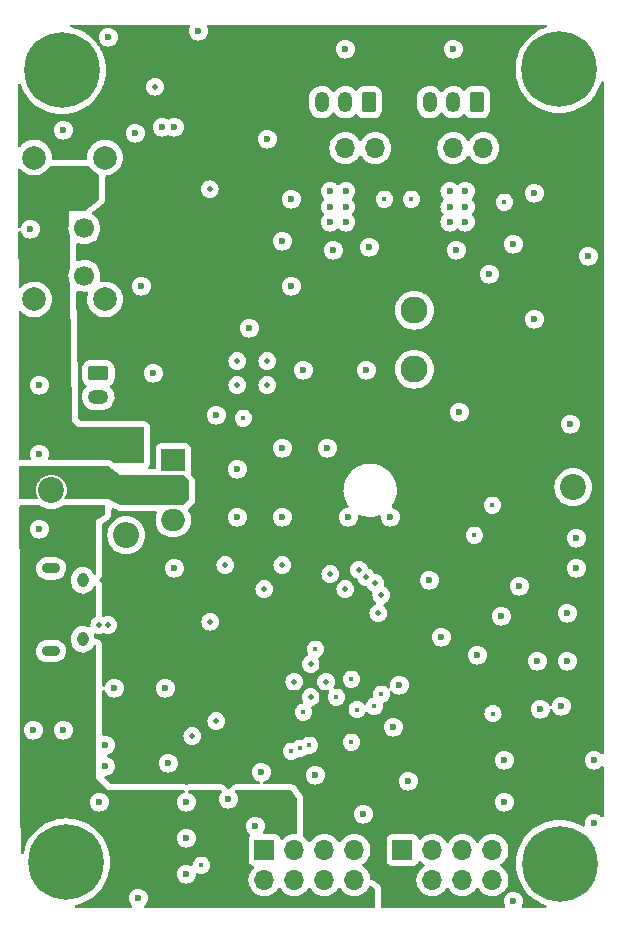
<source format=gbr>
%TF.GenerationSoftware,KiCad,Pcbnew,7.0.2-0*%
%TF.CreationDate,2023-07-08T17:29:12+12:00*%
%TF.ProjectId,RpiFly v3,52706946-6c79-4207-9633-2e6b69636164,rev?*%
%TF.SameCoordinates,PX753dac0PY7a91ee0*%
%TF.FileFunction,Copper,L3,Inr*%
%TF.FilePolarity,Positive*%
%FSLAX46Y46*%
G04 Gerber Fmt 4.6, Leading zero omitted, Abs format (unit mm)*
G04 Created by KiCad (PCBNEW 7.0.2-0) date 2023-07-08 17:29:12*
%MOMM*%
%LPD*%
G01*
G04 APERTURE LIST*
G04 Aperture macros list*
%AMRoundRect*
0 Rectangle with rounded corners*
0 $1 Rounding radius*
0 $2 $3 $4 $5 $6 $7 $8 $9 X,Y pos of 4 corners*
0 Add a 4 corners polygon primitive as box body*
4,1,4,$2,$3,$4,$5,$6,$7,$8,$9,$2,$3,0*
0 Add four circle primitives for the rounded corners*
1,1,$1+$1,$2,$3*
1,1,$1+$1,$4,$5*
1,1,$1+$1,$6,$7*
1,1,$1+$1,$8,$9*
0 Add four rect primitives between the rounded corners*
20,1,$1+$1,$2,$3,$4,$5,0*
20,1,$1+$1,$4,$5,$6,$7,0*
20,1,$1+$1,$6,$7,$8,$9,0*
20,1,$1+$1,$8,$9,$2,$3,0*%
G04 Aperture macros list end*
%TA.AperFunction,ComponentPad*%
%ADD10C,0.600000*%
%TD*%
%TA.AperFunction,ComponentPad*%
%ADD11C,2.200000*%
%TD*%
%TA.AperFunction,ComponentPad*%
%ADD12C,2.286000*%
%TD*%
%TA.AperFunction,ComponentPad*%
%ADD13C,0.800000*%
%TD*%
%TA.AperFunction,ComponentPad*%
%ADD14C,6.400000*%
%TD*%
%TA.AperFunction,ComponentPad*%
%ADD15R,1.700000X1.700000*%
%TD*%
%TA.AperFunction,ComponentPad*%
%ADD16O,1.700000X1.700000*%
%TD*%
%TA.AperFunction,ComponentPad*%
%ADD17RoundRect,0.250000X0.350000X0.625000X-0.350000X0.625000X-0.350000X-0.625000X0.350000X-0.625000X0*%
%TD*%
%TA.AperFunction,ComponentPad*%
%ADD18O,1.200000X1.750000*%
%TD*%
%TA.AperFunction,ComponentPad*%
%ADD19O,1.750000X1.200000*%
%TD*%
%TA.AperFunction,ComponentPad*%
%ADD20RoundRect,0.250000X-0.625000X0.350000X-0.625000X-0.350000X0.625000X-0.350000X0.625000X0.350000X0*%
%TD*%
%TA.AperFunction,ComponentPad*%
%ADD21C,2.000000*%
%TD*%
%TA.AperFunction,ComponentPad*%
%ADD22C,1.700000*%
%TD*%
%TA.AperFunction,ComponentPad*%
%ADD23O,1.550000X0.890000*%
%TD*%
%TA.AperFunction,ComponentPad*%
%ADD24O,0.950000X1.250000*%
%TD*%
%TA.AperFunction,ComponentPad*%
%ADD25R,2.000000X1.905000*%
%TD*%
%TA.AperFunction,ComponentPad*%
%ADD26O,2.000000X1.905000*%
%TD*%
%TA.AperFunction,ComponentPad*%
%ADD27R,2.200000X2.200000*%
%TD*%
%TA.AperFunction,ComponentPad*%
%ADD28O,2.200000X2.200000*%
%TD*%
%TA.AperFunction,ViaPad*%
%ADD29C,0.600000*%
%TD*%
%TA.AperFunction,ViaPad*%
%ADD30C,0.450000*%
%TD*%
%TA.AperFunction,ViaPad*%
%ADD31C,0.500000*%
%TD*%
%TA.AperFunction,ViaPad*%
%ADD32C,0.800000*%
%TD*%
G04 APERTURE END LIST*
D10*
%TO.N,N/C*%
%TO.C,U5*%
X27716000Y58263000D03*
X27716000Y59563000D03*
X27716000Y60863000D03*
X26416000Y58263000D03*
X26416000Y59563000D03*
X26416000Y60863000D03*
%TD*%
%TO.N,N/C*%
%TO.C,U6*%
X36546000Y60863000D03*
X37846000Y60863000D03*
X36546000Y59563000D03*
X37846000Y59563000D03*
X36546000Y58263000D03*
X37846000Y58263000D03*
%TD*%
D11*
%TO.N,N/C*%
%TO.C,H6*%
X2794000Y35560000D03*
%TD*%
%TO.N,N/C*%
%TO.C,H5*%
X46990000Y35814000D03*
%TD*%
D12*
%TO.N,GND*%
%TO.C,BZ1*%
X33528000Y50800000D03*
%TO.N,GPIO_11 (BUZZER)*%
X33528000Y45800000D03*
%TD*%
D13*
%TO.N,GND*%
%TO.C,H2*%
X43400944Y71200944D03*
X44103888Y72898000D03*
X44103888Y69503888D03*
X45800944Y73600944D03*
D14*
X45800944Y71200944D03*
D13*
X45800944Y68800944D03*
X47498000Y72898000D03*
X47498000Y69503888D03*
X48200944Y71200944D03*
%TD*%
D15*
%TO.N,+3V3*%
%TO.C,J4*%
X25146000Y64516000D03*
D16*
%TO.N,P_SWITCH_2_IN*%
X27686000Y64516000D03*
%TO.N,/Connectors/P_SWITCH_2_V+*%
X30226000Y64516000D03*
%TD*%
D17*
%TO.N,/Connectors/P_SWITCH_2_V+*%
%TO.C,J6*%
X29686000Y68416000D03*
D18*
%TO.N,GND*%
X27686000Y68416000D03*
%TO.N,P_SWITCH_2_OUT*%
X25686000Y68416000D03*
%TD*%
D17*
%TO.N,/Connectors/P_SWITCH_1_V+*%
%TO.C,J5*%
X38830000Y68416000D03*
D18*
%TO.N,GND*%
X36830000Y68416000D03*
%TO.N,P_SWITCH_1_OUT*%
X34830000Y68416000D03*
%TD*%
D19*
%TO.N,GND*%
%TO.C,J2*%
X6768000Y43450000D03*
D20*
%TO.N,VS*%
X6768000Y45450000D03*
%TD*%
D15*
%TO.N,+3V3*%
%TO.C,J3*%
X34290000Y64516000D03*
D16*
%TO.N,P_SWITCH_1_IN*%
X36830000Y64516000D03*
%TO.N,/Connectors/P_SWITCH_1_V+*%
X39370000Y64516000D03*
%TD*%
D21*
%TO.N,*%
%TO.C,S1*%
X7338000Y63722000D03*
X1338000Y63722000D03*
X7338000Y51722000D03*
X1338000Y51722000D03*
D22*
%TO.N,VSS*%
X5588000Y61722000D03*
%TO.N,Net-(D5-K)*%
X5588000Y57722000D03*
%TO.N,unconnected-(S1-Pad3)*%
X5588000Y53722000D03*
%TD*%
D23*
%TO.N,unconnected-(J1-Pad6)*%
%TO.C,J1*%
X2764000Y28940000D03*
D24*
X5464000Y27940000D03*
X5464000Y22940000D03*
D23*
X2764000Y21940000D03*
%TD*%
D25*
%TO.N,GND*%
%TO.C,U4*%
X13122000Y38100000D03*
D26*
%TO.N,Net-(U4-VO)*%
X13122000Y35560000D03*
%TO.N,Net-(U4-VI)*%
X13122000Y33020000D03*
%TD*%
D13*
%TO.N,N/C*%
%TO.C,H4*%
X43434000Y3950000D03*
X44136944Y5647056D03*
X44136944Y2252944D03*
X45834000Y6350000D03*
D14*
X45834000Y3950000D03*
D13*
X45834000Y1550000D03*
X47531056Y5647056D03*
X47531056Y2252944D03*
X48234000Y3950000D03*
%TD*%
D15*
%TO.N,Net-(J7-Pin_1)*%
%TO.C,J7*%
X20838000Y5100000D03*
D16*
%TO.N,GND*%
X20838000Y2560000D03*
%TO.N,GPIO_3 (CSN)*%
X23378000Y5100000D03*
%TO.N,GPIO_5 (CE)*%
X23378000Y2560000D03*
%TO.N,GPIO_7 (MOSI)*%
X25918000Y5100000D03*
%TO.N,GPIO_6 (SCK)*%
X25918000Y2560000D03*
%TO.N,GPIO_2 (IRQ)*%
X28458000Y5100000D03*
%TO.N,GPIO_4 (MISO)*%
X28458000Y2560000D03*
%TD*%
D13*
%TO.N,GND*%
%TO.C,H1*%
X6096000Y71120000D03*
X5393056Y72817056D03*
X5393056Y69422944D03*
X3696000Y73520000D03*
D14*
X3696000Y71120000D03*
D13*
X3696000Y68720000D03*
X1998944Y72817056D03*
X1998944Y69422944D03*
X1296000Y71120000D03*
%TD*%
D27*
%TO.N,VSS*%
%TO.C,D7*%
X9144000Y39370000D03*
D28*
%TO.N,GND*%
X9144000Y31750000D03*
%TD*%
D13*
%TO.N,N/C*%
%TO.C,H3*%
X1664000Y4064000D03*
X2366944Y5761056D03*
X2366944Y2366944D03*
X4064000Y6464000D03*
D14*
X4064000Y4064000D03*
D13*
X4064000Y1664000D03*
X5761056Y5761056D03*
X5761056Y2366944D03*
X6464000Y4064000D03*
%TD*%
D15*
%TO.N,GND*%
%TO.C,J8*%
X32522000Y5080000D03*
D16*
%TO.N,+3V3*%
X32522000Y2540000D03*
%TO.N,GPIO_ADC0 (OUT 5)*%
X35062000Y5080000D03*
%TO.N,+3.3VA*%
X35062000Y2540000D03*
%TO.N,GPIO_15 (OUT 4)*%
X37602000Y5080000D03*
%TO.N,GPIO_12 (OUT 1)*%
X37602000Y2540000D03*
%TO.N,GPIO_14 (OUT 3)*%
X40142000Y5080000D03*
%TO.N,GPIO_13 (OUT 2)*%
X40142000Y2540000D03*
%TD*%
D29*
%TO.N,GND*%
X10414000Y52832000D03*
X12446000Y18796000D03*
X33020000Y10922000D03*
D30*
X28194000Y14224000D03*
D29*
%TO.N,/RUN*%
X48260000Y55372000D03*
D30*
%TO.N,SWCLK*%
X28684000Y16974000D03*
%TO.N,GND*%
X40184000Y16644000D03*
%TO.N,SWD*%
X30141307Y17275784D03*
%TO.N,/RUN*%
X30734000Y18288000D03*
%TO.N,GPIO_3 (CSN)*%
X15494000Y3810000D03*
D29*
%TO.N,/QSPI_SS*%
X12700000Y12446000D03*
%TO.N,SWD*%
X7366000Y12192000D03*
%TO.N,SWCLK*%
X7366000Y13970000D03*
%TO.N,GND*%
X3810000Y15240000D03*
D30*
%TO.N,GPIO_10 (LED)*%
X24638000Y13970000D03*
%TO.N,GPIO_8 (LED)*%
X23114000Y13462000D03*
%TO.N,GPIO_9 (LED)*%
X23876000Y13716000D03*
%TO.N,GND*%
X19050000Y41656000D03*
%TO.N,+3V3*%
X19304000Y18796000D03*
%TO.N,+1V1*%
X24130000Y16764000D03*
X26924000Y18034000D03*
%TO.N,GPIO_ADC0 (OUT 5)*%
X28194000Y19558000D03*
%TO.N,GPIO_11 (BUZZER)*%
X25146000Y22098000D03*
%TO.N,GND*%
X38608000Y31750000D03*
X40132000Y34290000D03*
%TO.N,+3V3*%
X41164500Y37575500D03*
%TO.N,GPIO_22 (PSWITCH 1)*%
X41148000Y59944000D03*
%TO.N,GPIO_23 (PSENSE 1)*%
X33274000Y60198000D03*
%TO.N,GPIO_24 (PSWITCH 2)*%
X30988000Y60198000D03*
D29*
%TO.N,GPIO_25 (PSENSE 2)*%
X23114000Y60198000D03*
%TO.N,GND*%
X29718000Y56134000D03*
%TO.N,+3V3*%
X11176000Y48514000D03*
%TO.N,GND*%
X16764000Y41910000D03*
X1016000Y57658000D03*
X1778000Y44450000D03*
%TO.N,+3V3*%
X20320000Y51562000D03*
%TO.N,GPIO_25 (PSENSE 2)*%
X23114000Y52832000D03*
%TO.N,GND*%
X43688000Y60706000D03*
X39878000Y53848000D03*
X37084000Y55880000D03*
X41910000Y56388000D03*
X43688000Y50038000D03*
%TO.N,/QSPI_SS*%
X46736000Y41148000D03*
%TO.N,+3V3*%
X43434000Y44450000D03*
X39878000Y43180000D03*
%TO.N,GPIO_23 (PSENSE 1)*%
X37338000Y42164000D03*
%TO.N,GND*%
X46482000Y25146000D03*
X47244000Y28956000D03*
X34798000Y27940000D03*
X42418000Y27432000D03*
%TO.N,+3V3*%
X39370000Y26670000D03*
%TO.N,GND*%
X35814000Y23114000D03*
X38862000Y21590000D03*
X40894000Y24892000D03*
%TO.N,+3V3*%
X42672000Y20828000D03*
%TO.N,GND*%
X43942000Y21082000D03*
X46482000Y21082000D03*
%TO.N,+3V3*%
X47752000Y21082000D03*
X38354000Y17526000D03*
%TO.N,GND*%
X32258000Y19050000D03*
X31750000Y15494000D03*
%TO.N,+3V3*%
X30734000Y16256000D03*
%TO.N,GND*%
X41148000Y9144000D03*
X41148000Y12700000D03*
%TO.N,/RUN*%
X45974000Y17272000D03*
%TO.N,GND*%
X44196000Y17018000D03*
%TO.N,+3V3*%
X48768000Y16256000D03*
%TO.N,GND*%
X48768000Y12700000D03*
X48768000Y7366000D03*
%TO.N,+3.3VA*%
X29718000Y762000D03*
%TO.N,GND*%
X29210000Y8128000D03*
%TO.N,+3.3VA*%
X22900233Y9103767D03*
X22352000Y9652000D03*
%TO.N,+3V3*%
X27432000Y9144000D03*
X26416000Y9144000D03*
%TO.N,GND*%
X25146000Y11430000D03*
X20574000Y11684000D03*
X20066000Y7112000D03*
X17780000Y9398000D03*
%TO.N,+3.3VA*%
X17780000Y2540000D03*
%TO.N,GND*%
X10160000Y1016000D03*
%TO.N,GPIO_10 (LED)*%
X14224000Y3048000D03*
%TO.N,GPIO_9 (LED)*%
X14224000Y6096000D03*
%TO.N,GPIO_8 (LED)*%
X14224000Y9144000D03*
%TO.N,GND*%
X6858000Y9144000D03*
%TO.N,+3.3VA*%
X3810000Y9398000D03*
%TO.N,GND*%
X1270000Y15240000D03*
X31496000Y33274000D03*
X27940000Y33274000D03*
X47244000Y31496000D03*
%TO.N,+3V3*%
X47244000Y39624000D03*
%TO.N,GND*%
X36830000Y72898000D03*
X27686000Y72898000D03*
X3810000Y66040000D03*
X15240000Y74422000D03*
X12192000Y66294000D03*
X9906000Y65786000D03*
X13208000Y66294000D03*
%TO.N,Net-(D1-A)*%
X21082000Y65278000D03*
%TO.N,GND*%
X22352000Y56642000D03*
X26670000Y55880000D03*
X24130000Y45720000D03*
%TO.N,+3V3*%
X24130000Y49530000D03*
%TO.N,GND*%
X19558000Y49276000D03*
X29464000Y45720000D03*
X22352000Y33274000D03*
X26162000Y39116000D03*
X22352000Y39116000D03*
X18542000Y33274000D03*
X18542000Y37338000D03*
X1778000Y32258000D03*
X1778000Y38608000D03*
X13208000Y28956000D03*
%TO.N,+3.3VA*%
X5588000Y33782000D03*
X5588000Y32766000D03*
%TO.N,Net-(U4-VO)*%
X6604000Y36576000D03*
X5651000Y35623000D03*
%TO.N,GND*%
X41910000Y762000D03*
X7620000Y73914000D03*
X11430000Y45466000D03*
X8128000Y18796000D03*
D31*
X26060400Y19354800D03*
X16205200Y61036200D03*
X7620000Y24130000D03*
X24739600Y18034000D03*
X20828000Y27178000D03*
X18542000Y46482000D03*
X26416000Y28448000D03*
X22352000Y29210000D03*
X30480000Y25146000D03*
X21082000Y44450000D03*
X14732000Y14732000D03*
X24739600Y20828000D03*
X21082000Y46482000D03*
X16256000Y24424008D03*
X17526000Y29210000D03*
X16764000Y16002000D03*
X23368000Y19354800D03*
X27686000Y27178000D03*
X6858000Y24140000D03*
X18542000Y44450000D03*
%TO.N,+3V3*%
X19812000Y23114000D03*
X18796000Y29210000D03*
D32*
X9474200Y73482200D03*
X11252200Y73482200D03*
X10363200Y73482200D03*
D31*
X8128000Y23114000D03*
X29337353Y21462647D03*
X24307800Y25222200D03*
%TO.N,GPIO_25 (PSENSE 2)*%
X28829000Y28829000D03*
%TO.N,GPIO_23 (PSENSE 1)*%
X30226000Y27686000D03*
%TO.N,GPIO_22 (PSWITCH 1)*%
X30734000Y26670000D03*
%TO.N,GPIO_24 (PSWITCH 2)*%
X29464000Y28194000D03*
%TO.N,Net-(D1-A)*%
X11582400Y69723000D03*
%TD*%
%TA.AperFunction,Conductor*%
%TO.N,+3.3VA*%
G36*
X3854050Y34305173D02*
G01*
X3942188Y34292500D01*
X7242000Y34292500D01*
X7309039Y34272815D01*
X7354794Y34220011D01*
X7366000Y34168500D01*
X7366000Y33594363D01*
X7346315Y33527324D01*
X7310783Y33491189D01*
X6604000Y33020001D01*
X6604000Y28524575D01*
X6584315Y28457536D01*
X6531511Y28411781D01*
X6462353Y28401837D01*
X6398797Y28430862D01*
X6374699Y28467602D01*
X6371187Y28465652D01*
X6315570Y28565854D01*
X6268784Y28650146D01*
X6268783Y28650148D01*
X6268782Y28650149D01*
X6139553Y28800683D01*
X5982668Y28922122D01*
X5804544Y29009495D01*
X5804543Y29009496D01*
X5612480Y29059224D01*
X5414337Y29069272D01*
X5414336Y29069272D01*
X5414334Y29069272D01*
X5218227Y29039231D01*
X5032182Y28970327D01*
X4863812Y28865381D01*
X4720012Y28728690D01*
X4606676Y28565855D01*
X4528437Y28383536D01*
X4488499Y28189198D01*
X4488500Y27933249D01*
X4488500Y27740527D01*
X4488816Y27737416D01*
X4488817Y27737404D01*
X4503541Y27592617D01*
X4562930Y27403327D01*
X4659217Y27229852D01*
X4788446Y27079318D01*
X4945331Y26957879D01*
X5030951Y26915881D01*
X5123456Y26870505D01*
X5315520Y26820776D01*
X5513663Y26810728D01*
X5709773Y26840770D01*
X5895820Y26909675D01*
X6064189Y27014620D01*
X6207986Y27151309D01*
X6321324Y27314146D01*
X6366049Y27418371D01*
X6410575Y27472213D01*
X6477143Y27493437D01*
X6544619Y27475302D01*
X6591578Y27423566D01*
X6604000Y27369470D01*
X6604000Y24934225D01*
X6584315Y24867186D01*
X6541020Y24829672D01*
X6542140Y24827890D01*
X6387109Y24730477D01*
X6267524Y24610892D01*
X6177544Y24467690D01*
X6121686Y24308057D01*
X6102750Y24140000D01*
X6110424Y24071895D01*
X6098370Y24003073D01*
X6051021Y23951693D01*
X5983410Y23934069D01*
X5932595Y23946683D01*
X5804544Y24009495D01*
X5804543Y24009496D01*
X5612480Y24059224D01*
X5414337Y24069272D01*
X5414336Y24069272D01*
X5414334Y24069272D01*
X5218227Y24039231D01*
X5032182Y23970327D01*
X4863812Y23865381D01*
X4720012Y23728690D01*
X4606676Y23565855D01*
X4528437Y23383536D01*
X4488499Y23189198D01*
X4488500Y22945941D01*
X4488500Y22740527D01*
X4488816Y22737416D01*
X4488817Y22737404D01*
X4503541Y22592617D01*
X4562930Y22403327D01*
X4659217Y22229852D01*
X4788446Y22079318D01*
X4945331Y21957879D01*
X5030951Y21915881D01*
X5123456Y21870505D01*
X5315520Y21820776D01*
X5513663Y21810728D01*
X5709773Y21840770D01*
X5895820Y21909675D01*
X6064189Y22014620D01*
X6207986Y22151309D01*
X6321324Y22314146D01*
X6366050Y22418371D01*
X6410574Y22472212D01*
X6477142Y22493436D01*
X6544617Y22475301D01*
X6591577Y22423566D01*
X6603999Y22369469D01*
X6603999Y14237105D01*
X6597041Y14196153D01*
X6580631Y14149256D01*
X6560434Y13970000D01*
X6580631Y13790747D01*
X6597041Y13743850D01*
X6603999Y13702896D01*
X6603999Y12459105D01*
X6597041Y12418153D01*
X6580631Y12371256D01*
X6560434Y12192000D01*
X6580631Y12012747D01*
X6597041Y11965850D01*
X6603999Y11924896D01*
X6603999Y11176001D01*
X6604000Y11176000D01*
X7620000Y10160000D01*
X13974042Y10160000D01*
X14041081Y10140315D01*
X14086836Y10087511D01*
X14096780Y10018353D01*
X14067755Y9954797D01*
X14014999Y9918960D01*
X13874478Y9869789D01*
X13874476Y9869789D01*
X13874476Y9869788D01*
X13721735Y9773815D01*
X13594185Y9646265D01*
X13498212Y9493524D01*
X13498211Y9493522D01*
X13452379Y9362541D01*
X13438631Y9323252D01*
X13418434Y9144001D01*
X13438631Y8964749D01*
X13438631Y8964747D01*
X13438632Y8964745D01*
X13498211Y8794478D01*
X13554978Y8704133D01*
X13594185Y8641736D01*
X13721735Y8514186D01*
X13721737Y8514185D01*
X13721738Y8514184D01*
X13874478Y8418211D01*
X14044745Y8358632D01*
X14224000Y8338435D01*
X14403255Y8358632D01*
X14573522Y8418211D01*
X14726262Y8514184D01*
X14853816Y8641738D01*
X14949789Y8794478D01*
X15009368Y8964745D01*
X15029565Y9144000D01*
X15009368Y9323255D01*
X14949789Y9493522D01*
X14853816Y9646262D01*
X14853815Y9646263D01*
X14853814Y9646265D01*
X14726264Y9773815D01*
X14663867Y9813021D01*
X14573522Y9869789D01*
X14433001Y9918960D01*
X14376227Y9959680D01*
X14350480Y10024633D01*
X14363936Y10093194D01*
X14412323Y10143597D01*
X14473958Y10160000D01*
X17110559Y10160000D01*
X17177598Y10140315D01*
X17223353Y10087511D01*
X17233297Y10018353D01*
X17204272Y9954797D01*
X17198240Y9948319D01*
X17150185Y9900265D01*
X17054212Y9747524D01*
X16994631Y9577252D01*
X16974434Y9398000D01*
X16994631Y9218749D01*
X16994631Y9218747D01*
X16994632Y9218745D01*
X17054211Y9048478D01*
X17054212Y9048477D01*
X17150185Y8895736D01*
X17277735Y8768186D01*
X17277737Y8768185D01*
X17277738Y8768184D01*
X17430478Y8672211D01*
X17600745Y8612632D01*
X17735186Y8597485D01*
X17779999Y8592435D01*
X17779999Y8592436D01*
X17780000Y8592435D01*
X17959255Y8612632D01*
X18129522Y8672211D01*
X18282262Y8768184D01*
X18409816Y8895738D01*
X18505789Y9048478D01*
X18565368Y9218745D01*
X18585565Y9398000D01*
X18565368Y9577255D01*
X18505789Y9747522D01*
X18409816Y9900262D01*
X18409815Y9900263D01*
X18409814Y9900265D01*
X18361760Y9948319D01*
X18328275Y10009642D01*
X18333259Y10079334D01*
X18375131Y10135267D01*
X18440595Y10159684D01*
X18449441Y10160000D01*
X23047637Y10160000D01*
X23114676Y10140315D01*
X23150811Y10104783D01*
X23247547Y9959680D01*
X23601174Y9429239D01*
X23621982Y9362541D01*
X23622000Y9360457D01*
X23622000Y6569635D01*
X23602315Y6502596D01*
X23549511Y6456841D01*
X23487193Y6446107D01*
X23378000Y6455660D01*
X23142592Y6435064D01*
X22914336Y6373903D01*
X22700170Y6274035D01*
X22506601Y6138497D01*
X22384673Y6016569D01*
X22323350Y5983085D01*
X22253658Y5988069D01*
X22197725Y6029941D01*
X22180810Y6060918D01*
X22167725Y6096000D01*
X22131796Y6192331D01*
X22045546Y6307546D01*
X21930331Y6393796D01*
X21795483Y6444091D01*
X21735873Y6450500D01*
X21732551Y6450500D01*
X20820122Y6450500D01*
X20753083Y6470185D01*
X20707328Y6522989D01*
X20697384Y6592147D01*
X20715128Y6640472D01*
X20736444Y6674399D01*
X20791789Y6762478D01*
X20851368Y6932745D01*
X20871565Y7112000D01*
X20851368Y7291255D01*
X20791789Y7461522D01*
X20695816Y7614262D01*
X20695815Y7614263D01*
X20695814Y7614265D01*
X20568264Y7741815D01*
X20505867Y7781021D01*
X20415522Y7837789D01*
X20245255Y7897368D01*
X20245253Y7897369D01*
X20245251Y7897369D01*
X20066000Y7917566D01*
X19886748Y7897369D01*
X19886745Y7897369D01*
X19886745Y7897368D01*
X19716478Y7837789D01*
X19716476Y7837789D01*
X19716476Y7837788D01*
X19563735Y7741815D01*
X19436185Y7614265D01*
X19363247Y7498184D01*
X19340211Y7461522D01*
X19335389Y7447741D01*
X19280631Y7291252D01*
X19260434Y7112000D01*
X19280631Y6932749D01*
X19280631Y6932747D01*
X19280632Y6932745D01*
X19340211Y6762478D01*
X19363248Y6725815D01*
X19436185Y6609736D01*
X19563736Y6482185D01*
X19584091Y6469395D01*
X19630382Y6417060D01*
X19641030Y6348007D01*
X19617386Y6290091D01*
X19544205Y6192334D01*
X19544203Y6192331D01*
X19544204Y6192331D01*
X19493909Y6057483D01*
X19487500Y5997873D01*
X19487500Y5994552D01*
X19487500Y5994551D01*
X19487500Y4205440D01*
X19487500Y4205422D01*
X19487501Y4202128D01*
X19487853Y4198848D01*
X19487854Y4198841D01*
X19493909Y4142516D01*
X19499780Y4126775D01*
X19544204Y4007669D01*
X19630454Y3892454D01*
X19745669Y3806204D01*
X19832581Y3773788D01*
X19877082Y3757190D01*
X19933016Y3715319D01*
X19957433Y3649854D01*
X19942581Y3581581D01*
X19921431Y3553327D01*
X19799503Y3431399D01*
X19663965Y3237830D01*
X19564097Y3023664D01*
X19502936Y2795408D01*
X19482340Y2560001D01*
X19502936Y2324593D01*
X19547709Y2157498D01*
X19564097Y2096337D01*
X19663965Y1882170D01*
X19799505Y1688599D01*
X19966599Y1521505D01*
X20160170Y1385965D01*
X20374337Y1286097D01*
X20602592Y1224937D01*
X20837999Y1204341D01*
X20837999Y1204342D01*
X20838000Y1204341D01*
X21073408Y1224937D01*
X21301663Y1286097D01*
X21515830Y1385965D01*
X21709401Y1521505D01*
X21876495Y1688599D01*
X22006426Y1874161D01*
X22061002Y1917784D01*
X22130500Y1924978D01*
X22192855Y1893455D01*
X22209571Y1874163D01*
X22339505Y1688599D01*
X22506599Y1521505D01*
X22700170Y1385965D01*
X22914337Y1286097D01*
X23142592Y1224937D01*
X23378000Y1204341D01*
X23613408Y1224937D01*
X23841663Y1286097D01*
X24055830Y1385965D01*
X24249401Y1521505D01*
X24416495Y1688599D01*
X24546426Y1874161D01*
X24601002Y1917784D01*
X24670500Y1924978D01*
X24732855Y1893455D01*
X24749571Y1874163D01*
X24879505Y1688599D01*
X25046599Y1521505D01*
X25240170Y1385965D01*
X25454337Y1286097D01*
X25682591Y1224937D01*
X25682592Y1224937D01*
X25917999Y1204341D01*
X25917999Y1204342D01*
X25918000Y1204341D01*
X26153408Y1224937D01*
X26381663Y1286097D01*
X26595830Y1385965D01*
X26789401Y1521505D01*
X26956495Y1688599D01*
X27086426Y1874161D01*
X27141002Y1917784D01*
X27210500Y1924978D01*
X27272855Y1893455D01*
X27289571Y1874163D01*
X27419505Y1688599D01*
X27586599Y1521505D01*
X27780170Y1385965D01*
X27994337Y1286097D01*
X28222592Y1224937D01*
X28458000Y1204341D01*
X28693408Y1224937D01*
X28921663Y1286097D01*
X29135830Y1385965D01*
X29329401Y1521505D01*
X29496495Y1688599D01*
X29632035Y1882170D01*
X29685385Y1996581D01*
X29731557Y2049020D01*
X29798750Y2068172D01*
X29865632Y2047957D01*
X29872141Y2043394D01*
X30176401Y1815199D01*
X30218221Y1759230D01*
X30226000Y1716001D01*
X30226000Y324500D01*
X30206315Y257461D01*
X30153511Y211706D01*
X30102000Y200500D01*
X10775941Y200500D01*
X10708902Y220185D01*
X10663147Y272989D01*
X10653203Y342147D01*
X10682228Y405703D01*
X10688260Y412181D01*
X10789814Y513736D01*
X10789813Y513736D01*
X10789816Y513738D01*
X10885789Y666478D01*
X10945368Y836745D01*
X10965565Y1016000D01*
X10945368Y1195255D01*
X10885789Y1365522D01*
X10789816Y1518262D01*
X10789815Y1518263D01*
X10789814Y1518265D01*
X10662264Y1645815D01*
X10550563Y1716001D01*
X10509522Y1741789D01*
X10339255Y1801368D01*
X10339253Y1801369D01*
X10339251Y1801369D01*
X10160000Y1821566D01*
X9980748Y1801369D01*
X9980745Y1801369D01*
X9980745Y1801368D01*
X9810478Y1741789D01*
X9810476Y1741789D01*
X9810476Y1741788D01*
X9657735Y1645815D01*
X9530185Y1518265D01*
X9447056Y1385965D01*
X9434211Y1365522D01*
X9406419Y1286097D01*
X9374631Y1195252D01*
X9354434Y1016001D01*
X9374631Y836749D01*
X9374631Y836747D01*
X9374632Y836745D01*
X9434211Y666478D01*
X9434212Y666477D01*
X9530185Y513736D01*
X9631740Y412181D01*
X9665225Y350858D01*
X9660241Y281166D01*
X9618369Y225233D01*
X9552905Y200816D01*
X9544059Y200500D01*
X4884727Y200500D01*
X4817688Y220185D01*
X4771933Y272989D01*
X4761989Y342147D01*
X4791014Y405703D01*
X4849792Y443477D01*
X4852634Y444275D01*
X5209087Y539786D01*
X5571194Y678786D01*
X5916789Y854875D01*
X6242084Y1066124D01*
X6543516Y1310219D01*
X6817781Y1584484D01*
X7061876Y1885916D01*
X7273125Y2211211D01*
X7449214Y2556806D01*
X7588214Y2918913D01*
X7622803Y3048001D01*
X13418434Y3048001D01*
X13438631Y2868749D01*
X13438631Y2868747D01*
X13438632Y2868745D01*
X13498211Y2698478D01*
X13498212Y2698477D01*
X13594185Y2545736D01*
X13721735Y2418186D01*
X13721737Y2418185D01*
X13721738Y2418184D01*
X13874478Y2322211D01*
X14044745Y2262632D01*
X14179186Y2247485D01*
X14223999Y2242435D01*
X14223999Y2242436D01*
X14224000Y2242435D01*
X14403255Y2262632D01*
X14573522Y2322211D01*
X14726262Y2418184D01*
X14853816Y2545738D01*
X14949789Y2698478D01*
X15009368Y2868745D01*
X15029053Y3043453D01*
X15056119Y3107867D01*
X15113714Y3147423D01*
X15183551Y3149560D01*
X15193228Y3146611D01*
X15331538Y3098214D01*
X15494000Y3079909D01*
X15656461Y3098214D01*
X15810775Y3152211D01*
X15949204Y3239192D01*
X16064808Y3354796D01*
X16151789Y3493225D01*
X16205786Y3647539D01*
X16224091Y3810000D01*
X16219303Y3852500D01*
X16205786Y3972462D01*
X16151790Y4126773D01*
X16141898Y4142516D01*
X16064808Y4265204D01*
X15949204Y4380808D01*
X15810775Y4467789D01*
X15810772Y4467791D01*
X15656461Y4521787D01*
X15493999Y4540092D01*
X15331538Y4521787D01*
X15177227Y4467791D01*
X15038794Y4380807D01*
X14923193Y4265206D01*
X14836209Y4126773D01*
X14782213Y3972462D01*
X14769606Y3860569D01*
X14742539Y3796155D01*
X14684944Y3756600D01*
X14615107Y3754463D01*
X14580417Y3769457D01*
X14573524Y3773788D01*
X14573523Y3773789D01*
X14573522Y3773789D01*
X14403255Y3833368D01*
X14403253Y3833369D01*
X14403251Y3833369D01*
X14223999Y3853566D01*
X14044748Y3833369D01*
X14044745Y3833369D01*
X14044745Y3833368D01*
X13874478Y3773789D01*
X13874476Y3773789D01*
X13874476Y3773788D01*
X13721735Y3677815D01*
X13594185Y3550265D01*
X13519497Y3431399D01*
X13498211Y3397522D01*
X13460739Y3290434D01*
X13438631Y3227252D01*
X13418434Y3048001D01*
X7622803Y3048001D01*
X7688602Y3293567D01*
X7749278Y3676662D01*
X7769578Y4064000D01*
X7749278Y4451338D01*
X7688602Y4834433D01*
X7588214Y5209087D01*
X7449214Y5571194D01*
X7273125Y5916789D01*
X7156744Y6096000D01*
X13418434Y6096000D01*
X13438631Y5916749D01*
X13438631Y5916747D01*
X13438632Y5916745D01*
X13498211Y5746478D01*
X13554979Y5656133D01*
X13594185Y5593736D01*
X13721735Y5466186D01*
X13721737Y5466185D01*
X13721738Y5466184D01*
X13874478Y5370211D01*
X14044745Y5310632D01*
X14179186Y5295485D01*
X14223999Y5290435D01*
X14223999Y5290436D01*
X14224000Y5290435D01*
X14403255Y5310632D01*
X14573522Y5370211D01*
X14726262Y5466184D01*
X14853816Y5593738D01*
X14949789Y5746478D01*
X15009368Y5916745D01*
X15029565Y6096000D01*
X15009368Y6275255D01*
X14949789Y6445522D01*
X14853816Y6598262D01*
X14853815Y6598263D01*
X14853814Y6598265D01*
X14726264Y6725815D01*
X14663867Y6765021D01*
X14573522Y6821789D01*
X14403255Y6881368D01*
X14403253Y6881369D01*
X14403251Y6881369D01*
X14224000Y6901566D01*
X14044748Y6881369D01*
X14044745Y6881369D01*
X14044745Y6881368D01*
X13874478Y6821789D01*
X13874476Y6821789D01*
X13874476Y6821788D01*
X13721735Y6725815D01*
X13594185Y6598265D01*
X13498212Y6445524D01*
X13498211Y6445522D01*
X13464089Y6348007D01*
X13438631Y6275252D01*
X13418434Y6096000D01*
X7156744Y6096000D01*
X7061876Y6242084D01*
X6817781Y6543516D01*
X6543516Y6817781D01*
X6242084Y7061876D01*
X5916789Y7273125D01*
X5913901Y7274597D01*
X5913895Y7274600D01*
X5574086Y7447741D01*
X5574077Y7447745D01*
X5571194Y7449214D01*
X5539131Y7461522D01*
X5212110Y7587054D01*
X5212102Y7587057D01*
X5209087Y7588214D01*
X5205962Y7589052D01*
X5205957Y7589053D01*
X4837566Y7687763D01*
X4837557Y7687765D01*
X4834433Y7688602D01*
X4831237Y7689109D01*
X4831224Y7689111D01*
X4454543Y7748771D01*
X4454531Y7748773D01*
X4451338Y7749278D01*
X4448103Y7749448D01*
X4448099Y7749448D01*
X4067244Y7769408D01*
X4064000Y7769578D01*
X4060756Y7769408D01*
X3679900Y7749448D01*
X3679894Y7749448D01*
X3676662Y7749278D01*
X3673470Y7748773D01*
X3673456Y7748771D01*
X3296775Y7689111D01*
X3296758Y7689108D01*
X3293567Y7688602D01*
X3290446Y7687766D01*
X3290433Y7687763D01*
X2922042Y7589053D01*
X2922031Y7589050D01*
X2918913Y7588214D01*
X2915902Y7587059D01*
X2915889Y7587054D01*
X2559837Y7450378D01*
X2559828Y7450375D01*
X2556806Y7449214D01*
X2553929Y7447749D01*
X2553913Y7447741D01*
X2214104Y7274600D01*
X2214090Y7274592D01*
X2211211Y7273125D01*
X2208491Y7271359D01*
X2208483Y7271354D01*
X1888644Y7063648D01*
X1888638Y7063645D01*
X1885916Y7061876D01*
X1883396Y7059836D01*
X1883390Y7059831D01*
X1587002Y6819821D01*
X1586991Y6819812D01*
X1584484Y6817781D01*
X1582199Y6815497D01*
X1582189Y6815487D01*
X1312513Y6545811D01*
X1312503Y6545801D01*
X1310219Y6543516D01*
X1308188Y6541009D01*
X1308179Y6540998D01*
X1068169Y6244610D01*
X1068164Y6244604D01*
X1066124Y6242084D01*
X1064355Y6239362D01*
X1064352Y6239356D01*
X856646Y5919517D01*
X856641Y5919509D01*
X854875Y5916789D01*
X853408Y5913910D01*
X853400Y5913896D01*
X680259Y5574087D01*
X680251Y5574071D01*
X678786Y5571194D01*
X677625Y5568172D01*
X677622Y5568163D01*
X540946Y5212111D01*
X540941Y5212098D01*
X539786Y5209087D01*
X538949Y5205963D01*
X441210Y4841198D01*
X404845Y4781538D01*
X341998Y4751009D01*
X272622Y4759304D01*
X218744Y4803789D01*
X197470Y4870341D01*
X197437Y4872749D01*
X181258Y9144001D01*
X6052434Y9144001D01*
X6072631Y8964749D01*
X6072631Y8964747D01*
X6072632Y8964745D01*
X6132211Y8794478D01*
X6188979Y8704133D01*
X6228185Y8641736D01*
X6355735Y8514186D01*
X6355737Y8514185D01*
X6355738Y8514184D01*
X6508478Y8418211D01*
X6678745Y8358632D01*
X6813186Y8343485D01*
X6857999Y8338435D01*
X6857999Y8338436D01*
X6858000Y8338435D01*
X7037255Y8358632D01*
X7207522Y8418211D01*
X7360262Y8514184D01*
X7487816Y8641738D01*
X7583789Y8794478D01*
X7643368Y8964745D01*
X7663565Y9144000D01*
X7643368Y9323255D01*
X7583789Y9493522D01*
X7487816Y9646262D01*
X7487815Y9646263D01*
X7487814Y9646265D01*
X7360264Y9773815D01*
X7297867Y9813021D01*
X7207522Y9869789D01*
X7037255Y9929368D01*
X7037253Y9929369D01*
X7037251Y9929369D01*
X6858000Y9949566D01*
X6678748Y9929369D01*
X6678745Y9929369D01*
X6678745Y9929368D01*
X6508478Y9869789D01*
X6508476Y9869789D01*
X6508476Y9869788D01*
X6355735Y9773815D01*
X6228185Y9646265D01*
X6132212Y9493524D01*
X6132211Y9493522D01*
X6086379Y9362541D01*
X6072631Y9323252D01*
X6052434Y9144001D01*
X181258Y9144001D01*
X158167Y15240000D01*
X464434Y15240000D01*
X484631Y15060749D01*
X484631Y15060747D01*
X484632Y15060745D01*
X544211Y14890478D01*
X544212Y14890477D01*
X640185Y14737736D01*
X767735Y14610186D01*
X767737Y14610185D01*
X767738Y14610184D01*
X920478Y14514211D01*
X1090745Y14454632D01*
X1225186Y14439485D01*
X1269999Y14434435D01*
X1269999Y14434436D01*
X1270000Y14434435D01*
X1449255Y14454632D01*
X1619522Y14514211D01*
X1772262Y14610184D01*
X1899816Y14737738D01*
X1995789Y14890478D01*
X2055368Y15060745D01*
X2075565Y15240000D01*
X3004434Y15240000D01*
X3024631Y15060749D01*
X3024631Y15060747D01*
X3024632Y15060745D01*
X3084211Y14890478D01*
X3084212Y14890477D01*
X3180185Y14737736D01*
X3307735Y14610186D01*
X3307737Y14610185D01*
X3307738Y14610184D01*
X3460478Y14514211D01*
X3630745Y14454632D01*
X3765186Y14439485D01*
X3809999Y14434435D01*
X3809999Y14434436D01*
X3810000Y14434435D01*
X3989255Y14454632D01*
X4159522Y14514211D01*
X4312262Y14610184D01*
X4439816Y14737738D01*
X4535789Y14890478D01*
X4595368Y15060745D01*
X4615565Y15240000D01*
X4595368Y15419255D01*
X4535789Y15589522D01*
X4439816Y15742262D01*
X4439815Y15742263D01*
X4439814Y15742265D01*
X4312264Y15869815D01*
X4249867Y15909021D01*
X4159522Y15965789D01*
X3989255Y16025368D01*
X3989253Y16025369D01*
X3989251Y16025369D01*
X3809999Y16045566D01*
X3630748Y16025369D01*
X3630745Y16025369D01*
X3630745Y16025368D01*
X3460478Y15965789D01*
X3460476Y15965789D01*
X3460476Y15965788D01*
X3307735Y15869815D01*
X3180185Y15742265D01*
X3084212Y15589524D01*
X3024631Y15419252D01*
X3004434Y15240000D01*
X2075565Y15240000D01*
X2055368Y15419255D01*
X1995789Y15589522D01*
X1899816Y15742262D01*
X1899815Y15742263D01*
X1899814Y15742265D01*
X1772264Y15869815D01*
X1709867Y15909022D01*
X1619522Y15965789D01*
X1449255Y16025368D01*
X1449253Y16025369D01*
X1449251Y16025369D01*
X1269999Y16045566D01*
X1090748Y16025369D01*
X1090745Y16025369D01*
X1090745Y16025368D01*
X920478Y15965789D01*
X920476Y15965789D01*
X920476Y15965788D01*
X767735Y15869815D01*
X640185Y15742265D01*
X544212Y15589524D01*
X484631Y15419252D01*
X464434Y15240000D01*
X158167Y15240000D01*
X132970Y21891863D01*
X1484844Y21891863D01*
X1513962Y21701786D01*
X1580746Y21521463D01*
X1580748Y21521460D01*
X1682466Y21358269D01*
X1814951Y21218894D01*
X1972781Y21109042D01*
X2149492Y21033209D01*
X2337852Y20994500D01*
X2337853Y20994500D01*
X3138808Y20994500D01*
X3141950Y20994500D01*
X3285309Y21009078D01*
X3468786Y21066645D01*
X3636920Y21159966D01*
X3782826Y21285222D01*
X3851735Y21374246D01*
X3900530Y21437283D01*
X3935442Y21508456D01*
X3985217Y21609929D01*
X4033417Y21796087D01*
X4043156Y21988136D01*
X4014037Y22178214D01*
X3999340Y22217896D01*
X3947253Y22358538D01*
X3940440Y22369469D01*
X3845534Y22521731D01*
X3713049Y22661106D01*
X3555219Y22770958D01*
X3378508Y22846791D01*
X3190148Y22885500D01*
X2386050Y22885500D01*
X2382939Y22885184D01*
X2382926Y22885183D01*
X2242690Y22870922D01*
X2059213Y22813355D01*
X1891080Y22720035D01*
X1745173Y22594778D01*
X1627469Y22442718D01*
X1542783Y22270072D01*
X1529274Y22217896D01*
X1498231Y22098000D01*
X1494583Y22083912D01*
X1484844Y21891863D01*
X132970Y21891863D01*
X106455Y28891863D01*
X1484844Y28891863D01*
X1513962Y28701786D01*
X1580746Y28521463D01*
X1580748Y28521460D01*
X1682466Y28358269D01*
X1814951Y28218894D01*
X1972781Y28109042D01*
X2149492Y28033209D01*
X2337852Y27994500D01*
X2337853Y27994500D01*
X3138808Y27994500D01*
X3141950Y27994500D01*
X3285309Y28009078D01*
X3468786Y28066645D01*
X3636920Y28159966D01*
X3782826Y28285222D01*
X3858926Y28383536D01*
X3900530Y28437283D01*
X3905787Y28448000D01*
X3985217Y28609929D01*
X4033417Y28796087D01*
X4043156Y28988136D01*
X4014037Y29178214D01*
X4011778Y29184313D01*
X3947253Y29358538D01*
X3947252Y29358540D01*
X3845534Y29521731D01*
X3713049Y29661106D01*
X3555219Y29770958D01*
X3378508Y29846791D01*
X3190148Y29885500D01*
X2386050Y29885500D01*
X2382939Y29885184D01*
X2382926Y29885183D01*
X2242690Y29870922D01*
X2059213Y29813355D01*
X1891080Y29720035D01*
X1745173Y29594778D01*
X1627469Y29442718D01*
X1542783Y29270072D01*
X1542783Y29270071D01*
X1507877Y29135255D01*
X1494583Y29083912D01*
X1484844Y28891863D01*
X106455Y28891863D01*
X93705Y32258001D01*
X972434Y32258001D01*
X992631Y32078749D01*
X992631Y32078747D01*
X992632Y32078745D01*
X1052211Y31908478D01*
X1052212Y31908477D01*
X1148185Y31755736D01*
X1275735Y31628186D01*
X1275737Y31628185D01*
X1275738Y31628184D01*
X1428478Y31532211D01*
X1598745Y31472632D01*
X1733186Y31457485D01*
X1777999Y31452435D01*
X1777999Y31452436D01*
X1778000Y31452435D01*
X1957255Y31472632D01*
X2127522Y31532211D01*
X2280262Y31628184D01*
X2407816Y31755738D01*
X2503789Y31908478D01*
X2563368Y32078745D01*
X2583565Y32258000D01*
X2563368Y32437255D01*
X2503789Y32607522D01*
X2407816Y32760262D01*
X2407815Y32760263D01*
X2407814Y32760265D01*
X2280264Y32887815D01*
X2217867Y32927021D01*
X2127522Y32983789D01*
X1957255Y33043368D01*
X1957253Y33043369D01*
X1957251Y33043369D01*
X1777999Y33063566D01*
X1598748Y33043369D01*
X1598745Y33043369D01*
X1598745Y33043368D01*
X1428478Y32983789D01*
X1428476Y32983789D01*
X1428476Y32983788D01*
X1275735Y32887815D01*
X1148185Y32760265D01*
X1052212Y32607524D01*
X992631Y32437252D01*
X972434Y32258001D01*
X93705Y32258001D01*
X86470Y34168031D01*
X105900Y34235144D01*
X158531Y34281098D01*
X210469Y34292500D01*
X1645812Y34292500D01*
X1655829Y34292599D01*
X1731299Y34304982D01*
X1800640Y34296412D01*
X1831906Y34276909D01*
X1850341Y34261164D01*
X2065141Y34129534D01*
X2297889Y34033127D01*
X2542852Y33974317D01*
X2794000Y33954551D01*
X3045148Y33974317D01*
X3290111Y34033127D01*
X3522859Y34129534D01*
X3737659Y34261164D01*
X3755875Y34276723D01*
X3819635Y34305294D01*
X3854050Y34305173D01*
G37*
%TD.AperFunction*%
%TD*%
%TA.AperFunction,Conductor*%
%TO.N,Net-(U4-VO)*%
G36*
X7640960Y37582090D02*
G01*
X7922657Y37369172D01*
X8636000Y36830000D01*
X13949704Y36830000D01*
X13984352Y36815648D01*
X14463648Y36336352D01*
X14478000Y36301704D01*
X14478000Y34818297D01*
X14463648Y34783649D01*
X13984352Y34304352D01*
X13949704Y34290000D01*
X8647479Y34290000D01*
X8625717Y34295097D01*
X8607046Y34304352D01*
X7611147Y34798000D01*
X7611145Y34798000D01*
X3942188Y34798000D01*
X3907540Y34812352D01*
X3893188Y34847000D01*
X3902049Y34875105D01*
X3904486Y34878587D01*
X3924568Y34907266D01*
X4020739Y35113504D01*
X4079635Y35333308D01*
X4099468Y35560000D01*
X4079635Y35786692D01*
X4020739Y36006496D01*
X3924568Y36212734D01*
X3794047Y36399139D01*
X3794046Y36399140D01*
X3794044Y36399143D01*
X3633142Y36560045D01*
X3446731Y36690570D01*
X3240495Y36786740D01*
X3020696Y36845635D01*
X2839338Y36861502D01*
X2794000Y36865468D01*
X2793999Y36865468D01*
X2567303Y36845635D01*
X2347504Y36786740D01*
X2141268Y36690570D01*
X1954857Y36560045D01*
X1793955Y36399143D01*
X1663430Y36212732D01*
X1567260Y36006496D01*
X1508365Y35786697D01*
X1488532Y35560001D01*
X1508365Y35333304D01*
X1567260Y35113505D01*
X1663431Y34907268D01*
X1685951Y34875105D01*
X1694067Y34838491D01*
X1673917Y34806861D01*
X1645812Y34798000D01*
X132900Y34798000D01*
X98252Y34812352D01*
X83900Y34846814D01*
X78389Y36301704D01*
X73687Y37542816D01*
X87908Y37577517D01*
X122501Y37592000D01*
X7611414Y37592000D01*
X7640960Y37582090D01*
G37*
%TD.AperFunction*%
%TD*%
%TA.AperFunction,Conductor*%
%TO.N,+3V3*%
G36*
X14490083Y74963815D02*
G01*
X14535838Y74911011D01*
X14545782Y74841853D01*
X14528039Y74793529D01*
X14514211Y74771523D01*
X14454631Y74601252D01*
X14434434Y74422000D01*
X14454631Y74242749D01*
X14454631Y74242747D01*
X14454632Y74242745D01*
X14514211Y74072478D01*
X14514212Y74072477D01*
X14610185Y73919736D01*
X14737735Y73792186D01*
X14737737Y73792185D01*
X14737738Y73792184D01*
X14890478Y73696211D01*
X15060745Y73636632D01*
X15240000Y73616435D01*
X15419255Y73636632D01*
X15589522Y73696211D01*
X15742262Y73792184D01*
X15869816Y73919738D01*
X15965789Y74072478D01*
X16025368Y74242745D01*
X16045565Y74422000D01*
X16025368Y74601255D01*
X15965789Y74771522D01*
X15951960Y74793530D01*
X15932962Y74860766D01*
X15953331Y74927601D01*
X16006599Y74972815D01*
X16056956Y74983500D01*
X44678129Y74983500D01*
X44745168Y74963815D01*
X44790923Y74911011D01*
X44800867Y74841853D01*
X44771842Y74778297D01*
X44713064Y74740523D01*
X44710222Y74739725D01*
X44658986Y74725997D01*
X44658975Y74725994D01*
X44655857Y74725158D01*
X44652846Y74724003D01*
X44652833Y74723998D01*
X44296781Y74587322D01*
X44296772Y74587319D01*
X44293750Y74586158D01*
X44290873Y74584693D01*
X44290857Y74584685D01*
X43951048Y74411544D01*
X43951034Y74411536D01*
X43948155Y74410069D01*
X43945435Y74408303D01*
X43945427Y74408298D01*
X43625588Y74200592D01*
X43625582Y74200589D01*
X43622860Y74198820D01*
X43620340Y74196780D01*
X43620334Y74196775D01*
X43323946Y73956765D01*
X43323935Y73956756D01*
X43321428Y73954725D01*
X43319143Y73952441D01*
X43319133Y73952431D01*
X43049457Y73682755D01*
X43049447Y73682745D01*
X43047163Y73680460D01*
X43045132Y73677953D01*
X43045123Y73677942D01*
X42805113Y73381554D01*
X42805108Y73381548D01*
X42803068Y73379028D01*
X42801299Y73376306D01*
X42801296Y73376300D01*
X42593590Y73056461D01*
X42593585Y73056453D01*
X42591819Y73053733D01*
X42590352Y73050854D01*
X42590344Y73050840D01*
X42417203Y72711031D01*
X42417195Y72711015D01*
X42415730Y72708138D01*
X42414569Y72705116D01*
X42414566Y72705107D01*
X42277890Y72349055D01*
X42277885Y72349042D01*
X42276730Y72346031D01*
X42275894Y72342913D01*
X42275891Y72342902D01*
X42177181Y71974511D01*
X42177178Y71974498D01*
X42176342Y71971377D01*
X42175836Y71968186D01*
X42175833Y71968169D01*
X42116173Y71591488D01*
X42116171Y71591474D01*
X42115666Y71588282D01*
X42115496Y71585050D01*
X42115496Y71585044D01*
X42101457Y71317160D01*
X42095366Y71200944D01*
X42115666Y70813606D01*
X42116171Y70810413D01*
X42116173Y70810401D01*
X42175833Y70433720D01*
X42175835Y70433707D01*
X42176342Y70430511D01*
X42177179Y70427387D01*
X42177181Y70427378D01*
X42270762Y70078129D01*
X42276730Y70055857D01*
X42277887Y70052842D01*
X42277890Y70052834D01*
X42404502Y69723000D01*
X42415730Y69693750D01*
X42417199Y69690867D01*
X42417203Y69690858D01*
X42590344Y69351049D01*
X42591819Y69348155D01*
X42803068Y69022860D01*
X43047163Y68721428D01*
X43321428Y68447163D01*
X43622860Y68203068D01*
X43948155Y67991819D01*
X44293750Y67815730D01*
X44655857Y67676730D01*
X45030511Y67576342D01*
X45413606Y67515666D01*
X45800944Y67495366D01*
X46188282Y67515666D01*
X46571377Y67576342D01*
X46946031Y67676730D01*
X47308138Y67815730D01*
X47653733Y67991819D01*
X47979028Y68203068D01*
X48280460Y68447163D01*
X48554725Y68721428D01*
X48798820Y69022860D01*
X49010069Y69348155D01*
X49186158Y69693750D01*
X49325158Y70055857D01*
X49339725Y70110223D01*
X49376090Y70169883D01*
X49438937Y70200412D01*
X49508313Y70192117D01*
X49562190Y70147632D01*
X49583465Y70081080D01*
X49583500Y70078129D01*
X49583500Y13315941D01*
X49563815Y13248902D01*
X49511011Y13203147D01*
X49441853Y13193203D01*
X49378297Y13222228D01*
X49371819Y13228260D01*
X49270264Y13329815D01*
X49159851Y13399192D01*
X49117522Y13425789D01*
X48947255Y13485368D01*
X48947253Y13485369D01*
X48947251Y13485369D01*
X48768000Y13505566D01*
X48588748Y13485369D01*
X48588745Y13485369D01*
X48588745Y13485368D01*
X48418478Y13425789D01*
X48418476Y13425789D01*
X48418476Y13425788D01*
X48265735Y13329815D01*
X48138185Y13202265D01*
X48047670Y13058210D01*
X48042211Y13049522D01*
X48006780Y12948265D01*
X47982631Y12879252D01*
X47962434Y12700000D01*
X47982631Y12520749D01*
X47982631Y12520747D01*
X47982632Y12520745D01*
X48042211Y12350478D01*
X48065248Y12313815D01*
X48138185Y12197736D01*
X48265735Y12070186D01*
X48265737Y12070185D01*
X48265738Y12070184D01*
X48418478Y11974211D01*
X48588745Y11914632D01*
X48768000Y11894435D01*
X48947255Y11914632D01*
X49117522Y11974211D01*
X49270262Y12070184D01*
X49371820Y12171743D01*
X49433141Y12205226D01*
X49502833Y12200242D01*
X49558767Y12158371D01*
X49583184Y12092907D01*
X49583500Y12084060D01*
X49583500Y7981941D01*
X49563815Y7914902D01*
X49511011Y7869147D01*
X49441853Y7859203D01*
X49378297Y7888228D01*
X49371819Y7894260D01*
X49270264Y7995815D01*
X49207867Y8035021D01*
X49117522Y8091789D01*
X48947255Y8151368D01*
X48947253Y8151369D01*
X48947251Y8151369D01*
X48768000Y8171566D01*
X48588748Y8151369D01*
X48588745Y8151369D01*
X48588745Y8151368D01*
X48418478Y8091789D01*
X48418476Y8091789D01*
X48418476Y8091788D01*
X48265735Y7995815D01*
X48138185Y7868265D01*
X48081768Y7778477D01*
X48042211Y7715522D01*
X48013955Y7634771D01*
X47982631Y7545252D01*
X47962434Y7366000D01*
X47979955Y7210497D01*
X47967900Y7141676D01*
X47920551Y7090296D01*
X47852941Y7072672D01*
X47789200Y7092619D01*
X47689516Y7157354D01*
X47686789Y7159125D01*
X47683901Y7160597D01*
X47683895Y7160600D01*
X47344086Y7333741D01*
X47344077Y7333745D01*
X47341194Y7335214D01*
X47338162Y7336378D01*
X46982110Y7473054D01*
X46982102Y7473057D01*
X46979087Y7474214D01*
X46975962Y7475052D01*
X46975957Y7475053D01*
X46607566Y7573763D01*
X46607557Y7573765D01*
X46604433Y7574602D01*
X46601237Y7575109D01*
X46601224Y7575111D01*
X46224543Y7634771D01*
X46224531Y7634773D01*
X46221338Y7635278D01*
X46218103Y7635448D01*
X46218099Y7635448D01*
X45837244Y7655408D01*
X45834000Y7655578D01*
X45830756Y7655408D01*
X45449900Y7635448D01*
X45449894Y7635448D01*
X45446662Y7635278D01*
X45443470Y7634773D01*
X45443456Y7634771D01*
X45066775Y7575111D01*
X45066758Y7575108D01*
X45063567Y7574602D01*
X45060446Y7573766D01*
X45060433Y7573763D01*
X44692042Y7475053D01*
X44692031Y7475050D01*
X44688913Y7474214D01*
X44685902Y7473059D01*
X44685889Y7473054D01*
X44329837Y7336378D01*
X44329828Y7336375D01*
X44326806Y7335214D01*
X44323929Y7333749D01*
X44323913Y7333741D01*
X43984104Y7160600D01*
X43984090Y7160592D01*
X43981211Y7159125D01*
X43978491Y7157359D01*
X43978483Y7157354D01*
X43658644Y6949648D01*
X43658638Y6949645D01*
X43655916Y6947876D01*
X43653396Y6945836D01*
X43653390Y6945831D01*
X43357002Y6705821D01*
X43356991Y6705812D01*
X43354484Y6703781D01*
X43352199Y6701497D01*
X43352189Y6701487D01*
X43082513Y6431811D01*
X43082503Y6431801D01*
X43080219Y6429516D01*
X43078188Y6427009D01*
X43078179Y6426998D01*
X42838169Y6130610D01*
X42838164Y6130604D01*
X42836124Y6128084D01*
X42834355Y6125362D01*
X42834352Y6125356D01*
X42626646Y5805517D01*
X42626641Y5805509D01*
X42624875Y5802789D01*
X42623408Y5799910D01*
X42623400Y5799896D01*
X42450259Y5460087D01*
X42450251Y5460071D01*
X42448786Y5457194D01*
X42447625Y5454172D01*
X42447622Y5454163D01*
X42310946Y5098111D01*
X42310941Y5098098D01*
X42309786Y5095087D01*
X42308950Y5091969D01*
X42308947Y5091958D01*
X42210237Y4723567D01*
X42210234Y4723554D01*
X42209398Y4720433D01*
X42208892Y4717242D01*
X42208889Y4717225D01*
X42149229Y4340544D01*
X42149227Y4340530D01*
X42148722Y4337338D01*
X42148552Y4334106D01*
X42148552Y4334100D01*
X42140415Y4178841D01*
X42128422Y3950000D01*
X42128592Y3946757D01*
X42139959Y3729855D01*
X42148722Y3562662D01*
X42149227Y3559469D01*
X42149229Y3559457D01*
X42208889Y3182776D01*
X42208891Y3182763D01*
X42209398Y3179567D01*
X42210235Y3176443D01*
X42210237Y3176434D01*
X42308947Y2808043D01*
X42309786Y2804913D01*
X42310943Y2801898D01*
X42310946Y2801890D01*
X42446871Y2447794D01*
X42448786Y2442806D01*
X42450255Y2439923D01*
X42450259Y2439914D01*
X42623400Y2100105D01*
X42624875Y2097211D01*
X42836124Y1771916D01*
X42964794Y1613022D01*
X43017959Y1547368D01*
X43080219Y1470484D01*
X43354484Y1196219D01*
X43655916Y952124D01*
X43981211Y740875D01*
X43984104Y739401D01*
X44291551Y582749D01*
X44326806Y564786D01*
X44651197Y440264D01*
X44706729Y397862D01*
X44730522Y332168D01*
X44715021Y264040D01*
X44665147Y215107D01*
X44606759Y200500D01*
X42726956Y200500D01*
X42659917Y220185D01*
X42614162Y272989D01*
X42604218Y342147D01*
X42621961Y390471D01*
X42626605Y397862D01*
X42635789Y412478D01*
X42695368Y582745D01*
X42715565Y762000D01*
X42695368Y941255D01*
X42635789Y1111522D01*
X42539816Y1264262D01*
X42539815Y1264263D01*
X42539814Y1264265D01*
X42412264Y1391815D01*
X42349867Y1431022D01*
X42259522Y1487789D01*
X42089255Y1547368D01*
X42089253Y1547369D01*
X42089251Y1547369D01*
X41909999Y1567566D01*
X41730748Y1547369D01*
X41730745Y1547369D01*
X41730745Y1547368D01*
X41560478Y1487789D01*
X41560476Y1487789D01*
X41560476Y1487788D01*
X41407735Y1391815D01*
X41280185Y1264265D01*
X41184212Y1111524D01*
X41124631Y941252D01*
X41104434Y762000D01*
X41124631Y582749D01*
X41124631Y582747D01*
X41124632Y582745D01*
X41174488Y440264D01*
X41184211Y412478D01*
X41198039Y390471D01*
X41217038Y323234D01*
X41196669Y256399D01*
X41143401Y211185D01*
X41093044Y200500D01*
X30855500Y200500D01*
X30788461Y220185D01*
X30742706Y272989D01*
X30731500Y324500D01*
X30731500Y1713246D01*
X30731500Y1716001D01*
X30723509Y1805527D01*
X30715730Y1848756D01*
X30692007Y1935461D01*
X30623165Y2061804D01*
X30581345Y2117773D01*
X30479701Y2219599D01*
X30479700Y2219600D01*
X30479699Y2219601D01*
X30175441Y2447794D01*
X30162312Y2457315D01*
X30162289Y2457331D01*
X30162223Y2457379D01*
X30155640Y2461993D01*
X30142293Y2471030D01*
X30011883Y2531839D01*
X29945003Y2552053D01*
X29909001Y2557521D01*
X29845678Y2587050D01*
X29808372Y2646127D01*
X29804095Y2669308D01*
X29800768Y2707331D01*
X29793063Y2795408D01*
X29731903Y3023663D01*
X29632035Y3237829D01*
X29496495Y3431401D01*
X29329401Y3598495D01*
X29143839Y3728427D01*
X29100215Y3783003D01*
X29093023Y3852502D01*
X29124545Y3914856D01*
X29143831Y3931568D01*
X29329401Y4061505D01*
X29453318Y4185422D01*
X31171500Y4185422D01*
X31171501Y4182128D01*
X31171853Y4178848D01*
X31171854Y4178841D01*
X31177909Y4122516D01*
X31184723Y4104247D01*
X31228204Y3987669D01*
X31314454Y3872454D01*
X31429669Y3786204D01*
X31564517Y3735909D01*
X31624127Y3729500D01*
X33419872Y3729501D01*
X33479483Y3735909D01*
X33614331Y3786204D01*
X33729546Y3872454D01*
X33815796Y3987669D01*
X33864810Y4119084D01*
X33906681Y4175017D01*
X33972146Y4199434D01*
X34040419Y4184582D01*
X34068673Y4163431D01*
X34190599Y4041505D01*
X34376160Y3911574D01*
X34419783Y3856998D01*
X34426976Y3787499D01*
X34395454Y3725145D01*
X34376159Y3708425D01*
X34190595Y3578492D01*
X34023505Y3411402D01*
X33887965Y3217830D01*
X33788097Y3003664D01*
X33726936Y2775408D01*
X33706340Y2540001D01*
X33726936Y2304593D01*
X33751958Y2211211D01*
X33788097Y2076337D01*
X33887965Y1862170D01*
X34023505Y1668599D01*
X34190599Y1501505D01*
X34384170Y1365965D01*
X34598337Y1266097D01*
X34826592Y1204937D01*
X35062000Y1184341D01*
X35297408Y1204937D01*
X35525663Y1266097D01*
X35739830Y1365965D01*
X35933401Y1501505D01*
X36100495Y1668599D01*
X36230427Y1854162D01*
X36285001Y1897784D01*
X36354499Y1904978D01*
X36416854Y1873455D01*
X36433572Y1854162D01*
X36563505Y1668599D01*
X36730599Y1501505D01*
X36924170Y1365965D01*
X37138337Y1266097D01*
X37366592Y1204937D01*
X37602000Y1184341D01*
X37837408Y1204937D01*
X38065663Y1266097D01*
X38279830Y1365965D01*
X38473401Y1501505D01*
X38640495Y1668599D01*
X38770426Y1854161D01*
X38825002Y1897784D01*
X38894500Y1904978D01*
X38956855Y1873455D01*
X38973571Y1854163D01*
X39103505Y1668599D01*
X39270599Y1501505D01*
X39464170Y1365965D01*
X39678337Y1266097D01*
X39906592Y1204937D01*
X40142000Y1184341D01*
X40377408Y1204937D01*
X40605663Y1266097D01*
X40819830Y1365965D01*
X41013401Y1501505D01*
X41180495Y1668599D01*
X41316035Y1862170D01*
X41415903Y2076337D01*
X41477063Y2304592D01*
X41497659Y2540000D01*
X41477063Y2775408D01*
X41415903Y3003663D01*
X41316035Y3217829D01*
X41180495Y3411401D01*
X41013401Y3578495D01*
X40827839Y3708427D01*
X40784215Y3763003D01*
X40777023Y3832502D01*
X40808545Y3894856D01*
X40827831Y3911568D01*
X41013401Y4041505D01*
X41180495Y4208599D01*
X41316035Y4402170D01*
X41415903Y4616337D01*
X41477063Y4844592D01*
X41497659Y5080000D01*
X41477063Y5315408D01*
X41415903Y5543663D01*
X41316035Y5757829D01*
X41180495Y5951401D01*
X41013401Y6118495D01*
X40819830Y6254035D01*
X40605663Y6353903D01*
X40544501Y6370291D01*
X40377407Y6415064D01*
X40142000Y6435660D01*
X39906592Y6415064D01*
X39678336Y6353903D01*
X39464170Y6254035D01*
X39270598Y6118495D01*
X39103505Y5951402D01*
X38973575Y5765841D01*
X38918998Y5722216D01*
X38849500Y5715022D01*
X38787145Y5746545D01*
X38770425Y5765841D01*
X38640494Y5951402D01*
X38473404Y6118492D01*
X38473404Y6118493D01*
X38473401Y6118495D01*
X38279830Y6254035D01*
X38065663Y6353903D01*
X38004502Y6370291D01*
X37837407Y6415064D01*
X37602000Y6435660D01*
X37366592Y6415064D01*
X37138336Y6353903D01*
X36924170Y6254035D01*
X36730598Y6118495D01*
X36563505Y5951402D01*
X36433575Y5765841D01*
X36378998Y5722216D01*
X36309500Y5715022D01*
X36247145Y5746545D01*
X36230425Y5765841D01*
X36100494Y5951402D01*
X35933404Y6118492D01*
X35933404Y6118493D01*
X35933401Y6118495D01*
X35739830Y6254035D01*
X35525663Y6353903D01*
X35464502Y6370291D01*
X35297407Y6415064D01*
X35062000Y6435660D01*
X34826592Y6415064D01*
X34598336Y6353903D01*
X34384170Y6254035D01*
X34190601Y6118497D01*
X34068673Y5996569D01*
X34007350Y5963085D01*
X33937658Y5968069D01*
X33881725Y6009941D01*
X33864810Y6040918D01*
X33857658Y6060093D01*
X33815796Y6172331D01*
X33729546Y6287546D01*
X33614331Y6373796D01*
X33479483Y6424091D01*
X33468424Y6425280D01*
X33423166Y6430146D01*
X33423165Y6430147D01*
X33419873Y6430500D01*
X33416550Y6430500D01*
X31627439Y6430500D01*
X31627420Y6430500D01*
X31624128Y6430499D01*
X31620848Y6430147D01*
X31620840Y6430146D01*
X31564515Y6424091D01*
X31429669Y6373796D01*
X31314454Y6287546D01*
X31228204Y6172332D01*
X31228203Y6172331D01*
X31228204Y6172331D01*
X31177909Y6037483D01*
X31171500Y5977873D01*
X31171500Y5974552D01*
X31171500Y5974551D01*
X31171500Y4185440D01*
X31171500Y4185422D01*
X29453318Y4185422D01*
X29496495Y4228599D01*
X29632035Y4422170D01*
X29731903Y4636337D01*
X29793063Y4864592D01*
X29813659Y5100000D01*
X29793063Y5335408D01*
X29731903Y5563663D01*
X29632035Y5777829D01*
X29496495Y5971401D01*
X29329401Y6138495D01*
X29135830Y6274035D01*
X28921663Y6373903D01*
X28860502Y6390291D01*
X28693407Y6435064D01*
X28458000Y6455660D01*
X28222592Y6435064D01*
X27994336Y6373903D01*
X27780170Y6274035D01*
X27586598Y6138495D01*
X27419508Y5971405D01*
X27289574Y5785840D01*
X27234997Y5742215D01*
X27165498Y5735023D01*
X27103144Y5766545D01*
X27086429Y5785836D01*
X26956495Y5971401D01*
X26789401Y6138495D01*
X26595830Y6274035D01*
X26381663Y6373903D01*
X26320501Y6390291D01*
X26153407Y6435064D01*
X25917999Y6455660D01*
X25682592Y6435064D01*
X25454336Y6373903D01*
X25240170Y6274035D01*
X25046598Y6138495D01*
X24879505Y5971402D01*
X24749575Y5785841D01*
X24694998Y5742216D01*
X24625500Y5735022D01*
X24563145Y5766545D01*
X24546425Y5785841D01*
X24416494Y5971402D01*
X24249400Y6138496D01*
X24133924Y6219354D01*
X24090299Y6273931D01*
X24083107Y6343429D01*
X24086072Y6355865D01*
X24106524Y6425515D01*
X24106524Y6425517D01*
X24107023Y6427215D01*
X24107024Y6427219D01*
X24127500Y6569635D01*
X24127489Y8128000D01*
X28404434Y8128000D01*
X28424631Y7948749D01*
X28424631Y7948747D01*
X28424632Y7948745D01*
X28484211Y7778478D01*
X28484212Y7778477D01*
X28580185Y7625736D01*
X28707735Y7498186D01*
X28707737Y7498185D01*
X28707738Y7498184D01*
X28860478Y7402211D01*
X29030745Y7342632D01*
X29210000Y7322435D01*
X29389255Y7342632D01*
X29559522Y7402211D01*
X29712262Y7498184D01*
X29839816Y7625738D01*
X29935789Y7778478D01*
X29995368Y7948745D01*
X30015565Y8128000D01*
X29995368Y8307255D01*
X29935789Y8477522D01*
X29839816Y8630262D01*
X29839815Y8630263D01*
X29839814Y8630265D01*
X29712264Y8757815D01*
X29649867Y8797021D01*
X29559522Y8853789D01*
X29389255Y8913368D01*
X29389253Y8913369D01*
X29389251Y8913369D01*
X29210000Y8933566D01*
X29030748Y8913369D01*
X29030745Y8913369D01*
X29030745Y8913368D01*
X28860478Y8853789D01*
X28860476Y8853789D01*
X28860476Y8853788D01*
X28707735Y8757815D01*
X28580185Y8630265D01*
X28484212Y8477524D01*
X28424631Y8307252D01*
X28404434Y8128000D01*
X24127489Y8128000D01*
X24127482Y9144000D01*
X40342434Y9144000D01*
X40362631Y8964749D01*
X40362631Y8964747D01*
X40362632Y8964745D01*
X40422211Y8794478D01*
X40445248Y8757815D01*
X40518185Y8641736D01*
X40645735Y8514186D01*
X40645737Y8514185D01*
X40645738Y8514184D01*
X40798478Y8418211D01*
X40968745Y8358632D01*
X41148000Y8338435D01*
X41327255Y8358632D01*
X41497522Y8418211D01*
X41650262Y8514184D01*
X41777816Y8641738D01*
X41873789Y8794478D01*
X41933368Y8964745D01*
X41953565Y9144000D01*
X41933368Y9323255D01*
X41873789Y9493522D01*
X41777816Y9646262D01*
X41777815Y9646263D01*
X41777814Y9646265D01*
X41650264Y9773815D01*
X41587867Y9813022D01*
X41497522Y9869789D01*
X41327255Y9929368D01*
X41327253Y9929369D01*
X41327251Y9929369D01*
X41148000Y9949566D01*
X40968748Y9929369D01*
X40968745Y9929369D01*
X40968745Y9929368D01*
X40798478Y9869789D01*
X40798476Y9869789D01*
X40798476Y9869788D01*
X40645735Y9773815D01*
X40518185Y9646265D01*
X40434504Y9513086D01*
X40422211Y9493522D01*
X40377177Y9364823D01*
X40362631Y9323252D01*
X40342434Y9144000D01*
X24127482Y9144000D01*
X24127481Y9364823D01*
X24127463Y9366907D01*
X24127411Y9371036D01*
X24104544Y9513087D01*
X24083736Y9579785D01*
X24021775Y9709640D01*
X23571412Y10385184D01*
X23564759Y10393231D01*
X23507266Y10462762D01*
X23507260Y10462769D01*
X23505233Y10465220D01*
X23469098Y10500752D01*
X23420044Y10539944D01*
X23387971Y10565569D01*
X23257097Y10625338D01*
X23191750Y10644526D01*
X23191748Y10644527D01*
X23190057Y10645023D01*
X23190053Y10645024D01*
X23186927Y10645474D01*
X23186914Y10645476D01*
X23047637Y10665500D01*
X20816814Y10665500D01*
X20749775Y10685185D01*
X20704020Y10737989D01*
X20694076Y10807147D01*
X20723101Y10870703D01*
X20775859Y10906541D01*
X20923519Y10958210D01*
X20923518Y10958210D01*
X20923522Y10958211D01*
X21076262Y11054184D01*
X21203816Y11181738D01*
X21299789Y11334478D01*
X21333214Y11430000D01*
X24340434Y11430000D01*
X24360631Y11250749D01*
X24360631Y11250747D01*
X24360632Y11250745D01*
X24420211Y11080478D01*
X24436733Y11054184D01*
X24516185Y10927736D01*
X24643735Y10800186D01*
X24643737Y10800185D01*
X24643738Y10800184D01*
X24796478Y10704211D01*
X24966745Y10644632D01*
X25146000Y10624435D01*
X25325255Y10644632D01*
X25495522Y10704211D01*
X25648262Y10800184D01*
X25770078Y10922000D01*
X32214434Y10922000D01*
X32234631Y10742749D01*
X32234631Y10742747D01*
X32234632Y10742745D01*
X32294211Y10572478D01*
X32350979Y10482133D01*
X32390185Y10419736D01*
X32517735Y10292186D01*
X32517737Y10292185D01*
X32517738Y10292184D01*
X32670478Y10196211D01*
X32840745Y10136632D01*
X33020000Y10116435D01*
X33199255Y10136632D01*
X33369522Y10196211D01*
X33522262Y10292184D01*
X33649816Y10419738D01*
X33745789Y10572478D01*
X33805368Y10742745D01*
X33825565Y10922000D01*
X33805368Y11101255D01*
X33745789Y11271522D01*
X33649816Y11424262D01*
X33649815Y11424263D01*
X33649814Y11424265D01*
X33522264Y11551815D01*
X33430848Y11609255D01*
X33369522Y11647789D01*
X33199255Y11707368D01*
X33199253Y11707369D01*
X33199251Y11707369D01*
X33019999Y11727566D01*
X32840748Y11707369D01*
X32840745Y11707369D01*
X32840745Y11707368D01*
X32670478Y11647789D01*
X32670476Y11647789D01*
X32670476Y11647788D01*
X32517735Y11551815D01*
X32390185Y11424265D01*
X32294212Y11271524D01*
X32234631Y11101252D01*
X32214434Y10922000D01*
X25770078Y10922000D01*
X25775816Y10927738D01*
X25871789Y11080478D01*
X25931368Y11250745D01*
X25951565Y11430000D01*
X25931368Y11609255D01*
X25871789Y11779522D01*
X25775816Y11932262D01*
X25775815Y11932263D01*
X25775814Y11932265D01*
X25648264Y12059815D01*
X25585867Y12099021D01*
X25495522Y12155789D01*
X25325255Y12215368D01*
X25325253Y12215369D01*
X25325251Y12215369D01*
X25146000Y12235566D01*
X24966748Y12215369D01*
X24966745Y12215369D01*
X24966745Y12215368D01*
X24796478Y12155789D01*
X24796476Y12155789D01*
X24796476Y12155788D01*
X24643735Y12059815D01*
X24516185Y11932265D01*
X24443247Y11816184D01*
X24420211Y11779522D01*
X24378610Y11660632D01*
X24360631Y11609252D01*
X24340434Y11430000D01*
X21333214Y11430000D01*
X21359368Y11504745D01*
X21379565Y11684000D01*
X21359368Y11863255D01*
X21299789Y12033522D01*
X21203816Y12186262D01*
X21203815Y12186263D01*
X21203814Y12186265D01*
X21076264Y12313815D01*
X20984848Y12371255D01*
X20923522Y12409789D01*
X20753255Y12469368D01*
X20753253Y12469369D01*
X20753251Y12469369D01*
X20574000Y12489566D01*
X20394748Y12469369D01*
X20394745Y12469369D01*
X20394745Y12469368D01*
X20224478Y12409789D01*
X20224476Y12409789D01*
X20224476Y12409788D01*
X20071735Y12313815D01*
X19944185Y12186265D01*
X19848212Y12033524D01*
X19788631Y11863252D01*
X19768434Y11684000D01*
X19788631Y11504749D01*
X19788631Y11504747D01*
X19788632Y11504745D01*
X19848211Y11334478D01*
X19848212Y11334477D01*
X19944185Y11181736D01*
X20071735Y11054186D01*
X20224480Y10958210D01*
X20372141Y10906541D01*
X20428917Y10865820D01*
X20454664Y10800867D01*
X20441208Y10732305D01*
X20392820Y10681903D01*
X20331186Y10665500D01*
X18449441Y10665500D01*
X18431276Y10665176D01*
X18422324Y10664854D01*
X18404541Y10663899D01*
X18263938Y10633312D01*
X18198478Y10608897D01*
X18072199Y10539944D01*
X17970462Y10438209D01*
X17928589Y10382274D01*
X17928584Y10382268D01*
X17890988Y10313414D01*
X17841583Y10264008D01*
X17773310Y10249156D01*
X17707845Y10273572D01*
X17677840Y10305800D01*
X17628698Y10382266D01*
X17605384Y10418543D01*
X17559629Y10471347D01*
X17450895Y10565567D01*
X17450894Y10565568D01*
X17320019Y10625338D01*
X17254672Y10644526D01*
X17254670Y10644527D01*
X17252979Y10645023D01*
X17252975Y10645024D01*
X17249849Y10645474D01*
X17249836Y10645476D01*
X17110559Y10665500D01*
X14473958Y10665500D01*
X14469972Y10664979D01*
X14469961Y10664978D01*
X14347958Y10649021D01*
X14347953Y10649021D01*
X14343954Y10648497D01*
X14340052Y10647459D01*
X14340049Y10647458D01*
X14286222Y10633133D01*
X14286217Y10633132D01*
X14282319Y10632094D01*
X14278595Y10630563D01*
X14278587Y10630560D01*
X14271852Y10627790D01*
X14202363Y10620505D01*
X14189766Y10623499D01*
X14118158Y10644526D01*
X14118147Y10644529D01*
X14116462Y10645023D01*
X14116458Y10645024D01*
X14113332Y10645474D01*
X14113319Y10645476D01*
X13974042Y10665500D01*
X7880746Y10665500D01*
X7813707Y10685185D01*
X7793065Y10701819D01*
X7316601Y11178283D01*
X7283116Y11239606D01*
X7288100Y11309298D01*
X7329972Y11365231D01*
X7390399Y11389184D01*
X7409968Y11391389D01*
X7545255Y11406632D01*
X7715522Y11466211D01*
X7868262Y11562184D01*
X7995816Y11689738D01*
X8091789Y11842478D01*
X8151368Y12012745D01*
X8171565Y12192000D01*
X8151368Y12371255D01*
X8125214Y12446000D01*
X11894434Y12446000D01*
X11914631Y12266749D01*
X11914631Y12266747D01*
X11914632Y12266745D01*
X11974211Y12096478D01*
X11997248Y12059815D01*
X12070185Y11943736D01*
X12197735Y11816186D01*
X12197737Y11816185D01*
X12197738Y11816184D01*
X12350478Y11720211D01*
X12520745Y11660632D01*
X12634731Y11647789D01*
X12699999Y11640435D01*
X12699999Y11640436D01*
X12700000Y11640435D01*
X12879255Y11660632D01*
X13049522Y11720211D01*
X13202262Y11816184D01*
X13329816Y11943738D01*
X13425789Y12096478D01*
X13485368Y12266745D01*
X13505565Y12446000D01*
X13485368Y12625255D01*
X13459214Y12700000D01*
X40342434Y12700000D01*
X40362631Y12520749D01*
X40362631Y12520747D01*
X40362632Y12520745D01*
X40422211Y12350478D01*
X40445248Y12313815D01*
X40518185Y12197736D01*
X40645735Y12070186D01*
X40645737Y12070185D01*
X40645738Y12070184D01*
X40798478Y11974211D01*
X40968745Y11914632D01*
X41103186Y11899485D01*
X41147999Y11894435D01*
X41147999Y11894436D01*
X41148000Y11894435D01*
X41327255Y11914632D01*
X41497522Y11974211D01*
X41650262Y12070184D01*
X41777816Y12197738D01*
X41873789Y12350478D01*
X41933368Y12520745D01*
X41953565Y12700000D01*
X41933368Y12879255D01*
X41873789Y13049522D01*
X41777816Y13202262D01*
X41777815Y13202263D01*
X41777814Y13202265D01*
X41650264Y13329815D01*
X41539851Y13399192D01*
X41497522Y13425789D01*
X41327255Y13485368D01*
X41327253Y13485369D01*
X41327251Y13485369D01*
X41147999Y13505566D01*
X40968748Y13485369D01*
X40968745Y13485369D01*
X40968745Y13485368D01*
X40798478Y13425789D01*
X40798476Y13425789D01*
X40798476Y13425788D01*
X40645735Y13329815D01*
X40518185Y13202265D01*
X40427670Y13058210D01*
X40422211Y13049522D01*
X40386780Y12948265D01*
X40362631Y12879252D01*
X40342434Y12700000D01*
X13459214Y12700000D01*
X13425789Y12795522D01*
X13329816Y12948262D01*
X13329815Y12948263D01*
X13329814Y12948265D01*
X13202264Y13075815D01*
X13091851Y13145192D01*
X13049522Y13171789D01*
X12879255Y13231368D01*
X12879253Y13231369D01*
X12879251Y13231369D01*
X12699999Y13251566D01*
X12520748Y13231369D01*
X12520745Y13231369D01*
X12520745Y13231368D01*
X12350478Y13171789D01*
X12350476Y13171789D01*
X12350476Y13171788D01*
X12197735Y13075815D01*
X12070185Y12948265D01*
X11979670Y12804210D01*
X11974211Y12795522D01*
X11938780Y12694265D01*
X11914631Y12625252D01*
X11894434Y12446000D01*
X8125214Y12446000D01*
X8091789Y12541522D01*
X7995816Y12694262D01*
X7995815Y12694263D01*
X7995814Y12694265D01*
X7868264Y12821815D01*
X7715522Y12917789D01*
X7715521Y12917790D01*
X7583575Y12963960D01*
X7526800Y13004680D01*
X7501053Y13069633D01*
X7514509Y13138194D01*
X7562896Y13188597D01*
X7583571Y13198040D01*
X7715522Y13244211D01*
X7868262Y13340184D01*
X7990078Y13462000D01*
X22383908Y13462000D01*
X22402213Y13299539D01*
X22456209Y13145228D01*
X22456211Y13145225D01*
X22543192Y13006796D01*
X22658796Y12891192D01*
X22797225Y12804211D01*
X22797227Y12804210D01*
X22951538Y12750214D01*
X23114000Y12731909D01*
X23276461Y12750214D01*
X23430775Y12804211D01*
X23569204Y12891192D01*
X23643171Y12965160D01*
X23704495Y12998645D01*
X23744735Y13000699D01*
X23876000Y12985909D01*
X24038461Y13004214D01*
X24192772Y13058210D01*
X24192771Y13058210D01*
X24192775Y13058211D01*
X24331204Y13145192D01*
X24405172Y13219160D01*
X24466495Y13252645D01*
X24506735Y13254699D01*
X24638000Y13239909D01*
X24800461Y13258214D01*
X24954772Y13312210D01*
X24954771Y13312210D01*
X24954775Y13312211D01*
X25093204Y13399192D01*
X25208808Y13514796D01*
X25295789Y13653225D01*
X25349786Y13807539D01*
X25368091Y13970000D01*
X25349786Y14132461D01*
X25346614Y14141525D01*
X25317755Y14224000D01*
X27463908Y14224000D01*
X27482213Y14061539D01*
X27536209Y13907228D01*
X27536211Y13907225D01*
X27623192Y13768796D01*
X27738796Y13653192D01*
X27877225Y13566211D01*
X27877227Y13566210D01*
X28031538Y13512214D01*
X28194000Y13493909D01*
X28356461Y13512214D01*
X28510775Y13566211D01*
X28649204Y13653192D01*
X28764808Y13768796D01*
X28851789Y13907225D01*
X28905786Y14061539D01*
X28924091Y14224000D01*
X28905786Y14386461D01*
X28899540Y14404310D01*
X28851790Y14540773D01*
X28851768Y14540808D01*
X28764808Y14679204D01*
X28649204Y14794808D01*
X28510775Y14881789D01*
X28510772Y14881791D01*
X28356461Y14935787D01*
X28193999Y14954092D01*
X28031538Y14935787D01*
X27877227Y14881791D01*
X27738794Y14794807D01*
X27623193Y14679206D01*
X27536209Y14540773D01*
X27482213Y14386462D01*
X27463908Y14224000D01*
X25317755Y14224000D01*
X25295790Y14286773D01*
X25295768Y14286808D01*
X25208808Y14425204D01*
X25093204Y14540808D01*
X24954775Y14627789D01*
X24954772Y14627791D01*
X24800461Y14681787D01*
X24638000Y14700092D01*
X24475538Y14681787D01*
X24321227Y14627791D01*
X24182796Y14540808D01*
X24108828Y14466840D01*
X24047504Y14433356D01*
X24007264Y14431302D01*
X23876000Y14446092D01*
X23713538Y14427787D01*
X23559227Y14373791D01*
X23420796Y14286808D01*
X23346828Y14212840D01*
X23285504Y14179356D01*
X23245264Y14177302D01*
X23114000Y14192092D01*
X22951538Y14173787D01*
X22797227Y14119791D01*
X22658794Y14032807D01*
X22543193Y13917206D01*
X22456209Y13778773D01*
X22402213Y13624462D01*
X22383908Y13462000D01*
X7990078Y13462000D01*
X7995816Y13467738D01*
X8091789Y13620478D01*
X8151368Y13790745D01*
X8171565Y13970000D01*
X8151368Y14149255D01*
X8091789Y14319522D01*
X7995816Y14472262D01*
X7995815Y14472263D01*
X7995814Y14472265D01*
X7868264Y14599815D01*
X7805867Y14639022D01*
X7715522Y14695789D01*
X7612037Y14732000D01*
X13976750Y14732000D01*
X13995686Y14563944D01*
X13995686Y14563942D01*
X13995687Y14563941D01*
X14051544Y14404310D01*
X14141523Y14261110D01*
X14261110Y14141523D01*
X14404310Y14051544D01*
X14563941Y13995687D01*
X14675980Y13983063D01*
X14731999Y13976751D01*
X14731999Y13976752D01*
X14732000Y13976751D01*
X14900059Y13995687D01*
X15059690Y14051544D01*
X15202890Y14141523D01*
X15322477Y14261110D01*
X15412456Y14404310D01*
X15468313Y14563941D01*
X15487249Y14732000D01*
X15468313Y14900059D01*
X15412456Y15059690D01*
X15322477Y15202890D01*
X15202890Y15322477D01*
X15059690Y15412456D01*
X14900059Y15468313D01*
X14900058Y15468314D01*
X14900056Y15468314D01*
X14732000Y15487250D01*
X14563943Y15468314D01*
X14404310Y15412456D01*
X14261108Y15322476D01*
X14141524Y15202892D01*
X14051544Y15059690D01*
X13995686Y14900057D01*
X13976750Y14732000D01*
X7612037Y14732000D01*
X7545255Y14755368D01*
X7545253Y14755369D01*
X7545251Y14755369D01*
X7365999Y14775566D01*
X7247382Y14762201D01*
X7178560Y14774256D01*
X7127181Y14821605D01*
X7109499Y14885421D01*
X7109499Y16002000D01*
X16008750Y16002000D01*
X16027686Y15833944D01*
X16027686Y15833942D01*
X16027687Y15833941D01*
X16083544Y15674310D01*
X16173523Y15531110D01*
X16293110Y15411523D01*
X16436310Y15321544D01*
X16595941Y15265687D01*
X16764000Y15246751D01*
X16932059Y15265687D01*
X17091690Y15321544D01*
X17234890Y15411523D01*
X17317367Y15494000D01*
X30944434Y15494000D01*
X30964631Y15314749D01*
X30964631Y15314747D01*
X30964632Y15314745D01*
X31024211Y15144478D01*
X31024212Y15144477D01*
X31120185Y14991736D01*
X31247735Y14864186D01*
X31247737Y14864185D01*
X31247738Y14864184D01*
X31400478Y14768211D01*
X31570745Y14708632D01*
X31750000Y14688435D01*
X31929255Y14708632D01*
X32099522Y14768211D01*
X32252262Y14864184D01*
X32379816Y14991738D01*
X32475789Y15144478D01*
X32535368Y15314745D01*
X32555565Y15494000D01*
X32535368Y15673255D01*
X32475789Y15843522D01*
X32379816Y15996262D01*
X32379815Y15996263D01*
X32379814Y15996265D01*
X32252264Y16123815D01*
X32178667Y16170059D01*
X32099522Y16219789D01*
X31929255Y16279368D01*
X31929253Y16279369D01*
X31929251Y16279369D01*
X31750000Y16299566D01*
X31570748Y16279369D01*
X31570745Y16279369D01*
X31570745Y16279368D01*
X31400478Y16219789D01*
X31400476Y16219789D01*
X31400476Y16219788D01*
X31247735Y16123815D01*
X31120185Y15996265D01*
X31068438Y15913909D01*
X31024211Y15843522D01*
X30965002Y15674311D01*
X30964631Y15673252D01*
X30944434Y15494000D01*
X17317367Y15494000D01*
X17354477Y15531110D01*
X17444456Y15674310D01*
X17500313Y15833941D01*
X17519249Y16002000D01*
X17500313Y16170059D01*
X17444456Y16329690D01*
X17354477Y16472890D01*
X17234890Y16592477D01*
X17091690Y16682456D01*
X16932059Y16738313D01*
X16932058Y16738314D01*
X16932056Y16738314D01*
X16764000Y16757250D01*
X16595943Y16738314D01*
X16436310Y16682456D01*
X16293108Y16592476D01*
X16173524Y16472892D01*
X16083544Y16329690D01*
X16027686Y16170057D01*
X16008750Y16002000D01*
X7109499Y16002000D01*
X7109499Y16764000D01*
X23399908Y16764000D01*
X23418213Y16601539D01*
X23472209Y16447228D01*
X23472211Y16447225D01*
X23559192Y16308796D01*
X23674796Y16193192D01*
X23813225Y16106211D01*
X23813227Y16106210D01*
X23967538Y16052214D01*
X24129999Y16033909D01*
X24129999Y16033910D01*
X24130000Y16033909D01*
X24292461Y16052214D01*
X24446775Y16106211D01*
X24585204Y16193192D01*
X24700808Y16308796D01*
X24787789Y16447225D01*
X24841786Y16601539D01*
X24860091Y16764000D01*
X24841786Y16926461D01*
X24825151Y16974000D01*
X27953908Y16974000D01*
X27972213Y16811539D01*
X28026209Y16657228D01*
X28026211Y16657225D01*
X28113192Y16518796D01*
X28228796Y16403192D01*
X28367225Y16316211D01*
X28367227Y16316210D01*
X28521538Y16262214D01*
X28684000Y16243909D01*
X28846461Y16262214D01*
X29000775Y16316211D01*
X29139204Y16403192D01*
X29254808Y16518796D01*
X29341789Y16657225D01*
X29378239Y16761395D01*
X29418960Y16818168D01*
X29483913Y16843915D01*
X29552475Y16830459D01*
X29582961Y16808118D01*
X29686103Y16704976D01*
X29786036Y16642184D01*
X29824534Y16617994D01*
X29978845Y16563998D01*
X30141306Y16545693D01*
X30141306Y16545694D01*
X30141307Y16545693D01*
X30303768Y16563998D01*
X30458082Y16617995D01*
X30499469Y16644000D01*
X39453908Y16644000D01*
X39472213Y16481539D01*
X39526209Y16327228D01*
X39526211Y16327225D01*
X39613192Y16188796D01*
X39728796Y16073192D01*
X39851229Y15996262D01*
X39867227Y15986210D01*
X40021538Y15932214D01*
X40184000Y15913909D01*
X40346461Y15932214D01*
X40500775Y15986211D01*
X40639204Y16073192D01*
X40754808Y16188796D01*
X40841789Y16327225D01*
X40895786Y16481539D01*
X40914091Y16644000D01*
X40907220Y16704978D01*
X40895786Y16806462D01*
X40841790Y16960773D01*
X40841789Y16960775D01*
X40805832Y17018000D01*
X43390434Y17018000D01*
X43410631Y16838749D01*
X43410631Y16838747D01*
X43410632Y16838745D01*
X43470211Y16668478D01*
X43486733Y16642184D01*
X43566185Y16515736D01*
X43693735Y16388186D01*
X43693737Y16388185D01*
X43693738Y16388184D01*
X43846478Y16292211D01*
X44016745Y16232632D01*
X44130731Y16219789D01*
X44195999Y16212435D01*
X44195999Y16212436D01*
X44196000Y16212435D01*
X44375255Y16232632D01*
X44545522Y16292211D01*
X44698262Y16388184D01*
X44825816Y16515738D01*
X44921789Y16668478D01*
X44981368Y16838745D01*
X44987234Y16890810D01*
X44992672Y16939068D01*
X45019739Y17003482D01*
X45077333Y17043037D01*
X45147170Y17045174D01*
X45207077Y17009216D01*
X45232932Y16966142D01*
X45248211Y16922478D01*
X45300821Y16838749D01*
X45344185Y16769736D01*
X45471735Y16642186D01*
X45471737Y16642185D01*
X45471738Y16642184D01*
X45624478Y16546211D01*
X45794745Y16486632D01*
X45974000Y16466435D01*
X46153255Y16486632D01*
X46323522Y16546211D01*
X46476262Y16642184D01*
X46603816Y16769738D01*
X46699789Y16922478D01*
X46759368Y17092745D01*
X46779565Y17272000D01*
X46759368Y17451255D01*
X46699789Y17621522D01*
X46603816Y17774262D01*
X46603815Y17774263D01*
X46603814Y17774265D01*
X46476264Y17901815D01*
X46365798Y17971225D01*
X46323522Y17997789D01*
X46153255Y18057368D01*
X46153253Y18057369D01*
X46153251Y18057369D01*
X45974000Y18077566D01*
X45794748Y18057369D01*
X45794745Y18057369D01*
X45794745Y18057368D01*
X45624478Y17997789D01*
X45624476Y17997789D01*
X45624476Y17997788D01*
X45471735Y17901815D01*
X45344185Y17774265D01*
X45248212Y17621524D01*
X45248211Y17621522D01*
X45188938Y17452128D01*
X45188631Y17451251D01*
X45177327Y17350932D01*
X45150260Y17286518D01*
X45092664Y17246964D01*
X45022827Y17244827D01*
X44962921Y17280786D01*
X44937066Y17323862D01*
X44921789Y17367522D01*
X44825816Y17520262D01*
X44825815Y17520263D01*
X44825814Y17520265D01*
X44698264Y17647815D01*
X44587851Y17717192D01*
X44545522Y17743789D01*
X44375255Y17803368D01*
X44375253Y17803369D01*
X44375251Y17803369D01*
X44195999Y17823566D01*
X44016748Y17803369D01*
X44016745Y17803369D01*
X44016745Y17803368D01*
X43846478Y17743789D01*
X43846476Y17743789D01*
X43846476Y17743788D01*
X43693735Y17647815D01*
X43566185Y17520265D01*
X43470212Y17367524D01*
X43470211Y17367522D01*
X43428026Y17246964D01*
X43410631Y17197252D01*
X43390434Y17018000D01*
X40805832Y17018000D01*
X40754808Y17099204D01*
X40639204Y17214808D01*
X40500775Y17301789D01*
X40500772Y17301791D01*
X40346461Y17355787D01*
X40184000Y17374092D01*
X40021538Y17355787D01*
X39867227Y17301791D01*
X39728794Y17214807D01*
X39613193Y17099206D01*
X39526209Y16960773D01*
X39472213Y16806462D01*
X39453908Y16644000D01*
X30499469Y16644000D01*
X30596511Y16704976D01*
X30712115Y16820580D01*
X30799096Y16959009D01*
X30853093Y17113323D01*
X30871398Y17275784D01*
X30871064Y17278751D01*
X30851529Y17452128D01*
X30854650Y17452480D01*
X30852203Y17500375D01*
X30886928Y17561004D01*
X30931848Y17588597D01*
X31050775Y17630211D01*
X31189204Y17717192D01*
X31304808Y17832796D01*
X31391789Y17971225D01*
X31445786Y18125539D01*
X31464091Y18288000D01*
X31449949Y18413505D01*
X31462004Y18482327D01*
X31509353Y18533706D01*
X31576963Y18551331D01*
X31643369Y18529605D01*
X31660851Y18515070D01*
X31755735Y18420186D01*
X31755737Y18420185D01*
X31755738Y18420184D01*
X31908478Y18324211D01*
X32078745Y18264632D01*
X32213186Y18249485D01*
X32257999Y18244435D01*
X32257999Y18244436D01*
X32258000Y18244435D01*
X32437255Y18264632D01*
X32607522Y18324211D01*
X32760262Y18420184D01*
X32887816Y18547738D01*
X32983789Y18700478D01*
X33043368Y18870745D01*
X33063565Y19050000D01*
X33043368Y19229255D01*
X32983789Y19399522D01*
X32887816Y19552262D01*
X32887815Y19552263D01*
X32887814Y19552265D01*
X32760264Y19679815D01*
X32695574Y19720462D01*
X32607522Y19775789D01*
X32437255Y19835368D01*
X32437253Y19835369D01*
X32437251Y19835369D01*
X32258000Y19855566D01*
X32078748Y19835369D01*
X32078745Y19835369D01*
X32078745Y19835368D01*
X31908478Y19775789D01*
X31908476Y19775789D01*
X31908476Y19775788D01*
X31755735Y19679815D01*
X31628185Y19552265D01*
X31548732Y19425815D01*
X31532211Y19399522D01*
X31472632Y19229255D01*
X31472631Y19229252D01*
X31452434Y19050000D01*
X31470460Y18890018D01*
X31458406Y18821196D01*
X31411057Y18769816D01*
X31343446Y18752192D01*
X31277040Y18773918D01*
X31259559Y18788453D01*
X31189205Y18858807D01*
X31189204Y18858808D01*
X31050775Y18945789D01*
X31050772Y18945791D01*
X30896461Y18999787D01*
X30733999Y19018092D01*
X30571538Y18999787D01*
X30417227Y18945791D01*
X30278794Y18858807D01*
X30163193Y18743206D01*
X30076209Y18604773D01*
X30022213Y18450462D01*
X30003908Y18288001D01*
X30023778Y18111656D01*
X30020656Y18111305D01*
X30023102Y18063405D01*
X29988373Y18002777D01*
X29943454Y17975187D01*
X29824533Y17933574D01*
X29686101Y17846591D01*
X29570500Y17730990D01*
X29483517Y17592558D01*
X29447067Y17488392D01*
X29406345Y17431617D01*
X29341392Y17405870D01*
X29272830Y17419327D01*
X29242345Y17441667D01*
X29139205Y17544807D01*
X29139204Y17544808D01*
X29017112Y17621524D01*
X29000772Y17631791D01*
X28846461Y17685787D01*
X28684000Y17704092D01*
X28521538Y17685787D01*
X28367227Y17631791D01*
X28228794Y17544807D01*
X28113193Y17429206D01*
X28026209Y17290773D01*
X27972213Y17136462D01*
X27953908Y16974000D01*
X24825151Y16974000D01*
X24787790Y17080773D01*
X24787789Y17080775D01*
X24773423Y17103638D01*
X24754424Y17170872D01*
X24774791Y17237708D01*
X24828059Y17282922D01*
X24864535Y17292828D01*
X24866433Y17293042D01*
X24907659Y17297687D01*
X25067290Y17353544D01*
X25210490Y17443523D01*
X25330077Y17563110D01*
X25420056Y17706310D01*
X25475913Y17865941D01*
X25494849Y18034000D01*
X25475913Y18202059D01*
X25420056Y18361690D01*
X25330077Y18504890D01*
X25210490Y18624477D01*
X25067290Y18714456D01*
X24907659Y18770313D01*
X24907658Y18770314D01*
X24907656Y18770314D01*
X24739600Y18789250D01*
X24571543Y18770314D01*
X24411910Y18714456D01*
X24268708Y18624476D01*
X24149124Y18504892D01*
X24059144Y18361690D01*
X24003286Y18202057D01*
X23984350Y18034000D01*
X24003286Y17865944D01*
X24003286Y17865942D01*
X24003287Y17865941D01*
X24010058Y17846591D01*
X24059144Y17706310D01*
X24083364Y17667765D01*
X24102365Y17600528D01*
X24081998Y17533693D01*
X24028730Y17488479D01*
X23992258Y17478572D01*
X23967538Y17475787D01*
X23813227Y17421791D01*
X23674794Y17334807D01*
X23559193Y17219206D01*
X23472209Y17080773D01*
X23418213Y16926462D01*
X23399908Y16764000D01*
X7109499Y16764000D01*
X7109499Y18553190D01*
X7129184Y18620229D01*
X7181988Y18665984D01*
X7251146Y18675928D01*
X7314702Y18646903D01*
X7350539Y18594146D01*
X7389667Y18482327D01*
X7402211Y18446478D01*
X7498185Y18293736D01*
X7625735Y18166186D01*
X7625737Y18166185D01*
X7625738Y18166184D01*
X7778478Y18070211D01*
X7948745Y18010632D01*
X8083186Y17995485D01*
X8127999Y17990435D01*
X8127999Y17990436D01*
X8128000Y17990435D01*
X8307255Y18010632D01*
X8477522Y18070211D01*
X8630262Y18166184D01*
X8757816Y18293738D01*
X8853789Y18446478D01*
X8913368Y18616745D01*
X8933565Y18796000D01*
X11640434Y18796000D01*
X11660631Y18616749D01*
X11660631Y18616747D01*
X11660632Y18616745D01*
X11720211Y18446478D01*
X11773487Y18361690D01*
X11816185Y18293736D01*
X11943735Y18166186D01*
X11943737Y18166185D01*
X11943738Y18166184D01*
X12096478Y18070211D01*
X12266745Y18010632D01*
X12446000Y17990435D01*
X12625255Y18010632D01*
X12795522Y18070211D01*
X12948262Y18166184D01*
X13075816Y18293738D01*
X13171789Y18446478D01*
X13231368Y18616745D01*
X13251565Y18796000D01*
X13231368Y18975255D01*
X13171789Y19145522D01*
X13075816Y19298262D01*
X13075815Y19298263D01*
X13075814Y19298265D01*
X13019279Y19354800D01*
X22612750Y19354800D01*
X22631686Y19186744D01*
X22631686Y19186742D01*
X22631687Y19186741D01*
X22687544Y19027110D01*
X22777523Y18883910D01*
X22897110Y18764323D01*
X23040310Y18674344D01*
X23199941Y18618487D01*
X23311980Y18605863D01*
X23367999Y18599551D01*
X23367999Y18599552D01*
X23368000Y18599551D01*
X23536059Y18618487D01*
X23695690Y18674344D01*
X23838890Y18764323D01*
X23958477Y18883910D01*
X24048456Y19027110D01*
X24104313Y19186741D01*
X24123249Y19354800D01*
X25305150Y19354800D01*
X25324086Y19186744D01*
X25324086Y19186742D01*
X25324087Y19186741D01*
X25379944Y19027110D01*
X25469923Y18883910D01*
X25589510Y18764323D01*
X25732710Y18674344D01*
X25892341Y18618487D01*
X26004380Y18605863D01*
X26060399Y18599551D01*
X26060399Y18599552D01*
X26060400Y18599551D01*
X26194249Y18614633D01*
X26263069Y18602579D01*
X26314449Y18555231D01*
X26332074Y18487621D01*
X26313126Y18425442D01*
X26266210Y18350776D01*
X26212213Y18196462D01*
X26193908Y18034001D01*
X26212213Y17871539D01*
X26266209Y17717228D01*
X26266211Y17717225D01*
X26353192Y17578796D01*
X26468796Y17463192D01*
X26607225Y17376211D01*
X26607227Y17376210D01*
X26761538Y17322214D01*
X26924000Y17303909D01*
X27086461Y17322214D01*
X27240775Y17376211D01*
X27379204Y17463192D01*
X27494808Y17578796D01*
X27581789Y17717225D01*
X27635786Y17871539D01*
X27654091Y18034000D01*
X27649183Y18077565D01*
X27635786Y18196462D01*
X27581790Y18350773D01*
X27581788Y18350776D01*
X27494808Y18489204D01*
X27379204Y18604808D01*
X27240775Y18691789D01*
X27240772Y18691791D01*
X27086461Y18745787D01*
X26923999Y18764092D01*
X26804912Y18750674D01*
X26736090Y18762729D01*
X26684711Y18810078D01*
X26667087Y18877688D01*
X26686034Y18939863D01*
X26740856Y19027110D01*
X26796713Y19186741D01*
X26815649Y19354800D01*
X26796713Y19522859D01*
X26784417Y19558000D01*
X27463908Y19558000D01*
X27482213Y19395539D01*
X27536209Y19241228D01*
X27536211Y19241225D01*
X27623192Y19102796D01*
X27738796Y18987192D01*
X27831744Y18928789D01*
X27877227Y18900210D01*
X28031538Y18846214D01*
X28193999Y18827909D01*
X28193999Y18827910D01*
X28194000Y18827909D01*
X28356461Y18846214D01*
X28510775Y18900211D01*
X28649204Y18987192D01*
X28764808Y19102796D01*
X28851789Y19241225D01*
X28905786Y19395539D01*
X28924091Y19558000D01*
X28919183Y19601565D01*
X28905786Y19720462D01*
X28851790Y19874773D01*
X28807490Y19945276D01*
X28764808Y20013204D01*
X28649204Y20128808D01*
X28510775Y20215789D01*
X28510772Y20215791D01*
X28356461Y20269787D01*
X28193999Y20288092D01*
X28031538Y20269787D01*
X27877227Y20215791D01*
X27738794Y20128807D01*
X27623193Y20013206D01*
X27536209Y19874773D01*
X27482213Y19720462D01*
X27463908Y19558000D01*
X26784417Y19558000D01*
X26740856Y19682490D01*
X26650877Y19825690D01*
X26531290Y19945277D01*
X26388090Y20035256D01*
X26228459Y20091113D01*
X26228458Y20091114D01*
X26228456Y20091114D01*
X26060399Y20110050D01*
X25892343Y20091114D01*
X25732710Y20035256D01*
X25589508Y19945276D01*
X25469924Y19825692D01*
X25379944Y19682490D01*
X25324086Y19522857D01*
X25305150Y19354800D01*
X24123249Y19354800D01*
X24104313Y19522859D01*
X24048456Y19682490D01*
X23958477Y19825690D01*
X23838890Y19945277D01*
X23695690Y20035256D01*
X23536059Y20091113D01*
X23536058Y20091114D01*
X23536056Y20091114D01*
X23368000Y20110050D01*
X23199943Y20091114D01*
X23040310Y20035256D01*
X22897108Y19945276D01*
X22777524Y19825692D01*
X22687544Y19682490D01*
X22631686Y19522857D01*
X22612750Y19354800D01*
X13019279Y19354800D01*
X12948264Y19425815D01*
X12885867Y19465022D01*
X12795522Y19521789D01*
X12625255Y19581368D01*
X12625253Y19581369D01*
X12625251Y19581369D01*
X12446000Y19601566D01*
X12266748Y19581369D01*
X12266745Y19581369D01*
X12266745Y19581368D01*
X12096478Y19521789D01*
X12096476Y19521789D01*
X12096476Y19521788D01*
X11943735Y19425815D01*
X11816185Y19298265D01*
X11720212Y19145524D01*
X11720211Y19145522D01*
X11664810Y18987194D01*
X11660631Y18975252D01*
X11640434Y18796000D01*
X8933565Y18796000D01*
X8913368Y18975255D01*
X8853789Y19145522D01*
X8757816Y19298262D01*
X8757815Y19298263D01*
X8757814Y19298265D01*
X8630264Y19425815D01*
X8567867Y19465021D01*
X8477522Y19521789D01*
X8307255Y19581368D01*
X8307253Y19581369D01*
X8307251Y19581369D01*
X8128000Y19601566D01*
X7948748Y19581369D01*
X7948745Y19581369D01*
X7948745Y19581368D01*
X7778478Y19521789D01*
X7778476Y19521789D01*
X7778476Y19521788D01*
X7625735Y19425815D01*
X7498185Y19298265D01*
X7402212Y19145524D01*
X7402211Y19145522D01*
X7350539Y18997855D01*
X7309819Y18941080D01*
X7244866Y18915333D01*
X7176304Y18928789D01*
X7125902Y18977177D01*
X7109499Y19038811D01*
X7109499Y20828001D01*
X23984350Y20828001D01*
X24003286Y20659944D01*
X24003286Y20659942D01*
X24003287Y20659941D01*
X24059144Y20500310D01*
X24149123Y20357110D01*
X24268710Y20237523D01*
X24411910Y20147544D01*
X24571541Y20091687D01*
X24739600Y20072751D01*
X24907659Y20091687D01*
X25067290Y20147544D01*
X25210490Y20237523D01*
X25330077Y20357110D01*
X25420056Y20500310D01*
X25475913Y20659941D01*
X25494849Y20828000D01*
X25475913Y20996059D01*
X25420056Y21155690D01*
X25363926Y21245020D01*
X25344926Y21312254D01*
X25365293Y21379089D01*
X25418561Y21424303D01*
X25427947Y21428025D01*
X25462775Y21440211D01*
X25601204Y21527192D01*
X25664012Y21590000D01*
X38056434Y21590000D01*
X38076631Y21410749D01*
X38076631Y21410747D01*
X38076632Y21410745D01*
X38136211Y21240478D01*
X38136212Y21240477D01*
X38232185Y21087736D01*
X38359735Y20960186D01*
X38359737Y20960185D01*
X38359738Y20960184D01*
X38512478Y20864211D01*
X38682745Y20804632D01*
X38817186Y20789485D01*
X38861999Y20784435D01*
X38861999Y20784436D01*
X38862000Y20784435D01*
X39041255Y20804632D01*
X39211522Y20864211D01*
X39364262Y20960184D01*
X39486079Y21082001D01*
X43136434Y21082001D01*
X43156631Y20902749D01*
X43156631Y20902747D01*
X43156632Y20902745D01*
X43216211Y20732478D01*
X43216212Y20732477D01*
X43312185Y20579736D01*
X43439735Y20452186D01*
X43439737Y20452185D01*
X43439738Y20452184D01*
X43592478Y20356211D01*
X43762745Y20296632D01*
X43942000Y20276435D01*
X44121255Y20296632D01*
X44291522Y20356211D01*
X44444262Y20452184D01*
X44571816Y20579738D01*
X44667789Y20732478D01*
X44727368Y20902745D01*
X44747565Y21082000D01*
X44747565Y21082001D01*
X45676434Y21082001D01*
X45696631Y20902749D01*
X45696631Y20902747D01*
X45696632Y20902745D01*
X45756211Y20732478D01*
X45756212Y20732477D01*
X45852185Y20579736D01*
X45979735Y20452186D01*
X45979737Y20452185D01*
X45979738Y20452184D01*
X46132478Y20356211D01*
X46302745Y20296632D01*
X46437186Y20281485D01*
X46481999Y20276435D01*
X46481999Y20276436D01*
X46482000Y20276435D01*
X46661255Y20296632D01*
X46831522Y20356211D01*
X46984262Y20452184D01*
X47111816Y20579738D01*
X47207789Y20732478D01*
X47267368Y20902745D01*
X47287565Y21082000D01*
X47286918Y21087738D01*
X47269709Y21240478D01*
X47267368Y21261255D01*
X47207789Y21431522D01*
X47111816Y21584262D01*
X47111815Y21584263D01*
X47111814Y21584265D01*
X46984264Y21711815D01*
X46873798Y21781225D01*
X46831522Y21807789D01*
X46661255Y21867368D01*
X46661253Y21867369D01*
X46661251Y21867369D01*
X46482000Y21887566D01*
X46302748Y21867369D01*
X46302745Y21867369D01*
X46302745Y21867368D01*
X46132478Y21807789D01*
X46132476Y21807789D01*
X46132476Y21807788D01*
X45979735Y21711815D01*
X45852185Y21584265D01*
X45756212Y21431524D01*
X45756211Y21431522D01*
X45751646Y21418476D01*
X45696631Y21261252D01*
X45676434Y21082001D01*
X44747565Y21082001D01*
X44727368Y21261255D01*
X44667789Y21431522D01*
X44571816Y21584262D01*
X44571815Y21584263D01*
X44571814Y21584265D01*
X44444264Y21711815D01*
X44333798Y21781225D01*
X44291522Y21807789D01*
X44121255Y21867368D01*
X44121253Y21867369D01*
X44121251Y21867369D01*
X43941999Y21887566D01*
X43762748Y21867369D01*
X43762745Y21867369D01*
X43762745Y21867368D01*
X43592478Y21807789D01*
X43592476Y21807789D01*
X43592476Y21807788D01*
X43439735Y21711815D01*
X43312185Y21584265D01*
X43216212Y21431524D01*
X43216211Y21431522D01*
X43211646Y21418476D01*
X43156631Y21261252D01*
X43136434Y21082001D01*
X39486079Y21082001D01*
X39491816Y21087738D01*
X39587789Y21240478D01*
X39647368Y21410745D01*
X39667565Y21590000D01*
X39647368Y21769255D01*
X39587789Y21939522D01*
X39491816Y22092262D01*
X39491815Y22092263D01*
X39491814Y22092265D01*
X39364264Y22219815D01*
X39299574Y22260462D01*
X39211522Y22315789D01*
X39041255Y22375368D01*
X39041253Y22375369D01*
X39041251Y22375369D01*
X38861999Y22395566D01*
X38682748Y22375369D01*
X38682745Y22375369D01*
X38682745Y22375368D01*
X38512478Y22315789D01*
X38512476Y22315789D01*
X38512476Y22315788D01*
X38359735Y22219815D01*
X38232185Y22092265D01*
X38136212Y21939524D01*
X38136211Y21939522D01*
X38076632Y21769255D01*
X38076631Y21769252D01*
X38056434Y21590000D01*
X25664012Y21590000D01*
X25716808Y21642796D01*
X25803789Y21781225D01*
X25857786Y21935539D01*
X25876091Y22098000D01*
X25857786Y22260461D01*
X25838426Y22315788D01*
X25803790Y22414773D01*
X25803789Y22414775D01*
X25716808Y22553204D01*
X25601204Y22668808D01*
X25462775Y22755789D01*
X25462772Y22755791D01*
X25308461Y22809787D01*
X25145999Y22828092D01*
X24983538Y22809787D01*
X24829227Y22755791D01*
X24690794Y22668807D01*
X24575193Y22553206D01*
X24488209Y22414773D01*
X24434213Y22260462D01*
X24415908Y22098001D01*
X24434213Y21935539D01*
X24488209Y21781228D01*
X24488211Y21781225D01*
X24531824Y21711815D01*
X24532233Y21711165D01*
X24551233Y21643928D01*
X24530865Y21577093D01*
X24477597Y21531879D01*
X24468195Y21528152D01*
X24411911Y21508457D01*
X24268708Y21418476D01*
X24149124Y21298892D01*
X24059144Y21155690D01*
X24003286Y20996057D01*
X23984350Y20828001D01*
X7109499Y20828001D01*
X7109499Y22365961D01*
X7109499Y22365962D01*
X7109499Y22369469D01*
X7096677Y22482600D01*
X7084255Y22536697D01*
X7046433Y22644103D01*
X7026293Y22673907D01*
X6965878Y22763315D01*
X6956380Y22773779D01*
X6918915Y22815053D01*
X6875079Y22851302D01*
X6808042Y22906738D01*
X6705336Y22950812D01*
X6675822Y22963477D01*
X6675820Y22963478D01*
X6675819Y22963478D01*
X6606214Y22982186D01*
X6600966Y22982500D01*
X6588402Y22984012D01*
X6548683Y22988792D01*
X6484476Y23016346D01*
X6445359Y23074239D01*
X6439500Y23111904D01*
X6439500Y23114000D01*
X35008434Y23114000D01*
X35028631Y22934749D01*
X35028631Y22934747D01*
X35028632Y22934745D01*
X35088211Y22764478D01*
X35093671Y22755789D01*
X35184185Y22611736D01*
X35311735Y22484186D01*
X35311737Y22484185D01*
X35311738Y22484184D01*
X35464478Y22388211D01*
X35634745Y22328632D01*
X35814000Y22308435D01*
X35993255Y22328632D01*
X36163522Y22388211D01*
X36316262Y22484184D01*
X36443816Y22611738D01*
X36539789Y22764478D01*
X36599368Y22934745D01*
X36619565Y23114000D01*
X36599368Y23293255D01*
X36539789Y23463522D01*
X36443816Y23616262D01*
X36443815Y23616263D01*
X36443814Y23616265D01*
X36316264Y23743815D01*
X36223168Y23802311D01*
X36163522Y23839789D01*
X35993255Y23899368D01*
X35993253Y23899369D01*
X35993251Y23899369D01*
X35814000Y23919566D01*
X35634748Y23899369D01*
X35634745Y23899369D01*
X35634745Y23899368D01*
X35464478Y23839789D01*
X35464476Y23839789D01*
X35464476Y23839788D01*
X35311735Y23743815D01*
X35184185Y23616265D01*
X35103618Y23488042D01*
X35088211Y23463522D01*
X35031011Y23300054D01*
X35028631Y23293252D01*
X35008434Y23114000D01*
X6439500Y23114000D01*
X6439500Y23136332D01*
X6439500Y23136333D01*
X6439500Y23139473D01*
X6424459Y23287379D01*
X6424458Y23287381D01*
X6423183Y23299924D01*
X6424453Y23300054D01*
X6423415Y23356466D01*
X6460101Y23415929D01*
X6523112Y23446119D01*
X6583968Y23440769D01*
X6689941Y23403687D01*
X6858000Y23384751D01*
X7026059Y23403687D01*
X7185690Y23459544D01*
X7185690Y23459545D01*
X7187587Y23460208D01*
X7257365Y23463769D01*
X7285782Y23451829D01*
X7292307Y23449546D01*
X7292310Y23449544D01*
X7451941Y23393687D01*
X7620000Y23374751D01*
X7788059Y23393687D01*
X7947690Y23449544D01*
X8090890Y23539523D01*
X8210477Y23659110D01*
X8300456Y23802310D01*
X8356313Y23961941D01*
X8375249Y24130000D01*
X8356313Y24298059D01*
X8312242Y24424008D01*
X15500750Y24424008D01*
X15519686Y24255952D01*
X15519686Y24255950D01*
X15519687Y24255949D01*
X15575544Y24096318D01*
X15665523Y23953118D01*
X15785110Y23833531D01*
X15928310Y23743552D01*
X16087941Y23687695D01*
X16256000Y23668759D01*
X16424059Y23687695D01*
X16583690Y23743552D01*
X16726890Y23833531D01*
X16846477Y23953118D01*
X16936456Y24096318D01*
X16992313Y24255949D01*
X17011249Y24424008D01*
X16992313Y24592067D01*
X16936456Y24751698D01*
X16846477Y24894898D01*
X16726890Y25014485D01*
X16583690Y25104464D01*
X16424059Y25160321D01*
X16424058Y25160322D01*
X16424056Y25160322D01*
X16256000Y25179258D01*
X16087943Y25160322D01*
X15928310Y25104464D01*
X15785108Y25014484D01*
X15665524Y24894900D01*
X15575544Y24751698D01*
X15519686Y24592065D01*
X15500750Y24424008D01*
X8312242Y24424008D01*
X8300456Y24457690D01*
X8210477Y24600890D01*
X8090890Y24720477D01*
X7947690Y24810456D01*
X7788059Y24866313D01*
X7788058Y24866314D01*
X7788056Y24866314D01*
X7620000Y24885250D01*
X7451943Y24866314D01*
X7290412Y24809792D01*
X7220633Y24806231D01*
X7183481Y24821843D01*
X7173855Y24827892D01*
X7175401Y24830353D01*
X7135766Y24858784D01*
X7110022Y24923738D01*
X7109500Y24935099D01*
X7109500Y27178000D01*
X20072750Y27178000D01*
X20091686Y27009944D01*
X20091686Y27009942D01*
X20091687Y27009941D01*
X20147544Y26850310D01*
X20237523Y26707110D01*
X20357110Y26587523D01*
X20500310Y26497544D01*
X20659941Y26441687D01*
X20828000Y26422751D01*
X20996059Y26441687D01*
X21155690Y26497544D01*
X21298890Y26587523D01*
X21418477Y26707110D01*
X21508456Y26850310D01*
X21564313Y27009941D01*
X21583249Y27178000D01*
X26930750Y27178000D01*
X26949686Y27009944D01*
X26949686Y27009942D01*
X26949687Y27009941D01*
X27005544Y26850310D01*
X27095523Y26707110D01*
X27215110Y26587523D01*
X27358310Y26497544D01*
X27517941Y26441687D01*
X27686000Y26422751D01*
X27854059Y26441687D01*
X28013690Y26497544D01*
X28156890Y26587523D01*
X28276477Y26707110D01*
X28366456Y26850310D01*
X28422313Y27009941D01*
X28441249Y27178000D01*
X28422313Y27346059D01*
X28366456Y27505690D01*
X28276477Y27648890D01*
X28156890Y27768477D01*
X28013690Y27858456D01*
X27854059Y27914313D01*
X27854058Y27914314D01*
X27854056Y27914314D01*
X27685999Y27933250D01*
X27517943Y27914314D01*
X27358310Y27858456D01*
X27215108Y27768476D01*
X27095524Y27648892D01*
X27005544Y27505690D01*
X26949686Y27346057D01*
X26930750Y27178000D01*
X21583249Y27178000D01*
X21564313Y27346059D01*
X21508456Y27505690D01*
X21418477Y27648890D01*
X21298890Y27768477D01*
X21155690Y27858456D01*
X20996059Y27914313D01*
X20996058Y27914314D01*
X20996056Y27914314D01*
X20828000Y27933250D01*
X20659943Y27914314D01*
X20500310Y27858456D01*
X20357108Y27768476D01*
X20237524Y27648892D01*
X20147544Y27505690D01*
X20091686Y27346057D01*
X20072750Y27178000D01*
X7109500Y27178000D01*
X7109500Y27365962D01*
X7109500Y27365963D01*
X7109500Y27369470D01*
X7096678Y27482603D01*
X7084256Y27536699D01*
X7046438Y27644094D01*
X6965883Y27763310D01*
X6949351Y27781524D01*
X6919949Y27813918D01*
X6919926Y27813942D01*
X6918924Y27815046D01*
X6918922Y27815048D01*
X6914031Y27819093D01*
X6876172Y27850401D01*
X6837054Y27908294D01*
X6835445Y27978145D01*
X6871856Y28037777D01*
X6873920Y28039609D01*
X6915347Y28075505D01*
X7009567Y28184239D01*
X7069338Y28315116D01*
X7089023Y28382155D01*
X7089024Y28382159D01*
X7109500Y28524575D01*
X7109500Y28956000D01*
X12402434Y28956000D01*
X12422631Y28776749D01*
X12422631Y28776747D01*
X12422632Y28776745D01*
X12482211Y28606478D01*
X12533674Y28524575D01*
X12578185Y28453736D01*
X12705735Y28326186D01*
X12705737Y28326185D01*
X12705738Y28326184D01*
X12858478Y28230211D01*
X13028745Y28170632D01*
X13208000Y28150435D01*
X13387255Y28170632D01*
X13557522Y28230211D01*
X13710262Y28326184D01*
X13832078Y28448000D01*
X25660750Y28448000D01*
X25679686Y28279944D01*
X25679686Y28279942D01*
X25679687Y28279941D01*
X25735544Y28120310D01*
X25825523Y27977110D01*
X25945110Y27857523D01*
X26088310Y27767544D01*
X26247941Y27711687D01*
X26359980Y27699064D01*
X26415999Y27692751D01*
X26415999Y27692752D01*
X26416000Y27692751D01*
X26584059Y27711687D01*
X26743690Y27767544D01*
X26886890Y27857523D01*
X27006477Y27977110D01*
X27096456Y28120310D01*
X27152313Y28279941D01*
X27171249Y28448000D01*
X27152313Y28616059D01*
X27096456Y28775690D01*
X27062958Y28829001D01*
X28073750Y28829001D01*
X28092686Y28660944D01*
X28092686Y28660942D01*
X28092687Y28660941D01*
X28148544Y28501310D01*
X28238523Y28358110D01*
X28358110Y28238523D01*
X28501310Y28148544D01*
X28654020Y28095109D01*
X28710797Y28054387D01*
X28730107Y28019022D01*
X28783542Y27866313D01*
X28783544Y27866310D01*
X28873523Y27723110D01*
X28993110Y27603523D01*
X29136310Y27513544D01*
X29295941Y27457687D01*
X29351750Y27451399D01*
X29442164Y27441211D01*
X29506578Y27414144D01*
X29537662Y27369859D01*
X29538111Y27370140D01*
X29543632Y27361353D01*
X29545321Y27358947D01*
X29545544Y27358310D01*
X29635523Y27215110D01*
X29755110Y27095523D01*
X29898310Y27005544D01*
X29922017Y26997249D01*
X29978792Y26956531D01*
X30004541Y26891579D01*
X29998106Y26839257D01*
X29997686Y26838059D01*
X29978750Y26670000D01*
X29997686Y26501944D01*
X29997686Y26501942D01*
X29997687Y26501941D01*
X30053544Y26342310D01*
X30143523Y26199110D01*
X30263110Y26079523D01*
X30264147Y26078871D01*
X30267102Y26075531D01*
X30272989Y26069644D01*
X30272628Y26069284D01*
X30310438Y26026540D01*
X30321088Y25957487D01*
X30292715Y25893638D01*
X30239131Y25856837D01*
X30152312Y25826458D01*
X30009108Y25736476D01*
X29889524Y25616892D01*
X29799544Y25473690D01*
X29743686Y25314057D01*
X29724750Y25146000D01*
X29743686Y24977944D01*
X29743686Y24977942D01*
X29743687Y24977941D01*
X29799544Y24818310D01*
X29889523Y24675110D01*
X30009110Y24555523D01*
X30152310Y24465544D01*
X30311941Y24409687D01*
X30423980Y24397064D01*
X30479999Y24390751D01*
X30479999Y24390752D01*
X30480000Y24390751D01*
X30648059Y24409687D01*
X30807690Y24465544D01*
X30950890Y24555523D01*
X31070477Y24675110D01*
X31160456Y24818310D01*
X31186241Y24892000D01*
X40088434Y24892000D01*
X40108631Y24712749D01*
X40108631Y24712747D01*
X40108632Y24712745D01*
X40168211Y24542478D01*
X40184733Y24516184D01*
X40264185Y24389736D01*
X40391735Y24262186D01*
X40391737Y24262185D01*
X40391738Y24262184D01*
X40544478Y24166211D01*
X40714745Y24106632D01*
X40894000Y24086435D01*
X41073255Y24106632D01*
X41243522Y24166211D01*
X41396262Y24262184D01*
X41523816Y24389738D01*
X41619789Y24542478D01*
X41679368Y24712745D01*
X41699565Y24892000D01*
X41679368Y25071255D01*
X41653213Y25146001D01*
X45676434Y25146001D01*
X45696631Y24966749D01*
X45696631Y24966747D01*
X45696632Y24966745D01*
X45756211Y24796478D01*
X45756212Y24796477D01*
X45852185Y24643736D01*
X45979735Y24516186D01*
X45979737Y24516185D01*
X45979738Y24516184D01*
X46132478Y24420211D01*
X46302745Y24360632D01*
X46437186Y24345485D01*
X46481999Y24340435D01*
X46481999Y24340436D01*
X46482000Y24340435D01*
X46661255Y24360632D01*
X46831522Y24420211D01*
X46984262Y24516184D01*
X47111816Y24643738D01*
X47207789Y24796478D01*
X47267368Y24966745D01*
X47287565Y25146000D01*
X47285951Y25160321D01*
X47276802Y25241524D01*
X47267368Y25325255D01*
X47207789Y25495522D01*
X47111816Y25648262D01*
X47111815Y25648263D01*
X47111814Y25648265D01*
X46984264Y25775815D01*
X46855318Y25856837D01*
X46831522Y25871789D01*
X46661255Y25931368D01*
X46661253Y25931369D01*
X46661251Y25931369D01*
X46482000Y25951566D01*
X46302748Y25931369D01*
X46302745Y25931369D01*
X46302745Y25931368D01*
X46132478Y25871789D01*
X46132476Y25871789D01*
X46132476Y25871788D01*
X45979735Y25775815D01*
X45852185Y25648265D01*
X45756212Y25495524D01*
X45696631Y25325252D01*
X45676434Y25146001D01*
X41653213Y25146001D01*
X41619789Y25241522D01*
X41523816Y25394262D01*
X41523815Y25394263D01*
X41523814Y25394265D01*
X41396264Y25521815D01*
X41333867Y25561021D01*
X41243522Y25617789D01*
X41073255Y25677368D01*
X41073253Y25677369D01*
X41073251Y25677369D01*
X40893999Y25697566D01*
X40714748Y25677369D01*
X40714745Y25677369D01*
X40714745Y25677368D01*
X40544478Y25617789D01*
X40544476Y25617789D01*
X40544476Y25617788D01*
X40391735Y25521815D01*
X40264185Y25394265D01*
X40168212Y25241524D01*
X40168211Y25241522D01*
X40120252Y25104464D01*
X40108631Y25071252D01*
X40088434Y24892000D01*
X31186241Y24892000D01*
X31216313Y24977941D01*
X31235249Y25146000D01*
X31216313Y25314059D01*
X31160456Y25473690D01*
X31070477Y25616890D01*
X30950890Y25736477D01*
X30949851Y25737130D01*
X30946894Y25740473D01*
X30941011Y25746356D01*
X30941371Y25746717D01*
X30903560Y25789463D01*
X30892911Y25858516D01*
X30921286Y25922365D01*
X30974866Y25959164D01*
X31061690Y25989544D01*
X31204890Y26079523D01*
X31324477Y26199110D01*
X31414456Y26342310D01*
X31470313Y26501941D01*
X31489249Y26670000D01*
X31470313Y26838059D01*
X31414456Y26997690D01*
X31324477Y27140890D01*
X31204890Y27260477D01*
X31061690Y27350456D01*
X31061689Y27350457D01*
X31061688Y27350457D01*
X31037980Y27358753D01*
X30981205Y27399476D01*
X30955459Y27464429D01*
X30961897Y27516753D01*
X30962313Y27517941D01*
X30981249Y27686000D01*
X30962313Y27854059D01*
X30932241Y27940001D01*
X33992434Y27940001D01*
X34012631Y27760749D01*
X34012631Y27760747D01*
X34012632Y27760745D01*
X34072211Y27590478D01*
X34072212Y27590477D01*
X34168185Y27437736D01*
X34295735Y27310186D01*
X34295737Y27310185D01*
X34295738Y27310184D01*
X34448478Y27214211D01*
X34618745Y27154632D01*
X34798000Y27134435D01*
X34977255Y27154632D01*
X35147522Y27214211D01*
X35300262Y27310184D01*
X35422079Y27432001D01*
X41612434Y27432001D01*
X41632631Y27252749D01*
X41632631Y27252747D01*
X41632632Y27252745D01*
X41692211Y27082478D01*
X41692212Y27082477D01*
X41788185Y26929736D01*
X41915735Y26802186D01*
X41915737Y26802185D01*
X41915738Y26802184D01*
X42068478Y26706211D01*
X42238745Y26646632D01*
X42418000Y26626435D01*
X42597255Y26646632D01*
X42767522Y26706211D01*
X42920262Y26802184D01*
X43047816Y26929738D01*
X43143789Y27082478D01*
X43203368Y27252745D01*
X43223565Y27432000D01*
X43222918Y27437738D01*
X43213882Y27517941D01*
X43203368Y27611255D01*
X43143789Y27781522D01*
X43047816Y27934262D01*
X43047815Y27934263D01*
X43047814Y27934265D01*
X42920264Y28061815D01*
X42782235Y28148544D01*
X42767522Y28157789D01*
X42597255Y28217368D01*
X42597253Y28217369D01*
X42597251Y28217369D01*
X42418000Y28237566D01*
X42238748Y28217369D01*
X42238745Y28217369D01*
X42238745Y28217368D01*
X42068478Y28157789D01*
X42068476Y28157789D01*
X42068476Y28157788D01*
X41915735Y28061815D01*
X41788185Y27934265D01*
X41692212Y27781524D01*
X41692211Y27781522D01*
X41645802Y27648892D01*
X41632631Y27611252D01*
X41612434Y27432001D01*
X35422079Y27432001D01*
X35427816Y27437738D01*
X35523789Y27590478D01*
X35583368Y27760745D01*
X35603565Y27940000D01*
X35583368Y28119255D01*
X35523789Y28289522D01*
X35427816Y28442262D01*
X35427815Y28442263D01*
X35427814Y28442265D01*
X35300264Y28569815D01*
X35221151Y28619525D01*
X35147522Y28665789D01*
X34977255Y28725368D01*
X34977253Y28725369D01*
X34977251Y28725369D01*
X34798000Y28745566D01*
X34618748Y28725369D01*
X34618745Y28725369D01*
X34618745Y28725368D01*
X34448478Y28665789D01*
X34448476Y28665789D01*
X34448476Y28665788D01*
X34295735Y28569815D01*
X34168185Y28442265D01*
X34088292Y28315115D01*
X34072211Y28289522D01*
X34051458Y28230213D01*
X34012631Y28119252D01*
X33992434Y27940001D01*
X30932241Y27940001D01*
X30906456Y28013690D01*
X30816477Y28156890D01*
X30696890Y28276477D01*
X30553690Y28366456D01*
X30394059Y28422313D01*
X30394058Y28422314D01*
X30394056Y28422314D01*
X30247834Y28438790D01*
X30183421Y28465857D01*
X30152338Y28510143D01*
X30151889Y28509860D01*
X30146357Y28518664D01*
X30144677Y28521057D01*
X30144456Y28521690D01*
X30054477Y28664890D01*
X29934890Y28784477D01*
X29791690Y28874456D01*
X29791687Y28874458D01*
X29638978Y28927893D01*
X29599789Y28956000D01*
X46438434Y28956000D01*
X46458631Y28776749D01*
X46458631Y28776747D01*
X46458632Y28776745D01*
X46518211Y28606478D01*
X46569674Y28524575D01*
X46614185Y28453736D01*
X46741735Y28326186D01*
X46741737Y28326185D01*
X46741738Y28326184D01*
X46894478Y28230211D01*
X47064745Y28170632D01*
X47244000Y28150435D01*
X47423255Y28170632D01*
X47593522Y28230211D01*
X47746262Y28326184D01*
X47873816Y28453738D01*
X47969789Y28606478D01*
X48029368Y28776745D01*
X48049565Y28956000D01*
X48029368Y29135255D01*
X47969789Y29305522D01*
X47873816Y29458262D01*
X47873815Y29458263D01*
X47873814Y29458265D01*
X47746264Y29585815D01*
X47683867Y29625021D01*
X47593522Y29681789D01*
X47423255Y29741368D01*
X47423253Y29741369D01*
X47423251Y29741369D01*
X47244000Y29761566D01*
X47064748Y29741369D01*
X47064745Y29741369D01*
X47064745Y29741368D01*
X46894478Y29681789D01*
X46894476Y29681789D01*
X46894476Y29681788D01*
X46741735Y29585815D01*
X46614185Y29458265D01*
X46518212Y29305524D01*
X46518211Y29305522D01*
X46458632Y29135255D01*
X46458631Y29135252D01*
X46438434Y28956000D01*
X29599789Y28956000D01*
X29582202Y28968614D01*
X29562891Y29003980D01*
X29509456Y29156690D01*
X29419477Y29299890D01*
X29299890Y29419477D01*
X29156690Y29509456D01*
X28997059Y29565313D01*
X28997058Y29565314D01*
X28997056Y29565314D01*
X28828999Y29584250D01*
X28660943Y29565314D01*
X28501310Y29509456D01*
X28358108Y29419476D01*
X28238524Y29299892D01*
X28148544Y29156690D01*
X28092686Y28997057D01*
X28073750Y28829001D01*
X27062958Y28829001D01*
X27006477Y28918890D01*
X26886890Y29038477D01*
X26743690Y29128456D01*
X26584059Y29184313D01*
X26584058Y29184314D01*
X26584056Y29184314D01*
X26416000Y29203250D01*
X26247943Y29184314D01*
X26088310Y29128456D01*
X25945108Y29038476D01*
X25825524Y28918892D01*
X25735544Y28775690D01*
X25679686Y28616057D01*
X25660750Y28448000D01*
X13832078Y28448000D01*
X13837816Y28453738D01*
X13933789Y28606478D01*
X13993368Y28776745D01*
X14013565Y28956000D01*
X13993368Y29135255D01*
X13967213Y29210001D01*
X16770750Y29210001D01*
X16789686Y29041944D01*
X16789686Y29041942D01*
X16789687Y29041941D01*
X16845544Y28882310D01*
X16935523Y28739110D01*
X17055110Y28619523D01*
X17198310Y28529544D01*
X17357941Y28473687D01*
X17469980Y28461064D01*
X17525999Y28454751D01*
X17525999Y28454752D01*
X17526000Y28454751D01*
X17694059Y28473687D01*
X17853690Y28529544D01*
X17996890Y28619523D01*
X18116477Y28739110D01*
X18206456Y28882310D01*
X18262313Y29041941D01*
X18281249Y29210000D01*
X21596750Y29210000D01*
X21615686Y29041944D01*
X21615686Y29041942D01*
X21615687Y29041941D01*
X21671544Y28882310D01*
X21761523Y28739110D01*
X21881110Y28619523D01*
X22024310Y28529544D01*
X22183941Y28473687D01*
X22295980Y28461064D01*
X22351999Y28454751D01*
X22351999Y28454752D01*
X22352000Y28454751D01*
X22520059Y28473687D01*
X22679690Y28529544D01*
X22822890Y28619523D01*
X22942477Y28739110D01*
X23032456Y28882310D01*
X23088313Y29041941D01*
X23107249Y29210000D01*
X23088313Y29378059D01*
X23032456Y29537690D01*
X22942477Y29680890D01*
X22822890Y29800477D01*
X22679690Y29890456D01*
X22520059Y29946313D01*
X22520058Y29946314D01*
X22520056Y29946314D01*
X22352000Y29965250D01*
X22183943Y29946314D01*
X22024310Y29890456D01*
X21881108Y29800476D01*
X21761524Y29680892D01*
X21671544Y29537690D01*
X21615686Y29378057D01*
X21596750Y29210000D01*
X18281249Y29210000D01*
X18262313Y29378059D01*
X18206456Y29537690D01*
X18116477Y29680890D01*
X17996890Y29800477D01*
X17853690Y29890456D01*
X17694059Y29946313D01*
X17694058Y29946314D01*
X17694056Y29946314D01*
X17526000Y29965250D01*
X17357943Y29946314D01*
X17198310Y29890456D01*
X17055108Y29800476D01*
X16935524Y29680892D01*
X16845544Y29537690D01*
X16789686Y29378057D01*
X16770750Y29210001D01*
X13967213Y29210001D01*
X13933789Y29305522D01*
X13837816Y29458262D01*
X13837815Y29458263D01*
X13837814Y29458265D01*
X13710264Y29585815D01*
X13647867Y29625022D01*
X13557522Y29681789D01*
X13387255Y29741368D01*
X13387253Y29741369D01*
X13387251Y29741369D01*
X13207999Y29761566D01*
X13028748Y29741369D01*
X13028745Y29741369D01*
X13028745Y29741368D01*
X12858478Y29681789D01*
X12858476Y29681789D01*
X12858476Y29681788D01*
X12705735Y29585815D01*
X12578185Y29458265D01*
X12482212Y29305524D01*
X12482211Y29305522D01*
X12422632Y29135255D01*
X12422631Y29135252D01*
X12402434Y28956000D01*
X7109500Y28956000D01*
X7109499Y31750000D01*
X7538551Y31750000D01*
X7558317Y31498851D01*
X7617126Y31253890D01*
X7648067Y31179192D01*
X7713534Y31021141D01*
X7845164Y30806341D01*
X8008776Y30614776D01*
X8200341Y30451164D01*
X8415141Y30319534D01*
X8647889Y30223127D01*
X8892852Y30164317D01*
X9144000Y30144551D01*
X9395148Y30164317D01*
X9640111Y30223127D01*
X9872859Y30319534D01*
X10087659Y30451164D01*
X10279224Y30614776D01*
X10442836Y30806341D01*
X10574466Y31021141D01*
X10670873Y31253889D01*
X10729683Y31498852D01*
X10749449Y31750000D01*
X10729683Y32001148D01*
X10670873Y32246111D01*
X10574466Y32478859D01*
X10442836Y32693659D01*
X10279224Y32885224D01*
X10087659Y33048836D01*
X9872859Y33180466D01*
X9756485Y33228670D01*
X9640110Y33276874D01*
X9395149Y33335683D01*
X9144000Y33355449D01*
X8892850Y33335683D01*
X8647889Y33276874D01*
X8415139Y33180465D01*
X8200342Y33048837D01*
X8008776Y32885224D01*
X7845163Y32693658D01*
X7713535Y32478861D01*
X7617126Y32246111D01*
X7558317Y32001150D01*
X7538551Y31750000D01*
X7109499Y31750000D01*
X7109499Y32683103D01*
X7129185Y32750142D01*
X7164714Y32786275D01*
X7591184Y33070587D01*
X7671220Y33136767D01*
X7706752Y33172902D01*
X7771567Y33254027D01*
X7831338Y33384904D01*
X7851023Y33451943D01*
X7851024Y33451947D01*
X7871500Y33594363D01*
X7871500Y33904895D01*
X7891185Y33971933D01*
X7943989Y34017688D01*
X8013147Y34027632D01*
X8050564Y34015997D01*
X8401217Y33842184D01*
X8510441Y33802917D01*
X8532203Y33797820D01*
X8647479Y33784500D01*
X11628003Y33784500D01*
X11695042Y33764815D01*
X11740797Y33712011D01*
X11750741Y33642853D01*
X11741757Y33615691D01*
X11742657Y33615382D01*
X11661134Y33377916D01*
X11621500Y33140399D01*
X11621500Y32899602D01*
X11661134Y32662085D01*
X11729897Y32461787D01*
X11739321Y32434336D01*
X11853928Y32222561D01*
X12001829Y32032537D01*
X12178990Y31869449D01*
X12380578Y31737745D01*
X12601095Y31641017D01*
X12834524Y31581905D01*
X13014400Y31567000D01*
X13016970Y31567000D01*
X13227030Y31567000D01*
X13229600Y31567000D01*
X13409476Y31581905D01*
X13642905Y31641017D01*
X13863422Y31737745D01*
X13882180Y31750000D01*
X37877908Y31750000D01*
X37896213Y31587539D01*
X37950209Y31433228D01*
X37950211Y31433225D01*
X38037192Y31294796D01*
X38152796Y31179192D01*
X38291225Y31092211D01*
X38291227Y31092210D01*
X38445538Y31038214D01*
X38608000Y31019909D01*
X38770461Y31038214D01*
X38924775Y31092211D01*
X39063204Y31179192D01*
X39178808Y31294796D01*
X39265789Y31433225D01*
X39287755Y31496000D01*
X46438434Y31496000D01*
X46458631Y31316749D01*
X46458631Y31316747D01*
X46458632Y31316745D01*
X46518211Y31146478D01*
X46518212Y31146477D01*
X46614185Y30993736D01*
X46741735Y30866186D01*
X46741737Y30866185D01*
X46741738Y30866184D01*
X46894478Y30770211D01*
X47064745Y30710632D01*
X47244000Y30690435D01*
X47423255Y30710632D01*
X47593522Y30770211D01*
X47746262Y30866184D01*
X47873816Y30993738D01*
X47969789Y31146478D01*
X48029368Y31316745D01*
X48049565Y31496000D01*
X48029368Y31675255D01*
X47969789Y31845522D01*
X47873816Y31998262D01*
X47873815Y31998263D01*
X47873814Y31998265D01*
X47746264Y32125815D01*
X47683867Y32165022D01*
X47593522Y32221789D01*
X47423255Y32281368D01*
X47423253Y32281369D01*
X47423251Y32281369D01*
X47244000Y32301566D01*
X47064748Y32281369D01*
X47064745Y32281369D01*
X47064745Y32281368D01*
X46894478Y32221789D01*
X46894476Y32221789D01*
X46894476Y32221788D01*
X46741735Y32125815D01*
X46614185Y31998265D01*
X46533245Y31869449D01*
X46518211Y31845522D01*
X46480499Y31737746D01*
X46458631Y31675252D01*
X46438434Y31496000D01*
X39287755Y31496000D01*
X39319786Y31587539D01*
X39338091Y31750000D01*
X39319786Y31912461D01*
X39288752Y32001150D01*
X39265790Y32066773D01*
X39265789Y32066775D01*
X39178808Y32205204D01*
X39063204Y32320808D01*
X38924775Y32407789D01*
X38924772Y32407791D01*
X38770461Y32461787D01*
X38608000Y32480092D01*
X38445538Y32461787D01*
X38291227Y32407791D01*
X38152794Y32320807D01*
X38037193Y32205206D01*
X37950209Y32066773D01*
X37896213Y31912462D01*
X37877908Y31750000D01*
X13882180Y31750000D01*
X14065010Y31869449D01*
X14242171Y32032537D01*
X14390072Y32222561D01*
X14504679Y32434336D01*
X14582866Y32662087D01*
X14622500Y32899601D01*
X14622500Y33140399D01*
X14600206Y33274000D01*
X17736434Y33274000D01*
X17756631Y33094749D01*
X17756631Y33094747D01*
X17756632Y33094745D01*
X17816211Y32924478D01*
X17840876Y32885224D01*
X17912185Y32771736D01*
X18039735Y32644186D01*
X18039737Y32644185D01*
X18039738Y32644184D01*
X18192478Y32548211D01*
X18362745Y32488632D01*
X18542000Y32468435D01*
X18721255Y32488632D01*
X18891522Y32548211D01*
X19044262Y32644184D01*
X19171816Y32771738D01*
X19267789Y32924478D01*
X19327368Y33094745D01*
X19347565Y33274000D01*
X19347565Y33274001D01*
X21546434Y33274001D01*
X21566631Y33094749D01*
X21566631Y33094747D01*
X21566632Y33094745D01*
X21626211Y32924478D01*
X21650876Y32885224D01*
X21722185Y32771736D01*
X21849735Y32644186D01*
X21849737Y32644185D01*
X21849738Y32644184D01*
X22002478Y32548211D01*
X22172745Y32488632D01*
X22352000Y32468435D01*
X22531255Y32488632D01*
X22701522Y32548211D01*
X22854262Y32644184D01*
X22981816Y32771738D01*
X23077789Y32924478D01*
X23137368Y33094745D01*
X23157565Y33274000D01*
X27134434Y33274000D01*
X27154631Y33094749D01*
X27154631Y33094747D01*
X27154632Y33094745D01*
X27214211Y32924478D01*
X27238876Y32885224D01*
X27310185Y32771736D01*
X27437735Y32644186D01*
X27437737Y32644185D01*
X27437738Y32644184D01*
X27590478Y32548211D01*
X27760745Y32488632D01*
X27895186Y32473485D01*
X27939999Y32468435D01*
X27939999Y32468436D01*
X27940000Y32468435D01*
X28119255Y32488632D01*
X28289522Y32548211D01*
X28442262Y32644184D01*
X28569816Y32771738D01*
X28665789Y32924478D01*
X28725368Y33094745D01*
X28745565Y33274000D01*
X28741554Y33309601D01*
X28736626Y33353340D01*
X28748680Y33422162D01*
X28796029Y33473542D01*
X28863640Y33491166D01*
X28913865Y33478640D01*
X28911529Y33479698D01*
X28914416Y33478502D01*
X28914697Y33478432D01*
X28918923Y33476348D01*
X28975585Y33457114D01*
X28984134Y33453856D01*
X29042128Y33429264D01*
X29116578Y33408871D01*
X29118832Y33408253D01*
X29125916Y33406084D01*
X29198278Y33381519D01*
X29260232Y33369196D01*
X29268786Y33367176D01*
X29332729Y33349660D01*
X29408297Y33339498D01*
X29415934Y33338226D01*
X29487620Y33323966D01*
X29491660Y33323702D01*
X29491662Y33323701D01*
X29498676Y33323242D01*
X29553972Y33319618D01*
X29562339Y33318782D01*
X29631347Y33309500D01*
X29704273Y33309500D01*
X29712383Y33309234D01*
X29782000Y33304671D01*
X29854239Y33309406D01*
X29856143Y33309500D01*
X29857244Y33309500D01*
X29930842Y33314427D01*
X30076380Y33323966D01*
X30077453Y33324181D01*
X30077685Y33324203D01*
X30078487Y33324311D01*
X30082634Y33324588D01*
X30225658Y33353659D01*
X30365722Y33381519D01*
X30368833Y33382576D01*
X30373192Y33383602D01*
X30373828Y33383777D01*
X30377903Y33384604D01*
X30512821Y33431453D01*
X30531007Y33437627D01*
X30600806Y33440536D01*
X30661106Y33405242D01*
X30692753Y33342950D01*
X30694076Y33306324D01*
X30690434Y33274001D01*
X30710631Y33094749D01*
X30710631Y33094747D01*
X30710632Y33094745D01*
X30770211Y32924478D01*
X30794876Y32885224D01*
X30866185Y32771736D01*
X30993735Y32644186D01*
X30993737Y32644185D01*
X30993738Y32644184D01*
X31146478Y32548211D01*
X31316745Y32488632D01*
X31496000Y32468435D01*
X31675255Y32488632D01*
X31845522Y32548211D01*
X31998262Y32644184D01*
X32125816Y32771738D01*
X32221789Y32924478D01*
X32281368Y33094745D01*
X32301565Y33274000D01*
X32297549Y33309639D01*
X32289857Y33377913D01*
X32281368Y33453255D01*
X32221789Y33623522D01*
X32125816Y33776262D01*
X32125815Y33776263D01*
X32125814Y33776265D01*
X31998264Y33903815D01*
X31845519Y33999791D01*
X31674948Y34059476D01*
X31618172Y34100197D01*
X31592425Y34165150D01*
X31605881Y34233712D01*
X31611378Y34243231D01*
X31641235Y34290001D01*
X39401908Y34290001D01*
X39420213Y34127539D01*
X39474209Y33973228D01*
X39490746Y33946910D01*
X39561192Y33834796D01*
X39676796Y33719192D01*
X39815225Y33632211D01*
X39815227Y33632210D01*
X39969538Y33578214D01*
X40132000Y33559909D01*
X40294461Y33578214D01*
X40448775Y33632211D01*
X40587204Y33719192D01*
X40702808Y33834796D01*
X40789789Y33973225D01*
X40843786Y34127539D01*
X40862091Y34290000D01*
X40857794Y34328142D01*
X40843786Y34452462D01*
X40789790Y34606773D01*
X40789789Y34606775D01*
X40702808Y34745204D01*
X40587204Y34860808D01*
X40448775Y34947789D01*
X40448772Y34947791D01*
X40294461Y35001787D01*
X40132000Y35020092D01*
X39969538Y35001787D01*
X39815227Y34947791D01*
X39676794Y34860807D01*
X39561193Y34745206D01*
X39474209Y34606773D01*
X39420213Y34452462D01*
X39401908Y34290001D01*
X31641235Y34290001D01*
X31665611Y34328185D01*
X31666972Y34330268D01*
X31735172Y34432335D01*
X31742588Y34447375D01*
X31749274Y34459241D01*
X31759993Y34476030D01*
X31811611Y34587267D01*
X31812806Y34589764D01*
X31865652Y34696923D01*
X31872109Y34715947D01*
X31877048Y34728278D01*
X31885078Y34745581D01*
X31885079Y34745586D01*
X31886823Y34749342D01*
X31922150Y34863227D01*
X31923150Y34866309D01*
X31960481Y34976278D01*
X31965047Y34999241D01*
X31968225Y35011762D01*
X31976093Y35037121D01*
X31995383Y35151484D01*
X31996023Y35154967D01*
X32018034Y35265620D01*
X32019781Y35292288D01*
X32021239Y35304771D01*
X32026209Y35334230D01*
X32029973Y35446827D01*
X32030169Y35450773D01*
X32032389Y35484631D01*
X32037329Y35560000D01*
X32035363Y35589978D01*
X32035167Y35602197D01*
X32036277Y35635369D01*
X32025336Y35744120D01*
X32024979Y35748416D01*
X32022802Y35781633D01*
X32020681Y35814000D01*
X45384551Y35814000D01*
X45404317Y35562851D01*
X45463126Y35317890D01*
X45483097Y35269677D01*
X45559534Y35085141D01*
X45691164Y34870341D01*
X45854776Y34678776D01*
X46046341Y34515164D01*
X46261141Y34383534D01*
X46493889Y34287127D01*
X46738852Y34228317D01*
X46990000Y34208551D01*
X47241148Y34228317D01*
X47486111Y34287127D01*
X47718859Y34383534D01*
X47933659Y34515164D01*
X48125224Y34678776D01*
X48288836Y34870341D01*
X48420466Y35085141D01*
X48516873Y35317889D01*
X48575683Y35562852D01*
X48595449Y35814000D01*
X48575683Y36065148D01*
X48516873Y36310111D01*
X48420466Y36542859D01*
X48288836Y36757659D01*
X48125224Y36949224D01*
X47933659Y37112836D01*
X47718859Y37244466D01*
X47602484Y37292670D01*
X47486110Y37340874D01*
X47241149Y37399683D01*
X46990000Y37419449D01*
X46738850Y37399683D01*
X46493889Y37340874D01*
X46261139Y37244465D01*
X46046342Y37112837D01*
X45854776Y36949224D01*
X45691163Y36757658D01*
X45565523Y36552632D01*
X45559534Y36542859D01*
X45555216Y36532435D01*
X45463126Y36310111D01*
X45404317Y36065150D01*
X45384551Y35814000D01*
X32020681Y35814000D01*
X32018034Y35854380D01*
X32011528Y35887088D01*
X32009770Y35898857D01*
X32006533Y35931033D01*
X32006118Y35935162D01*
X31981532Y36038325D01*
X31980556Y36042790D01*
X31960481Y36143722D01*
X31948695Y36178441D01*
X31945496Y36189543D01*
X31937229Y36224231D01*
X31936269Y36228261D01*
X31899351Y36324116D01*
X31897655Y36328800D01*
X31874245Y36397763D01*
X31865652Y36423077D01*
X31847973Y36458927D01*
X31843479Y36469184D01*
X31827977Y36509434D01*
X31809658Y36542861D01*
X31780198Y36596619D01*
X31777755Y36601312D01*
X31735172Y36687664D01*
X31732912Y36691047D01*
X31732911Y36691048D01*
X31711133Y36723640D01*
X31705491Y36732942D01*
X31704782Y36734235D01*
X31683175Y36773665D01*
X31626169Y36851034D01*
X31622897Y36855696D01*
X31606118Y36880808D01*
X31571273Y36932957D01*
X31540553Y36967987D01*
X31533954Y36976190D01*
X31506908Y37012897D01*
X31506905Y37012900D01*
X31504446Y37016238D01*
X31439934Y37082944D01*
X31435842Y37087387D01*
X31388165Y37141751D01*
X31376758Y37154758D01*
X31373717Y37157425D01*
X31373707Y37157435D01*
X31339237Y37187665D01*
X31331864Y37194687D01*
X31297861Y37229845D01*
X31294980Y37232824D01*
X31291730Y37235391D01*
X31291725Y37235395D01*
X31224768Y37288270D01*
X31219858Y37292357D01*
X31158015Y37346592D01*
X31158007Y37346598D01*
X31154957Y37349273D01*
X31151583Y37351527D01*
X31151572Y37351536D01*
X31110701Y37378846D01*
X31102745Y37384631D01*
X31061770Y37416988D01*
X31061766Y37416991D01*
X31058515Y37419558D01*
X31054945Y37421673D01*
X31054940Y37421676D01*
X30984387Y37463465D01*
X30978690Y37467052D01*
X30913042Y37510916D01*
X30913037Y37510919D01*
X30909665Y37513172D01*
X30906030Y37514965D01*
X30906026Y37514967D01*
X30858949Y37538184D01*
X30850615Y37542698D01*
X30799270Y37573109D01*
X30722997Y37605452D01*
X30716570Y37608397D01*
X30648720Y37641857D01*
X30648701Y37641865D01*
X30645077Y37643652D01*
X30641247Y37644953D01*
X30641245Y37644953D01*
X30588409Y37662889D01*
X30579863Y37666147D01*
X30525700Y37689114D01*
X30525684Y37689120D01*
X30521872Y37690736D01*
X30517874Y37691832D01*
X30517866Y37691834D01*
X30445154Y37711752D01*
X30438074Y37713921D01*
X30365722Y37738481D01*
X30361749Y37739272D01*
X30361739Y37739274D01*
X30303777Y37750803D01*
X30295210Y37752826D01*
X30235270Y37769245D01*
X30235264Y37769247D01*
X30231271Y37770340D01*
X30227170Y37770892D01*
X30227158Y37770894D01*
X30155717Y37780503D01*
X30148058Y37781778D01*
X30080361Y37795243D01*
X30080348Y37795245D01*
X30076380Y37796034D01*
X30072328Y37796300D01*
X30072325Y37796300D01*
X30010070Y37800381D01*
X30001655Y37801221D01*
X29936756Y37809949D01*
X29936744Y37809950D01*
X29932653Y37810500D01*
X29928512Y37810500D01*
X29859727Y37810500D01*
X29851617Y37810766D01*
X29786058Y37815063D01*
X29782000Y37815329D01*
X29709776Y37810596D01*
X29707855Y37810500D01*
X29706756Y37810500D01*
X29704696Y37810363D01*
X29704692Y37810362D01*
X29633157Y37805574D01*
X29490845Y37796246D01*
X29490827Y37796245D01*
X29487620Y37796034D01*
X29486533Y37795819D01*
X29486259Y37795791D01*
X29485504Y37795690D01*
X29481366Y37795412D01*
X29477301Y37794586D01*
X29477295Y37794585D01*
X29338341Y37766342D01*
X29202257Y37739273D01*
X29202249Y37739272D01*
X29198278Y37738481D01*
X29195169Y37737427D01*
X29190810Y37736400D01*
X29190160Y37736223D01*
X29186097Y37735396D01*
X29182182Y37734037D01*
X29182176Y37734035D01*
X29051178Y37688548D01*
X28922765Y37644957D01*
X28922754Y37644953D01*
X28918923Y37643652D01*
X28915284Y37641859D01*
X28911538Y37640306D01*
X28918357Y37643388D01*
X28908377Y37639225D01*
X28909192Y37639538D01*
X28905363Y37637915D01*
X28901463Y37636560D01*
X28897782Y37634701D01*
X28897775Y37634697D01*
X28776757Y37573544D01*
X28657967Y37514963D01*
X28657962Y37514961D01*
X28654336Y37513172D01*
X28650972Y37510926D01*
X28647446Y37508889D01*
X28647844Y37509137D01*
X28638491Y37503676D01*
X28636242Y37502540D01*
X28636223Y37502530D01*
X28632541Y37500668D01*
X28629133Y37498329D01*
X28629127Y37498325D01*
X28519943Y37423374D01*
X28412426Y37351535D01*
X28412410Y37351523D01*
X28409043Y37349273D01*
X28405996Y37346602D01*
X28405979Y37346588D01*
X28403914Y37344776D01*
X28392353Y37335789D01*
X28387554Y37332495D01*
X28387543Y37332487D01*
X28384131Y37330144D01*
X28381058Y37327366D01*
X28381052Y37327360D01*
X28285175Y37240644D01*
X28190286Y37157428D01*
X28190282Y37157425D01*
X28187242Y37154758D01*
X28184580Y37151724D01*
X28184567Y37151710D01*
X28180557Y37147137D01*
X28170520Y37136945D01*
X28163735Y37130809D01*
X28163720Y37130794D01*
X28160667Y37128032D01*
X28157998Y37124876D01*
X28157993Y37124870D01*
X28076556Y37028546D01*
X27995406Y36936013D01*
X27995398Y36936004D01*
X27992727Y36932957D01*
X27990471Y36929583D01*
X27990467Y36929576D01*
X27985247Y36921765D01*
X27976852Y36910618D01*
X27968813Y36901109D01*
X27968800Y36901093D01*
X27966135Y36897939D01*
X27963913Y36894459D01*
X27963909Y36894453D01*
X27898420Y36791868D01*
X27897005Y36789703D01*
X27831087Y36691047D01*
X27831078Y36691032D01*
X27828828Y36687664D01*
X27827034Y36684029D01*
X27827033Y36684025D01*
X27821412Y36672628D01*
X27814727Y36660766D01*
X27806236Y36647464D01*
X27806227Y36647450D01*
X27804007Y36643970D01*
X27802271Y36640231D01*
X27802267Y36640222D01*
X27752412Y36532788D01*
X27751146Y36530143D01*
X27718508Y36463958D01*
X27698348Y36423077D01*
X27697046Y36419245D01*
X27697045Y36419240D01*
X27691891Y36404057D01*
X27686954Y36391729D01*
X27678923Y36374423D01*
X27678918Y36374411D01*
X27677177Y36370658D01*
X27675949Y36366702D01*
X27675946Y36366692D01*
X27641852Y36256785D01*
X27640850Y36253700D01*
X27603519Y36143722D01*
X27602727Y36139746D01*
X27602723Y36139727D01*
X27598951Y36120764D01*
X27595769Y36108226D01*
X27587907Y36082879D01*
X27587219Y36078806D01*
X27587214Y36078781D01*
X27568622Y35968566D01*
X27567968Y35965004D01*
X27546758Y35858364D01*
X27545966Y35854380D01*
X27545701Y35850338D01*
X27545700Y35850328D01*
X27544218Y35827726D01*
X27542758Y35815223D01*
X27542552Y35814000D01*
X27537791Y35785770D01*
X27537652Y35781643D01*
X27537652Y35781633D01*
X27534027Y35673221D01*
X27533831Y35669257D01*
X27531339Y35631226D01*
X27526671Y35560000D01*
X27526936Y35555957D01*
X27528635Y35530032D01*
X27528831Y35517781D01*
X27527861Y35488779D01*
X27527861Y35488770D01*
X27527723Y35484631D01*
X27528137Y35480510D01*
X27528138Y35480498D01*
X27538664Y35375864D01*
X27539021Y35371564D01*
X27543806Y35298568D01*
X27545966Y35265620D01*
X27546757Y35261643D01*
X27546759Y35261628D01*
X27552469Y35232917D01*
X27554228Y35221148D01*
X27557466Y35188967D01*
X27557467Y35188960D01*
X27557882Y35184838D01*
X27558843Y35180803D01*
X27558845Y35180795D01*
X27582457Y35081712D01*
X27583452Y35077159D01*
X27592201Y35033177D01*
X27603519Y34976278D01*
X27604822Y34972437D01*
X27604826Y34972425D01*
X27615300Y34941567D01*
X27618501Y34930462D01*
X27626769Y34895771D01*
X27626773Y34895757D01*
X27627731Y34891739D01*
X27629214Y34887888D01*
X27629217Y34887879D01*
X27664644Y34795895D01*
X27666348Y34791189D01*
X27691894Y34715933D01*
X27698348Y34696923D01*
X27700141Y34693287D01*
X27700142Y34693285D01*
X27716022Y34661084D01*
X27720523Y34650809D01*
X27730523Y34624847D01*
X27736023Y34610566D01*
X27738102Y34606773D01*
X27783787Y34523406D01*
X27786249Y34518675D01*
X27828828Y34432335D01*
X27831081Y34428963D01*
X27831084Y34428958D01*
X27852868Y34396356D01*
X27858507Y34387059D01*
X27880825Y34346335D01*
X27883284Y34342998D01*
X27883287Y34342993D01*
X27937826Y34268972D01*
X27941098Y34264311D01*
X27942689Y34261930D01*
X27963568Y34195253D01*
X27945085Y34127872D01*
X27893107Y34081181D01*
X27853473Y34069817D01*
X27760748Y34059369D01*
X27760745Y34059369D01*
X27760745Y34059368D01*
X27590478Y33999789D01*
X27590476Y33999789D01*
X27590476Y33999788D01*
X27437735Y33903815D01*
X27310185Y33776265D01*
X27219670Y33632210D01*
X27214211Y33623522D01*
X27163340Y33478140D01*
X27154631Y33453252D01*
X27134434Y33274000D01*
X23157565Y33274000D01*
X23137368Y33453255D01*
X23077789Y33623522D01*
X22981816Y33776262D01*
X22981815Y33776263D01*
X22981814Y33776265D01*
X22854264Y33903815D01*
X22757662Y33964514D01*
X22701522Y33999789D01*
X22531255Y34059368D01*
X22531253Y34059369D01*
X22531251Y34059369D01*
X22352000Y34079566D01*
X22172748Y34059369D01*
X22172745Y34059369D01*
X22172745Y34059368D01*
X22002478Y33999789D01*
X22002476Y33999789D01*
X22002476Y33999788D01*
X21849735Y33903815D01*
X21722185Y33776265D01*
X21631670Y33632210D01*
X21626211Y33623522D01*
X21575340Y33478140D01*
X21566631Y33453252D01*
X21546434Y33274001D01*
X19347565Y33274001D01*
X19327368Y33453255D01*
X19267789Y33623522D01*
X19171816Y33776262D01*
X19171815Y33776263D01*
X19171814Y33776265D01*
X19044264Y33903815D01*
X18947662Y33964514D01*
X18891522Y33999789D01*
X18721255Y34059368D01*
X18721253Y34059369D01*
X18721251Y34059369D01*
X18542000Y34079566D01*
X18362748Y34059369D01*
X18362745Y34059369D01*
X18362745Y34059368D01*
X18192478Y33999789D01*
X18192476Y33999789D01*
X18192476Y33999788D01*
X18039735Y33903815D01*
X17912185Y33776265D01*
X17821670Y33632210D01*
X17816211Y33623522D01*
X17765340Y33478140D01*
X17756631Y33453252D01*
X17736434Y33274000D01*
X14600206Y33274000D01*
X14582866Y33377913D01*
X14504679Y33605664D01*
X14390072Y33817439D01*
X14379533Y33830980D01*
X14353891Y33895974D01*
X14367458Y33964514D01*
X14389703Y33994819D01*
X14821091Y34426207D01*
X14857249Y34466460D01*
X14928893Y34587207D01*
X14930669Y34590200D01*
X14944378Y34623297D01*
X14944378Y34623299D01*
X14945020Y34624847D01*
X14963024Y34675881D01*
X14983500Y34818297D01*
X14983500Y36301704D01*
X14980603Y36355744D01*
X14945020Y36495154D01*
X14930668Y36529802D01*
X14907315Y36578612D01*
X14821090Y36693794D01*
X14634076Y36880808D01*
X14600591Y36942131D01*
X14605575Y37011823D01*
X14607222Y37016238D01*
X14616091Y37040017D01*
X14622500Y37099627D01*
X14622500Y37338000D01*
X17736434Y37338000D01*
X17756631Y37158749D01*
X17756631Y37158747D01*
X17756632Y37158745D01*
X17816211Y36988478D01*
X17851097Y36932957D01*
X17912185Y36835736D01*
X18039735Y36708186D01*
X18039737Y36708185D01*
X18039738Y36708184D01*
X18192478Y36612211D01*
X18362745Y36552632D01*
X18542000Y36532435D01*
X18721255Y36552632D01*
X18891522Y36612211D01*
X19044262Y36708184D01*
X19171816Y36835738D01*
X19267789Y36988478D01*
X19327368Y37158745D01*
X19347565Y37338000D01*
X19327368Y37517255D01*
X19267789Y37687522D01*
X19171816Y37840262D01*
X19171815Y37840263D01*
X19171814Y37840265D01*
X19044264Y37967815D01*
X18981867Y38007021D01*
X18891522Y38063789D01*
X18721255Y38123368D01*
X18721253Y38123369D01*
X18721251Y38123369D01*
X18541999Y38143566D01*
X18362748Y38123369D01*
X18362745Y38123369D01*
X18362745Y38123368D01*
X18192478Y38063789D01*
X18192476Y38063789D01*
X18192476Y38063788D01*
X18039735Y37967815D01*
X17912185Y37840265D01*
X17816212Y37687524D01*
X17816211Y37687522D01*
X17776176Y37573109D01*
X17756631Y37517252D01*
X17736434Y37338000D01*
X14622500Y37338000D01*
X14622499Y39100372D01*
X14620819Y39116000D01*
X21546434Y39116000D01*
X21566631Y38936749D01*
X21566631Y38936747D01*
X21566632Y38936745D01*
X21626211Y38766478D01*
X21626212Y38766477D01*
X21722185Y38613736D01*
X21849735Y38486186D01*
X21849737Y38486185D01*
X21849738Y38486184D01*
X22002478Y38390211D01*
X22172745Y38330632D01*
X22352000Y38310435D01*
X22531255Y38330632D01*
X22701522Y38390211D01*
X22854262Y38486184D01*
X22981816Y38613738D01*
X23077789Y38766478D01*
X23137368Y38936745D01*
X23157565Y39116000D01*
X25356434Y39116000D01*
X25376631Y38936749D01*
X25376631Y38936747D01*
X25376632Y38936745D01*
X25436211Y38766478D01*
X25436212Y38766477D01*
X25532185Y38613736D01*
X25659735Y38486186D01*
X25659737Y38486185D01*
X25659738Y38486184D01*
X25812478Y38390211D01*
X25982745Y38330632D01*
X26162000Y38310435D01*
X26341255Y38330632D01*
X26511522Y38390211D01*
X26664262Y38486184D01*
X26791816Y38613738D01*
X26887789Y38766478D01*
X26947368Y38936745D01*
X26967565Y39116000D01*
X26947368Y39295255D01*
X26887789Y39465522D01*
X26791816Y39618262D01*
X26791815Y39618263D01*
X26791814Y39618265D01*
X26664264Y39745815D01*
X26601867Y39785021D01*
X26511522Y39841789D01*
X26341255Y39901368D01*
X26341253Y39901369D01*
X26341251Y39901369D01*
X26162000Y39921566D01*
X25982748Y39901369D01*
X25982745Y39901369D01*
X25982745Y39901368D01*
X25812478Y39841789D01*
X25812476Y39841789D01*
X25812476Y39841788D01*
X25659735Y39745815D01*
X25532185Y39618265D01*
X25436212Y39465524D01*
X25376631Y39295252D01*
X25356434Y39116000D01*
X23157565Y39116000D01*
X23137368Y39295255D01*
X23077789Y39465522D01*
X22981816Y39618262D01*
X22981815Y39618263D01*
X22981814Y39618265D01*
X22854264Y39745815D01*
X22791867Y39785021D01*
X22701522Y39841789D01*
X22531255Y39901368D01*
X22531253Y39901369D01*
X22531251Y39901369D01*
X22352000Y39921566D01*
X22172748Y39901369D01*
X22172745Y39901369D01*
X22172745Y39901368D01*
X22002478Y39841789D01*
X22002476Y39841789D01*
X22002476Y39841788D01*
X21849735Y39745815D01*
X21722185Y39618265D01*
X21626212Y39465524D01*
X21566631Y39295252D01*
X21546434Y39116000D01*
X14620819Y39116000D01*
X14616091Y39159983D01*
X14565796Y39294831D01*
X14479546Y39410046D01*
X14364331Y39496296D01*
X14229483Y39546591D01*
X14169873Y39553000D01*
X14166550Y39553000D01*
X12077439Y39553000D01*
X12077420Y39553000D01*
X12074128Y39552999D01*
X12070848Y39552647D01*
X12070840Y39552646D01*
X12014515Y39546591D01*
X11879669Y39496296D01*
X11764454Y39410046D01*
X11678204Y39294832D01*
X11627910Y39159985D01*
X11627909Y39159983D01*
X11621500Y39100373D01*
X11621500Y38219115D01*
X11621501Y37459500D01*
X11601816Y37392461D01*
X11549013Y37346706D01*
X11497501Y37335500D01*
X11090193Y37335500D01*
X11023154Y37355185D01*
X10977399Y37407989D01*
X10967455Y37477147D01*
X10996479Y37540702D01*
X11073567Y37629664D01*
X11133338Y37760541D01*
X11153023Y37827580D01*
X11153024Y37827584D01*
X11173500Y37970000D01*
X11173500Y40770000D01*
X11161947Y40877456D01*
X11150741Y40928967D01*
X11145666Y40944214D01*
X11116614Y41031504D01*
X11038826Y41152542D01*
X11011384Y41184211D01*
X10993070Y41205347D01*
X10884336Y41299567D01*
X10884335Y41299568D01*
X10753460Y41359338D01*
X10688113Y41378526D01*
X10688111Y41378527D01*
X10686420Y41379023D01*
X10686416Y41379024D01*
X10683290Y41379474D01*
X10683277Y41379476D01*
X10544000Y41399500D01*
X5340747Y41399500D01*
X5273708Y41419185D01*
X5253066Y41435819D01*
X5110103Y41578782D01*
X5076618Y41640105D01*
X5073797Y41664692D01*
X5070293Y41910000D01*
X15958434Y41910000D01*
X15978631Y41730749D01*
X15978631Y41730747D01*
X15978632Y41730745D01*
X16038211Y41560478D01*
X16054733Y41534184D01*
X16134185Y41407736D01*
X16261735Y41280186D01*
X16261737Y41280185D01*
X16261738Y41280184D01*
X16414478Y41184211D01*
X16584745Y41124632D01*
X16719186Y41109485D01*
X16763999Y41104435D01*
X16763999Y41104436D01*
X16764000Y41104435D01*
X16943255Y41124632D01*
X17113522Y41184211D01*
X17266262Y41280184D01*
X17393816Y41407738D01*
X17489789Y41560478D01*
X17523214Y41656001D01*
X18319908Y41656001D01*
X18338213Y41493539D01*
X18392209Y41339228D01*
X18392211Y41339225D01*
X18479192Y41200796D01*
X18594796Y41085192D01*
X18680240Y41031504D01*
X18733227Y40998210D01*
X18887538Y40944214D01*
X19050000Y40925909D01*
X19212461Y40944214D01*
X19366775Y40998211D01*
X19505204Y41085192D01*
X19568012Y41148000D01*
X45930434Y41148000D01*
X45950631Y40968749D01*
X45950631Y40968747D01*
X45950632Y40968745D01*
X46010211Y40798478D01*
X46010212Y40798477D01*
X46106185Y40645736D01*
X46233735Y40518186D01*
X46233737Y40518185D01*
X46233738Y40518184D01*
X46386478Y40422211D01*
X46556745Y40362632D01*
X46736000Y40342435D01*
X46915255Y40362632D01*
X47085522Y40422211D01*
X47238262Y40518184D01*
X47365816Y40645738D01*
X47461789Y40798478D01*
X47521368Y40968745D01*
X47541565Y41148000D01*
X47521368Y41327255D01*
X47461789Y41497522D01*
X47365816Y41650262D01*
X47365815Y41650263D01*
X47365814Y41650265D01*
X47238264Y41777815D01*
X47173574Y41818462D01*
X47085522Y41873789D01*
X46915255Y41933368D01*
X46915253Y41933369D01*
X46915251Y41933369D01*
X46736000Y41953566D01*
X46556748Y41933369D01*
X46556745Y41933369D01*
X46556745Y41933368D01*
X46386478Y41873789D01*
X46386476Y41873789D01*
X46386476Y41873788D01*
X46233735Y41777815D01*
X46106185Y41650265D01*
X46033247Y41534184D01*
X46010211Y41497522D01*
X45950632Y41327255D01*
X45950631Y41327252D01*
X45930434Y41148000D01*
X19568012Y41148000D01*
X19620808Y41200796D01*
X19707789Y41339225D01*
X19761786Y41493539D01*
X19780091Y41656000D01*
X19761786Y41818461D01*
X19742426Y41873788D01*
X19707790Y41972773D01*
X19707789Y41972775D01*
X19620808Y42111204D01*
X19568011Y42164001D01*
X36532434Y42164001D01*
X36552631Y41984749D01*
X36552631Y41984747D01*
X36552632Y41984745D01*
X36612211Y41814478D01*
X36635248Y41777815D01*
X36708185Y41661736D01*
X36835735Y41534186D01*
X36835737Y41534185D01*
X36835738Y41534184D01*
X36988478Y41438211D01*
X37158745Y41378632D01*
X37338000Y41358435D01*
X37517255Y41378632D01*
X37687522Y41438211D01*
X37840262Y41534184D01*
X37967816Y41661738D01*
X38063789Y41814478D01*
X38123368Y41984745D01*
X38143565Y42164000D01*
X38123368Y42343255D01*
X38063789Y42513522D01*
X37967816Y42666262D01*
X37967815Y42666263D01*
X37967814Y42666265D01*
X37840264Y42793815D01*
X37777867Y42833021D01*
X37687522Y42889789D01*
X37517255Y42949368D01*
X37517253Y42949369D01*
X37517251Y42949369D01*
X37338000Y42969566D01*
X37158748Y42949369D01*
X37158745Y42949369D01*
X37158745Y42949368D01*
X36988478Y42889789D01*
X36988476Y42889789D01*
X36988476Y42889788D01*
X36835735Y42793815D01*
X36708185Y42666265D01*
X36612212Y42513524D01*
X36552631Y42343252D01*
X36532434Y42164001D01*
X19568011Y42164001D01*
X19505204Y42226808D01*
X19366775Y42313789D01*
X19366772Y42313791D01*
X19212461Y42367787D01*
X19050000Y42386092D01*
X18887538Y42367787D01*
X18733227Y42313791D01*
X18594794Y42226807D01*
X18479193Y42111206D01*
X18392209Y41972773D01*
X18338213Y41818462D01*
X18319908Y41656001D01*
X17523214Y41656001D01*
X17549368Y41730745D01*
X17569565Y41910000D01*
X17549368Y42089255D01*
X17489789Y42259522D01*
X17393816Y42412262D01*
X17393815Y42412263D01*
X17393814Y42412265D01*
X17266264Y42539815D01*
X17200696Y42581014D01*
X17113522Y42635789D01*
X16943255Y42695368D01*
X16943253Y42695369D01*
X16943251Y42695369D01*
X16764000Y42715566D01*
X16584748Y42695369D01*
X16584745Y42695369D01*
X16584745Y42695368D01*
X16414478Y42635789D01*
X16414476Y42635789D01*
X16414476Y42635788D01*
X16261735Y42539815D01*
X16134185Y42412265D01*
X16072309Y42313789D01*
X16038211Y42259522D01*
X15986313Y42111206D01*
X15978631Y42089252D01*
X15958434Y41910000D01*
X5070293Y41910000D01*
X5061671Y42513524D01*
X5047541Y43502604D01*
X5388746Y43502604D01*
X5398746Y43292670D01*
X5448297Y43088420D01*
X5535602Y42897248D01*
X5609257Y42793815D01*
X5657514Y42726048D01*
X5809622Y42581014D01*
X5873727Y42539816D01*
X5986425Y42467388D01*
X6025580Y42451713D01*
X6181543Y42389275D01*
X6310233Y42364472D01*
X6387914Y42349500D01*
X6387915Y42349500D01*
X7092471Y42349500D01*
X7095425Y42349500D01*
X7098376Y42349782D01*
X7098380Y42349782D01*
X7155644Y42355251D01*
X7252218Y42364472D01*
X7453875Y42423684D01*
X7640682Y42519989D01*
X7805886Y42649908D01*
X7943519Y42808744D01*
X8048604Y42990756D01*
X8117344Y43189367D01*
X8147254Y43397398D01*
X8137254Y43607330D01*
X8087704Y43811576D01*
X8087702Y43811581D01*
X8000397Y44002753D01*
X7894532Y44151418D01*
X7878486Y44173952D01*
X7786309Y44261843D01*
X7775917Y44271751D01*
X7740982Y44332260D01*
X7744307Y44402050D01*
X7778451Y44450000D01*
X17786750Y44450000D01*
X17805686Y44281944D01*
X17805686Y44281942D01*
X17805687Y44281941D01*
X17861544Y44122310D01*
X17951523Y43979110D01*
X18071110Y43859523D01*
X18214310Y43769544D01*
X18373941Y43713687D01*
X18542000Y43694751D01*
X18710059Y43713687D01*
X18869690Y43769544D01*
X19012890Y43859523D01*
X19132477Y43979110D01*
X19222456Y44122310D01*
X19278313Y44281941D01*
X19297249Y44450000D01*
X19297249Y44450001D01*
X20326750Y44450001D01*
X20345686Y44281944D01*
X20345686Y44281942D01*
X20345687Y44281941D01*
X20401544Y44122310D01*
X20491523Y43979110D01*
X20611110Y43859523D01*
X20754310Y43769544D01*
X20913941Y43713687D01*
X21025980Y43701064D01*
X21081999Y43694751D01*
X21081999Y43694752D01*
X21082000Y43694751D01*
X21250059Y43713687D01*
X21409690Y43769544D01*
X21552890Y43859523D01*
X21672477Y43979110D01*
X21762456Y44122310D01*
X21818313Y44281941D01*
X21837249Y44450000D01*
X21818313Y44618059D01*
X21762456Y44777690D01*
X21672477Y44920890D01*
X21552890Y45040477D01*
X21409690Y45130456D01*
X21250059Y45186313D01*
X21250058Y45186314D01*
X21250056Y45186314D01*
X21082000Y45205250D01*
X20913943Y45186314D01*
X20754310Y45130456D01*
X20611108Y45040476D01*
X20491524Y44920892D01*
X20401544Y44777690D01*
X20345686Y44618057D01*
X20326750Y44450001D01*
X19297249Y44450001D01*
X19278313Y44618059D01*
X19222456Y44777690D01*
X19132477Y44920890D01*
X19012890Y45040477D01*
X18869690Y45130456D01*
X18710059Y45186313D01*
X18710058Y45186314D01*
X18710056Y45186314D01*
X18542000Y45205250D01*
X18373943Y45186314D01*
X18214310Y45130456D01*
X18071108Y45040476D01*
X17951524Y44920892D01*
X17861544Y44777690D01*
X17805686Y44618057D01*
X17786750Y44450000D01*
X7778451Y44450000D01*
X7784835Y44458965D01*
X7796392Y44467033D01*
X7861656Y44507288D01*
X7985711Y44631343D01*
X8003655Y44660435D01*
X8077814Y44780666D01*
X8132999Y44947203D01*
X8143500Y45049991D01*
X8143499Y45466001D01*
X10624434Y45466001D01*
X10644631Y45286749D01*
X10644631Y45286747D01*
X10644632Y45286745D01*
X10704211Y45116478D01*
X10720733Y45090184D01*
X10800185Y44963736D01*
X10927735Y44836186D01*
X10927737Y44836185D01*
X10927738Y44836184D01*
X11080478Y44740211D01*
X11250745Y44680632D01*
X11430000Y44660435D01*
X11609255Y44680632D01*
X11779522Y44740211D01*
X11932262Y44836184D01*
X12059816Y44963738D01*
X12155789Y45116478D01*
X12215368Y45286745D01*
X12235565Y45466000D01*
X12215368Y45645255D01*
X12189213Y45720001D01*
X23324434Y45720001D01*
X23344631Y45540749D01*
X23344631Y45540747D01*
X23344632Y45540745D01*
X23404211Y45370478D01*
X23404212Y45370477D01*
X23500185Y45217736D01*
X23627735Y45090186D01*
X23627737Y45090185D01*
X23627738Y45090184D01*
X23780478Y44994211D01*
X23950745Y44934632D01*
X24130000Y44914435D01*
X24309255Y44934632D01*
X24479522Y44994211D01*
X24632262Y45090184D01*
X24759816Y45217738D01*
X24855789Y45370478D01*
X24915368Y45540745D01*
X24935565Y45720000D01*
X24935565Y45720001D01*
X28658434Y45720001D01*
X28678631Y45540749D01*
X28678631Y45540747D01*
X28678632Y45540745D01*
X28738211Y45370478D01*
X28738212Y45370477D01*
X28834185Y45217736D01*
X28961735Y45090186D01*
X28961737Y45090185D01*
X28961738Y45090184D01*
X29114478Y44994211D01*
X29284745Y44934632D01*
X29464000Y44914435D01*
X29643255Y44934632D01*
X29813522Y44994211D01*
X29966262Y45090184D01*
X30093816Y45217738D01*
X30189789Y45370478D01*
X30249368Y45540745D01*
X30269565Y45720000D01*
X30260551Y45800000D01*
X31879418Y45800000D01*
X31899715Y45542104D01*
X31960104Y45290560D01*
X32022533Y45139845D01*
X32059103Y45051559D01*
X32065894Y45040477D01*
X32194270Y44830986D01*
X32362275Y44634276D01*
X32558985Y44466271D01*
X32558987Y44466270D01*
X32558988Y44466269D01*
X32779559Y44331103D01*
X32922847Y44271751D01*
X33018559Y44232105D01*
X33098027Y44213027D01*
X33270105Y44171715D01*
X33528000Y44151418D01*
X33785895Y44171715D01*
X34037440Y44232105D01*
X34276441Y44331103D01*
X34497012Y44466269D01*
X34693724Y44634276D01*
X34861731Y44830988D01*
X34996897Y45051559D01*
X35095895Y45290560D01*
X35156285Y45542105D01*
X35176582Y45800000D01*
X35156285Y46057895D01*
X35109837Y46251368D01*
X35095895Y46309441D01*
X35039417Y46445789D01*
X34996897Y46548441D01*
X34861731Y46769012D01*
X34861730Y46769013D01*
X34861729Y46769015D01*
X34693724Y46965725D01*
X34497014Y47133730D01*
X34415811Y47183492D01*
X34276441Y47268897D01*
X34188155Y47305467D01*
X34037440Y47367896D01*
X33785896Y47428285D01*
X33528000Y47448582D01*
X33270103Y47428285D01*
X33018559Y47367896D01*
X32779557Y47268896D01*
X32558985Y47133730D01*
X32362275Y46965725D01*
X32194270Y46769015D01*
X32059104Y46548443D01*
X31960104Y46309441D01*
X31899715Y46057897D01*
X31879418Y45800000D01*
X30260551Y45800000D01*
X30249368Y45899255D01*
X30189789Y46069522D01*
X30093816Y46222262D01*
X30093815Y46222263D01*
X30093814Y46222265D01*
X29966264Y46349815D01*
X29897993Y46392712D01*
X29813522Y46445789D01*
X29643255Y46505368D01*
X29643253Y46505369D01*
X29643251Y46505369D01*
X29464000Y46525566D01*
X29284748Y46505369D01*
X29284745Y46505369D01*
X29284745Y46505368D01*
X29114478Y46445789D01*
X29114476Y46445789D01*
X29114476Y46445788D01*
X28961735Y46349815D01*
X28834185Y46222265D01*
X28754732Y46095815D01*
X28738211Y46069522D01*
X28702780Y45968265D01*
X28678631Y45899252D01*
X28658434Y45720001D01*
X24935565Y45720001D01*
X24915368Y45899255D01*
X24855789Y46069522D01*
X24759816Y46222262D01*
X24759815Y46222263D01*
X24759814Y46222265D01*
X24632264Y46349815D01*
X24563993Y46392712D01*
X24479522Y46445789D01*
X24309255Y46505368D01*
X24309253Y46505369D01*
X24309251Y46505369D01*
X24130000Y46525566D01*
X23950748Y46505369D01*
X23950745Y46505369D01*
X23950745Y46505368D01*
X23780478Y46445789D01*
X23780476Y46445789D01*
X23780476Y46445788D01*
X23627735Y46349815D01*
X23500185Y46222265D01*
X23420732Y46095815D01*
X23404211Y46069522D01*
X23368780Y45968265D01*
X23344631Y45899252D01*
X23324434Y45720001D01*
X12189213Y45720001D01*
X12155789Y45815522D01*
X12059816Y45968262D01*
X12059815Y45968263D01*
X12059814Y45968265D01*
X11932264Y46095815D01*
X11839168Y46154311D01*
X11779522Y46191789D01*
X11609255Y46251368D01*
X11609253Y46251369D01*
X11609251Y46251369D01*
X11430000Y46271566D01*
X11250748Y46251369D01*
X11250745Y46251369D01*
X11250745Y46251368D01*
X11080478Y46191789D01*
X11080476Y46191789D01*
X11080476Y46191788D01*
X10927735Y46095815D01*
X10800185Y45968265D01*
X10723901Y45846859D01*
X10704211Y45815522D01*
X10644632Y45645255D01*
X10644631Y45645252D01*
X10624434Y45466001D01*
X8143499Y45466001D01*
X8143499Y45850008D01*
X8132999Y45952797D01*
X8077814Y46119334D01*
X7985712Y46268656D01*
X7985711Y46268658D01*
X7861657Y46392712D01*
X7716896Y46482000D01*
X17786750Y46482000D01*
X17805686Y46313944D01*
X17805686Y46313942D01*
X17805687Y46313941D01*
X17861544Y46154310D01*
X17951523Y46011110D01*
X18071110Y45891523D01*
X18214310Y45801544D01*
X18373941Y45745687D01*
X18542000Y45726751D01*
X18710059Y45745687D01*
X18869690Y45801544D01*
X19012890Y45891523D01*
X19132477Y46011110D01*
X19222456Y46154310D01*
X19278313Y46313941D01*
X19297249Y46482000D01*
X20326750Y46482000D01*
X20345686Y46313944D01*
X20345686Y46313942D01*
X20345687Y46313941D01*
X20401544Y46154310D01*
X20491523Y46011110D01*
X20611110Y45891523D01*
X20754310Y45801544D01*
X20913941Y45745687D01*
X21025980Y45733064D01*
X21081999Y45726751D01*
X21081999Y45726752D01*
X21082000Y45726751D01*
X21250059Y45745687D01*
X21409690Y45801544D01*
X21552890Y45891523D01*
X21672477Y46011110D01*
X21762456Y46154310D01*
X21818313Y46313941D01*
X21837249Y46482000D01*
X21818313Y46650059D01*
X21762456Y46809690D01*
X21672477Y46952890D01*
X21552890Y47072477D01*
X21409690Y47162456D01*
X21250059Y47218313D01*
X21250058Y47218314D01*
X21250056Y47218314D01*
X21082000Y47237250D01*
X20913943Y47218314D01*
X20754310Y47162456D01*
X20611108Y47072476D01*
X20491524Y46952892D01*
X20401544Y46809690D01*
X20345686Y46650057D01*
X20326750Y46482000D01*
X19297249Y46482000D01*
X19278313Y46650059D01*
X19222456Y46809690D01*
X19132477Y46952890D01*
X19012890Y47072477D01*
X18869690Y47162456D01*
X18710059Y47218313D01*
X18710058Y47218314D01*
X18710056Y47218314D01*
X18542000Y47237250D01*
X18373943Y47218314D01*
X18214310Y47162456D01*
X18071108Y47072476D01*
X17951524Y46952892D01*
X17861544Y46809690D01*
X17805686Y46650057D01*
X17786750Y46482000D01*
X7716896Y46482000D01*
X7712334Y46484814D01*
X7545797Y46540000D01*
X7446141Y46550181D01*
X7446122Y46550182D01*
X7443009Y46550500D01*
X7439860Y46550500D01*
X6096140Y46550500D01*
X6096120Y46550500D01*
X6092992Y46550499D01*
X6089860Y46550180D01*
X6089858Y46550179D01*
X5990203Y46540000D01*
X5823665Y46484814D01*
X5674342Y46392712D01*
X5550288Y46268658D01*
X5458186Y46119335D01*
X5403000Y45952798D01*
X5392819Y45853142D01*
X5392817Y45853122D01*
X5392500Y45850009D01*
X5392500Y45846862D01*
X5392500Y45846861D01*
X5392500Y45053142D01*
X5392500Y45053123D01*
X5392501Y45049992D01*
X5392820Y45046860D01*
X5392821Y45046859D01*
X5403000Y44947204D01*
X5458186Y44780666D01*
X5550288Y44631343D01*
X5674342Y44507289D01*
X5737739Y44468186D01*
X5784464Y44416239D01*
X5795687Y44347276D01*
X5767844Y44283194D01*
X5749296Y44265178D01*
X5730117Y44250095D01*
X5592479Y44091255D01*
X5487396Y43909246D01*
X5418655Y43710634D01*
X5388746Y43502604D01*
X5047541Y43502604D01*
X4965063Y49276000D01*
X18752434Y49276000D01*
X18772631Y49096749D01*
X18772631Y49096747D01*
X18772632Y49096745D01*
X18832211Y48926478D01*
X18832212Y48926477D01*
X18928185Y48773736D01*
X19055735Y48646186D01*
X19055737Y48646185D01*
X19055738Y48646184D01*
X19208478Y48550211D01*
X19378745Y48490632D01*
X19558000Y48470435D01*
X19737255Y48490632D01*
X19907522Y48550211D01*
X20060262Y48646184D01*
X20187816Y48773738D01*
X20283789Y48926478D01*
X20343368Y49096745D01*
X20363565Y49276000D01*
X20343368Y49455255D01*
X20283789Y49625522D01*
X20187816Y49778262D01*
X20187815Y49778263D01*
X20187814Y49778265D01*
X20060264Y49905815D01*
X19997867Y49945021D01*
X19907522Y50001789D01*
X19737255Y50061368D01*
X19737253Y50061369D01*
X19737251Y50061369D01*
X19558000Y50081566D01*
X19378748Y50061369D01*
X19378745Y50061369D01*
X19378745Y50061368D01*
X19208478Y50001789D01*
X19208476Y50001789D01*
X19208476Y50001788D01*
X19055735Y49905815D01*
X18928185Y49778265D01*
X18832212Y49625524D01*
X18772631Y49455252D01*
X18752434Y49276000D01*
X4965063Y49276000D01*
X4921200Y52346419D01*
X4939925Y52413730D01*
X4992070Y52460234D01*
X5061079Y52471164D01*
X5097591Y52460569D01*
X5110412Y52454590D01*
X5124336Y52448097D01*
X5352592Y52386937D01*
X5587999Y52366341D01*
X5587999Y52366342D01*
X5588000Y52366341D01*
X5789462Y52383967D01*
X5857962Y52370201D01*
X5908145Y52321586D01*
X5924079Y52253557D01*
X5916277Y52220889D01*
X5916460Y52220842D01*
X5913938Y52210884D01*
X5913937Y52210881D01*
X5887431Y52106211D01*
X5852891Y51969817D01*
X5832356Y51722000D01*
X5852891Y51474184D01*
X5852891Y51474181D01*
X5852892Y51474179D01*
X5913937Y51233119D01*
X5958960Y51130477D01*
X6013825Y51005396D01*
X6013827Y51005393D01*
X6149836Y50797215D01*
X6318256Y50614262D01*
X6383667Y50563350D01*
X6514485Y50461530D01*
X6514487Y50461529D01*
X6514491Y50461526D01*
X6733190Y50343172D01*
X6968386Y50262429D01*
X7213665Y50221500D01*
X7462335Y50221500D01*
X7707614Y50262429D01*
X7942810Y50343172D01*
X8161509Y50461526D01*
X8357744Y50614262D01*
X8526164Y50797215D01*
X8527984Y50800001D01*
X31879418Y50800001D01*
X31899715Y50542104D01*
X31960104Y50290560D01*
X31990469Y50217255D01*
X32059103Y50051559D01*
X32059104Y50051558D01*
X32194270Y49830986D01*
X32362275Y49634276D01*
X32558985Y49466271D01*
X32558987Y49466270D01*
X32558988Y49466269D01*
X32779559Y49331103D01*
X32912589Y49276000D01*
X33018559Y49232105D01*
X33098027Y49213027D01*
X33270105Y49171715D01*
X33528000Y49151418D01*
X33785895Y49171715D01*
X34037440Y49232105D01*
X34276441Y49331103D01*
X34497012Y49466269D01*
X34693724Y49634276D01*
X34861731Y49830988D01*
X34988588Y50038000D01*
X42882434Y50038000D01*
X42902631Y49858749D01*
X42902631Y49858747D01*
X42902632Y49858745D01*
X42962211Y49688478D01*
X43001768Y49625524D01*
X43058185Y49535736D01*
X43185735Y49408186D01*
X43185737Y49408185D01*
X43185738Y49408184D01*
X43338478Y49312211D01*
X43508745Y49252632D01*
X43688000Y49232435D01*
X43867255Y49252632D01*
X44037522Y49312211D01*
X44190262Y49408184D01*
X44317816Y49535738D01*
X44413789Y49688478D01*
X44473368Y49858745D01*
X44493565Y50038000D01*
X44473368Y50217255D01*
X44413789Y50387522D01*
X44317816Y50540262D01*
X44317815Y50540263D01*
X44317814Y50540265D01*
X44190264Y50667815D01*
X44127867Y50707021D01*
X44037522Y50763789D01*
X43867255Y50823368D01*
X43867253Y50823369D01*
X43867251Y50823369D01*
X43688000Y50843566D01*
X43508748Y50823369D01*
X43508745Y50823369D01*
X43508745Y50823368D01*
X43338478Y50763789D01*
X43338476Y50763789D01*
X43338476Y50763788D01*
X43185735Y50667815D01*
X43058185Y50540265D01*
X42962212Y50387524D01*
X42962211Y50387522D01*
X42918439Y50262429D01*
X42902631Y50217252D01*
X42882434Y50038000D01*
X34988588Y50038000D01*
X34996897Y50051559D01*
X35095895Y50290560D01*
X35156285Y50542105D01*
X35176582Y50800000D01*
X35156285Y51057895D01*
X35095895Y51309440D01*
X34996897Y51548441D01*
X34861731Y51769012D01*
X34861730Y51769013D01*
X34861729Y51769015D01*
X34693724Y51965725D01*
X34497014Y52133730D01*
X34385307Y52202184D01*
X34276441Y52268897D01*
X34188155Y52305467D01*
X34037440Y52367896D01*
X33785896Y52428285D01*
X33528000Y52448582D01*
X33270103Y52428285D01*
X33018559Y52367896D01*
X32779557Y52268896D01*
X32558985Y52133730D01*
X32362275Y51965725D01*
X32194270Y51769015D01*
X32059104Y51548443D01*
X31960104Y51309441D01*
X31899715Y51057897D01*
X31879418Y50800001D01*
X8527984Y50800001D01*
X8662173Y51005393D01*
X8762063Y51233119D01*
X8823108Y51474179D01*
X8843643Y51722000D01*
X8823108Y51969821D01*
X8762063Y52210881D01*
X8662173Y52438607D01*
X8526164Y52646785D01*
X8357744Y52829738D01*
X8354838Y52832000D01*
X9608434Y52832000D01*
X9628631Y52652749D01*
X9628631Y52652747D01*
X9628632Y52652745D01*
X9688211Y52482478D01*
X9709814Y52448097D01*
X9784185Y52329736D01*
X9911735Y52202186D01*
X9911737Y52202185D01*
X9911738Y52202184D01*
X10064478Y52106211D01*
X10234745Y52046632D01*
X10414000Y52026435D01*
X10593255Y52046632D01*
X10763522Y52106211D01*
X10916262Y52202184D01*
X11043816Y52329738D01*
X11139789Y52482478D01*
X11199368Y52652745D01*
X11219565Y52832000D01*
X22308434Y52832000D01*
X22328631Y52652749D01*
X22328631Y52652747D01*
X22328632Y52652745D01*
X22388211Y52482478D01*
X22409814Y52448097D01*
X22484185Y52329736D01*
X22611735Y52202186D01*
X22611737Y52202185D01*
X22611738Y52202184D01*
X22764478Y52106211D01*
X22934745Y52046632D01*
X23114000Y52026435D01*
X23293255Y52046632D01*
X23463522Y52106211D01*
X23616262Y52202184D01*
X23743816Y52329738D01*
X23839789Y52482478D01*
X23899368Y52652745D01*
X23919565Y52832000D01*
X23899368Y53011255D01*
X23839789Y53181522D01*
X23743816Y53334262D01*
X23743815Y53334263D01*
X23743814Y53334265D01*
X23616264Y53461815D01*
X23553867Y53501021D01*
X23463522Y53557789D01*
X23293255Y53617368D01*
X23293253Y53617369D01*
X23293251Y53617369D01*
X23114000Y53637566D01*
X22934748Y53617369D01*
X22934745Y53617369D01*
X22934745Y53617368D01*
X22764478Y53557789D01*
X22764476Y53557789D01*
X22764476Y53557788D01*
X22611735Y53461815D01*
X22484185Y53334265D01*
X22388212Y53181524D01*
X22328631Y53011252D01*
X22308434Y52832000D01*
X11219565Y52832000D01*
X11199368Y53011255D01*
X11139789Y53181522D01*
X11043816Y53334262D01*
X11043815Y53334263D01*
X11043814Y53334265D01*
X10916264Y53461815D01*
X10853867Y53501021D01*
X10763522Y53557789D01*
X10593255Y53617368D01*
X10593253Y53617369D01*
X10593251Y53617369D01*
X10413999Y53637566D01*
X10234748Y53617369D01*
X10234745Y53617369D01*
X10234745Y53617368D01*
X10064478Y53557789D01*
X10064476Y53557789D01*
X10064476Y53557788D01*
X9911735Y53461815D01*
X9784185Y53334265D01*
X9688212Y53181524D01*
X9628631Y53011252D01*
X9608434Y52832000D01*
X8354838Y52832000D01*
X8335612Y52846964D01*
X8161514Y52982471D01*
X8161510Y52982474D01*
X8161509Y52982474D01*
X7942810Y53100828D01*
X7942806Y53100830D01*
X7942805Y53100830D01*
X7707615Y53181571D01*
X7462335Y53222500D01*
X7213665Y53222500D01*
X7025440Y53191092D01*
X6956075Y53199474D01*
X6902253Y53244027D01*
X6881063Y53310606D01*
X6885255Y53345491D01*
X6923063Y53486592D01*
X6943659Y53722000D01*
X6932635Y53848000D01*
X39072434Y53848000D01*
X39092631Y53668749D01*
X39092631Y53668747D01*
X39092632Y53668745D01*
X39152211Y53498478D01*
X39175248Y53461815D01*
X39248185Y53345736D01*
X39375735Y53218186D01*
X39375737Y53218185D01*
X39375738Y53218184D01*
X39528478Y53122211D01*
X39698745Y53062632D01*
X39878000Y53042435D01*
X40057255Y53062632D01*
X40227522Y53122211D01*
X40380262Y53218184D01*
X40507816Y53345738D01*
X40603789Y53498478D01*
X40663368Y53668745D01*
X40683565Y53848000D01*
X40663368Y54027255D01*
X40603789Y54197522D01*
X40507816Y54350262D01*
X40507815Y54350263D01*
X40507814Y54350265D01*
X40380264Y54477815D01*
X40317867Y54517022D01*
X40227522Y54573789D01*
X40057255Y54633368D01*
X40057253Y54633369D01*
X40057251Y54633369D01*
X39877999Y54653566D01*
X39698748Y54633369D01*
X39698745Y54633369D01*
X39698745Y54633368D01*
X39528478Y54573789D01*
X39528476Y54573789D01*
X39528476Y54573788D01*
X39375735Y54477815D01*
X39248185Y54350265D01*
X39152212Y54197524D01*
X39152211Y54197522D01*
X39092632Y54027255D01*
X39092631Y54027252D01*
X39072434Y53848000D01*
X6932635Y53848000D01*
X6923063Y53957408D01*
X6861903Y54185663D01*
X6762035Y54399829D01*
X6626495Y54593401D01*
X6459401Y54760495D01*
X6265830Y54896035D01*
X6051663Y54995903D01*
X5990501Y55012291D01*
X5823407Y55057064D01*
X5587999Y55077660D01*
X5352592Y55057064D01*
X5124338Y54995904D01*
X5058600Y54965250D01*
X4989522Y54954759D01*
X4925738Y54983280D01*
X4887499Y55041757D01*
X4882209Y55075859D01*
X4863675Y56373242D01*
X4882400Y56440555D01*
X4934545Y56487059D01*
X5003554Y56497989D01*
X5040058Y56487397D01*
X5124337Y56448097D01*
X5352592Y56386937D01*
X5588000Y56366341D01*
X5823408Y56386937D01*
X6051663Y56448097D01*
X6265830Y56547965D01*
X6400127Y56642001D01*
X21546434Y56642001D01*
X21566631Y56462749D01*
X21566631Y56462747D01*
X21566632Y56462745D01*
X21626211Y56292478D01*
X21626212Y56292477D01*
X21722185Y56139736D01*
X21849735Y56012186D01*
X21849737Y56012185D01*
X21849738Y56012184D01*
X22002478Y55916211D01*
X22172745Y55856632D01*
X22352000Y55836435D01*
X22531255Y55856632D01*
X22598040Y55880001D01*
X25864434Y55880001D01*
X25884631Y55700749D01*
X25884631Y55700747D01*
X25884632Y55700745D01*
X25944211Y55530478D01*
X25960733Y55504184D01*
X26040185Y55377736D01*
X26167735Y55250186D01*
X26167737Y55250185D01*
X26167738Y55250184D01*
X26320478Y55154211D01*
X26490745Y55094632D01*
X26625186Y55079485D01*
X26669999Y55074435D01*
X26669999Y55074436D01*
X26670000Y55074435D01*
X26849255Y55094632D01*
X27019522Y55154211D01*
X27172262Y55250184D01*
X27299816Y55377738D01*
X27395789Y55530478D01*
X27455368Y55700745D01*
X27475565Y55880000D01*
X27455368Y56059255D01*
X27429214Y56134000D01*
X28912434Y56134000D01*
X28932631Y55954749D01*
X28932631Y55954747D01*
X28932632Y55954745D01*
X28992211Y55784478D01*
X29008733Y55758184D01*
X29088185Y55631736D01*
X29215735Y55504186D01*
X29215737Y55504185D01*
X29215738Y55504184D01*
X29368478Y55408211D01*
X29538745Y55348632D01*
X29673186Y55333485D01*
X29717999Y55328435D01*
X29717999Y55328436D01*
X29718000Y55328435D01*
X29897255Y55348632D01*
X30067522Y55408211D01*
X30220262Y55504184D01*
X30347816Y55631738D01*
X30443789Y55784478D01*
X30477214Y55880001D01*
X36278434Y55880001D01*
X36298631Y55700749D01*
X36298631Y55700747D01*
X36298632Y55700745D01*
X36358211Y55530478D01*
X36374733Y55504184D01*
X36454185Y55377736D01*
X36581735Y55250186D01*
X36581737Y55250185D01*
X36581738Y55250184D01*
X36734478Y55154211D01*
X36904745Y55094632D01*
X37084000Y55074435D01*
X37263255Y55094632D01*
X37433522Y55154211D01*
X37586262Y55250184D01*
X37708078Y55372000D01*
X47454434Y55372000D01*
X47474631Y55192749D01*
X47474631Y55192747D01*
X47474632Y55192745D01*
X47534211Y55022478D01*
X47534212Y55022477D01*
X47630185Y54869736D01*
X47757735Y54742186D01*
X47757737Y54742185D01*
X47757738Y54742184D01*
X47910478Y54646211D01*
X48080745Y54586632D01*
X48260000Y54566435D01*
X48439255Y54586632D01*
X48609522Y54646211D01*
X48762262Y54742184D01*
X48889816Y54869738D01*
X48985789Y55022478D01*
X49045368Y55192745D01*
X49065565Y55372000D01*
X49045368Y55551255D01*
X48985789Y55721522D01*
X48889816Y55874262D01*
X48889815Y55874263D01*
X48889814Y55874265D01*
X48762264Y56001815D01*
X48670848Y56059255D01*
X48609522Y56097789D01*
X48439255Y56157368D01*
X48439253Y56157369D01*
X48439251Y56157369D01*
X48260000Y56177566D01*
X48080748Y56157369D01*
X48080745Y56157369D01*
X48080745Y56157368D01*
X47910478Y56097789D01*
X47910476Y56097789D01*
X47910476Y56097788D01*
X47757735Y56001815D01*
X47630185Y55874265D01*
X47534212Y55721524D01*
X47474631Y55551252D01*
X47454434Y55372000D01*
X37708078Y55372000D01*
X37713816Y55377738D01*
X37809789Y55530478D01*
X37869368Y55700745D01*
X37889565Y55880000D01*
X37888918Y55885738D01*
X37875840Y56001816D01*
X37869368Y56059255D01*
X37809789Y56229522D01*
X37713816Y56382262D01*
X37713815Y56382263D01*
X37713814Y56382265D01*
X37708078Y56388001D01*
X41104434Y56388001D01*
X41124631Y56208749D01*
X41124631Y56208747D01*
X41124632Y56208745D01*
X41184211Y56038478D01*
X41207248Y56001815D01*
X41280185Y55885736D01*
X41407735Y55758186D01*
X41407737Y55758185D01*
X41407738Y55758184D01*
X41560478Y55662211D01*
X41730745Y55602632D01*
X41910000Y55582435D01*
X42089255Y55602632D01*
X42259522Y55662211D01*
X42412262Y55758184D01*
X42539816Y55885738D01*
X42635789Y56038478D01*
X42695368Y56208745D01*
X42715565Y56388000D01*
X42695368Y56567255D01*
X42635789Y56737522D01*
X42539816Y56890262D01*
X42539815Y56890263D01*
X42539814Y56890265D01*
X42412264Y57017815D01*
X42349867Y57057022D01*
X42259522Y57113789D01*
X42089255Y57173368D01*
X42089253Y57173369D01*
X42089251Y57173369D01*
X41910000Y57193566D01*
X41730748Y57173369D01*
X41730745Y57173369D01*
X41730745Y57173368D01*
X41560478Y57113789D01*
X41560476Y57113789D01*
X41560476Y57113788D01*
X41407735Y57017815D01*
X41280185Y56890265D01*
X41200732Y56763815D01*
X41184211Y56737522D01*
X41148780Y56636265D01*
X41124631Y56567252D01*
X41104434Y56388001D01*
X37708078Y56388001D01*
X37586264Y56509815D01*
X37494848Y56567255D01*
X37433522Y56605789D01*
X37263255Y56665368D01*
X37263253Y56665369D01*
X37263251Y56665369D01*
X37083999Y56685566D01*
X36904748Y56665369D01*
X36904745Y56665369D01*
X36904745Y56665368D01*
X36734478Y56605789D01*
X36734476Y56605789D01*
X36734476Y56605788D01*
X36581735Y56509815D01*
X36454185Y56382265D01*
X36397768Y56292477D01*
X36358211Y56229522D01*
X36312116Y56097789D01*
X36298631Y56059252D01*
X36278434Y55880001D01*
X30477214Y55880001D01*
X30503368Y55954745D01*
X30523565Y56134000D01*
X30503368Y56313255D01*
X30443789Y56483522D01*
X30347816Y56636262D01*
X30347815Y56636263D01*
X30347814Y56636265D01*
X30220264Y56763815D01*
X30128848Y56821255D01*
X30067522Y56859789D01*
X29897255Y56919368D01*
X29897253Y56919369D01*
X29897251Y56919369D01*
X29718000Y56939566D01*
X29538748Y56919369D01*
X29538745Y56919369D01*
X29538745Y56919368D01*
X29368478Y56859789D01*
X29368476Y56859789D01*
X29368476Y56859788D01*
X29215735Y56763815D01*
X29088185Y56636265D01*
X29008732Y56509815D01*
X28992211Y56483522D01*
X28956780Y56382265D01*
X28932631Y56313252D01*
X28912434Y56134000D01*
X27429214Y56134000D01*
X27395789Y56229522D01*
X27299816Y56382262D01*
X27299815Y56382263D01*
X27299814Y56382265D01*
X27172264Y56509815D01*
X27080848Y56567255D01*
X27019522Y56605789D01*
X26849255Y56665368D01*
X26849253Y56665369D01*
X26849251Y56665369D01*
X26670000Y56685566D01*
X26490748Y56665369D01*
X26490745Y56665369D01*
X26490745Y56665368D01*
X26320478Y56605789D01*
X26320476Y56605789D01*
X26320476Y56605788D01*
X26167735Y56509815D01*
X26040185Y56382265D01*
X25983768Y56292477D01*
X25944211Y56229522D01*
X25898116Y56097789D01*
X25884631Y56059252D01*
X25864434Y55880001D01*
X22598040Y55880001D01*
X22701522Y55916211D01*
X22854262Y56012184D01*
X22981816Y56139738D01*
X23077789Y56292478D01*
X23137368Y56462745D01*
X23157565Y56642000D01*
X23137368Y56821255D01*
X23077789Y56991522D01*
X22981816Y57144262D01*
X22981815Y57144263D01*
X22981814Y57144265D01*
X22854264Y57271815D01*
X22791867Y57311021D01*
X22701522Y57367789D01*
X22531255Y57427368D01*
X22531253Y57427369D01*
X22531251Y57427369D01*
X22352000Y57447566D01*
X22172748Y57427369D01*
X22172745Y57427369D01*
X22172745Y57427368D01*
X22002478Y57367789D01*
X22002476Y57367789D01*
X22002476Y57367788D01*
X21849735Y57271815D01*
X21722185Y57144265D01*
X21642732Y57017815D01*
X21626211Y56991522D01*
X21600964Y56919369D01*
X21566631Y56821252D01*
X21546434Y56642001D01*
X6400127Y56642001D01*
X6459401Y56683505D01*
X6626495Y56850599D01*
X6762035Y57044170D01*
X6861903Y57258337D01*
X6923063Y57486592D01*
X6943659Y57722000D01*
X6923063Y57957408D01*
X6861903Y58185663D01*
X6825839Y58263001D01*
X25610434Y58263001D01*
X25630631Y58083749D01*
X25630631Y58083747D01*
X25630632Y58083745D01*
X25690211Y57913478D01*
X25746978Y57823133D01*
X25786185Y57760736D01*
X25913735Y57633186D01*
X25913737Y57633185D01*
X25913738Y57633184D01*
X26066478Y57537211D01*
X26236745Y57477632D01*
X26416000Y57457435D01*
X26595255Y57477632D01*
X26765522Y57537211D01*
X26918262Y57633184D01*
X26942753Y57657675D01*
X26978319Y57693240D01*
X27039642Y57726725D01*
X27109334Y57721741D01*
X27153681Y57693240D01*
X27213735Y57633186D01*
X27213737Y57633185D01*
X27213738Y57633184D01*
X27366478Y57537211D01*
X27536745Y57477632D01*
X27671186Y57462485D01*
X27715999Y57457435D01*
X27715999Y57457436D01*
X27716000Y57457435D01*
X27895255Y57477632D01*
X28065522Y57537211D01*
X28218262Y57633184D01*
X28345816Y57760738D01*
X28441789Y57913478D01*
X28501368Y58083745D01*
X28521565Y58263000D01*
X35740434Y58263000D01*
X35760631Y58083749D01*
X35760631Y58083747D01*
X35760632Y58083745D01*
X35820211Y57913478D01*
X35876978Y57823133D01*
X35916185Y57760736D01*
X36043735Y57633186D01*
X36043737Y57633185D01*
X36043738Y57633184D01*
X36196478Y57537211D01*
X36366745Y57477632D01*
X36546000Y57457435D01*
X36725255Y57477632D01*
X36895522Y57537211D01*
X37048262Y57633184D01*
X37072753Y57657675D01*
X37108319Y57693240D01*
X37169642Y57726725D01*
X37239334Y57721741D01*
X37283681Y57693240D01*
X37343735Y57633186D01*
X37343737Y57633185D01*
X37343738Y57633184D01*
X37496478Y57537211D01*
X37666745Y57477632D01*
X37846000Y57457435D01*
X38025255Y57477632D01*
X38195522Y57537211D01*
X38348262Y57633184D01*
X38475816Y57760738D01*
X38571789Y57913478D01*
X38631368Y58083745D01*
X38651565Y58263000D01*
X38631368Y58442255D01*
X38571789Y58612522D01*
X38475816Y58765262D01*
X38475815Y58765263D01*
X38475814Y58765265D01*
X38415760Y58825319D01*
X38382275Y58886642D01*
X38387259Y58956334D01*
X38415760Y59000681D01*
X38475814Y59060736D01*
X38475813Y59060736D01*
X38475816Y59060738D01*
X38571789Y59213478D01*
X38631368Y59383745D01*
X38651565Y59563000D01*
X38631368Y59742255D01*
X38571789Y59912522D01*
X38552010Y59944000D01*
X40417908Y59944000D01*
X40436213Y59781539D01*
X40490209Y59627228D01*
X40490211Y59627225D01*
X40577192Y59488796D01*
X40692796Y59373192D01*
X40831225Y59286211D01*
X40831227Y59286210D01*
X40985538Y59232214D01*
X41148000Y59213909D01*
X41310461Y59232214D01*
X41464775Y59286211D01*
X41603204Y59373192D01*
X41718808Y59488796D01*
X41805789Y59627225D01*
X41859786Y59781539D01*
X41878091Y59944000D01*
X41867777Y60035539D01*
X41859786Y60106462D01*
X41805790Y60260773D01*
X41805789Y60260775D01*
X41718808Y60399204D01*
X41603204Y60514808D01*
X41464775Y60601789D01*
X41464772Y60601791D01*
X41310461Y60655787D01*
X41148000Y60674092D01*
X40985538Y60655787D01*
X40831227Y60601791D01*
X40692794Y60514807D01*
X40577193Y60399206D01*
X40490209Y60260773D01*
X40436213Y60106462D01*
X40417908Y59944000D01*
X38552010Y59944000D01*
X38475816Y60065262D01*
X38464892Y60076186D01*
X38415759Y60125320D01*
X38382275Y60186644D01*
X38387260Y60256335D01*
X38415758Y60300681D01*
X38475816Y60360738D01*
X38571789Y60513478D01*
X38631368Y60683745D01*
X38633876Y60706001D01*
X42882434Y60706001D01*
X42902631Y60526749D01*
X42902631Y60526747D01*
X42902632Y60526745D01*
X42962211Y60356478D01*
X42997269Y60300683D01*
X43058185Y60203736D01*
X43185735Y60076186D01*
X43185737Y60076185D01*
X43185738Y60076184D01*
X43338478Y59980211D01*
X43508745Y59920632D01*
X43643186Y59905485D01*
X43687999Y59900435D01*
X43687999Y59900436D01*
X43688000Y59900435D01*
X43867255Y59920632D01*
X44037522Y59980211D01*
X44190262Y60076184D01*
X44317816Y60203738D01*
X44413789Y60356478D01*
X44473368Y60526745D01*
X44493565Y60706000D01*
X44473368Y60885255D01*
X44413789Y61055522D01*
X44317816Y61208262D01*
X44317815Y61208263D01*
X44317814Y61208265D01*
X44190264Y61335815D01*
X44127867Y61375021D01*
X44037522Y61431789D01*
X43867255Y61491368D01*
X43867253Y61491369D01*
X43867251Y61491369D01*
X43688000Y61511566D01*
X43508748Y61491369D01*
X43508745Y61491369D01*
X43508745Y61491368D01*
X43338478Y61431789D01*
X43338476Y61431789D01*
X43338476Y61431788D01*
X43185735Y61335815D01*
X43058185Y61208265D01*
X43055667Y61204257D01*
X42962211Y61055522D01*
X42936964Y60983369D01*
X42902631Y60885252D01*
X42882434Y60706001D01*
X38633876Y60706001D01*
X38651565Y60863000D01*
X38631368Y61042255D01*
X38571789Y61212522D01*
X38475816Y61365262D01*
X38475815Y61365263D01*
X38475814Y61365265D01*
X38348264Y61492815D01*
X38285867Y61532021D01*
X38195522Y61588789D01*
X38025255Y61648368D01*
X38025253Y61648369D01*
X38025251Y61648369D01*
X37846000Y61668566D01*
X37666748Y61648369D01*
X37666745Y61648369D01*
X37666745Y61648368D01*
X37496478Y61588789D01*
X37496476Y61588789D01*
X37496476Y61588788D01*
X37343738Y61492817D01*
X37283680Y61432759D01*
X37222356Y61399275D01*
X37152665Y61404260D01*
X37108319Y61432759D01*
X37048262Y61492816D01*
X36895522Y61588789D01*
X36725255Y61648368D01*
X36725253Y61648369D01*
X36725251Y61648369D01*
X36546000Y61668566D01*
X36366748Y61648369D01*
X36366745Y61648369D01*
X36366745Y61648368D01*
X36196478Y61588789D01*
X36196476Y61588789D01*
X36196476Y61588788D01*
X36043735Y61492815D01*
X35916185Y61365265D01*
X35896000Y61333140D01*
X35820211Y61212522D01*
X35817320Y61204259D01*
X35760631Y61042252D01*
X35740434Y60863000D01*
X35760631Y60683749D01*
X35760631Y60683747D01*
X35760632Y60683745D01*
X35820211Y60513478D01*
X35820212Y60513477D01*
X35916185Y60360736D01*
X35976240Y60300681D01*
X36009725Y60239358D01*
X36004741Y60169666D01*
X35976240Y60125319D01*
X35916185Y60065265D01*
X35839990Y59944000D01*
X35820211Y59912522D01*
X35788043Y59820591D01*
X35760631Y59742252D01*
X35740434Y59563000D01*
X35760631Y59383749D01*
X35760631Y59383747D01*
X35760632Y59383745D01*
X35820211Y59213478D01*
X35820212Y59213477D01*
X35916185Y59060736D01*
X35976240Y59000681D01*
X36009725Y58939358D01*
X36004741Y58869666D01*
X35976240Y58825319D01*
X35916185Y58765265D01*
X35896000Y58733140D01*
X35820211Y58612522D01*
X35760632Y58442255D01*
X35760631Y58442252D01*
X35740434Y58263000D01*
X28521565Y58263000D01*
X28501368Y58442255D01*
X28441789Y58612522D01*
X28345816Y58765262D01*
X28345815Y58765263D01*
X28345814Y58765265D01*
X28285760Y58825319D01*
X28252275Y58886642D01*
X28257259Y58956334D01*
X28285760Y59000681D01*
X28345814Y59060736D01*
X28345816Y59060738D01*
X28441789Y59213478D01*
X28501368Y59383745D01*
X28521565Y59563000D01*
X28501368Y59742255D01*
X28441789Y59912522D01*
X28345816Y60065262D01*
X28334892Y60076186D01*
X28285759Y60125320D01*
X28252275Y60186644D01*
X28253087Y60198000D01*
X30257908Y60198000D01*
X30276213Y60035539D01*
X30330209Y59881228D01*
X30330211Y59881225D01*
X30417192Y59742796D01*
X30532796Y59627192D01*
X30634957Y59563000D01*
X30671227Y59540210D01*
X30825538Y59486214D01*
X30987999Y59467909D01*
X30987999Y59467910D01*
X30988000Y59467909D01*
X31150461Y59486214D01*
X31304775Y59540211D01*
X31443204Y59627192D01*
X31558808Y59742796D01*
X31645789Y59881225D01*
X31699786Y60035539D01*
X31718091Y60198000D01*
X32543908Y60198000D01*
X32562213Y60035539D01*
X32616209Y59881228D01*
X32616211Y59881225D01*
X32703192Y59742796D01*
X32818796Y59627192D01*
X32920957Y59563000D01*
X32957227Y59540210D01*
X33111538Y59486214D01*
X33274000Y59467909D01*
X33436461Y59486214D01*
X33590775Y59540211D01*
X33729204Y59627192D01*
X33844808Y59742796D01*
X33931789Y59881225D01*
X33985786Y60035539D01*
X34004091Y60198000D01*
X34003445Y60203738D01*
X33985786Y60360462D01*
X33931790Y60514773D01*
X33931768Y60514808D01*
X33844808Y60653204D01*
X33729204Y60768808D01*
X33590775Y60855789D01*
X33590772Y60855791D01*
X33436461Y60909787D01*
X33273999Y60928092D01*
X33111538Y60909787D01*
X32957227Y60855791D01*
X32818794Y60768807D01*
X32703193Y60653206D01*
X32616209Y60514773D01*
X32562213Y60360462D01*
X32543908Y60198000D01*
X31718091Y60198000D01*
X31706521Y60300683D01*
X31699786Y60360462D01*
X31645790Y60514773D01*
X31645768Y60514808D01*
X31558808Y60653204D01*
X31443204Y60768808D01*
X31304775Y60855789D01*
X31304772Y60855791D01*
X31150461Y60909787D01*
X30988000Y60928092D01*
X30825538Y60909787D01*
X30671227Y60855791D01*
X30532794Y60768807D01*
X30417193Y60653206D01*
X30330209Y60514773D01*
X30276213Y60360462D01*
X30257908Y60198000D01*
X28253087Y60198000D01*
X28257260Y60256335D01*
X28285758Y60300681D01*
X28345816Y60360738D01*
X28441789Y60513478D01*
X28501368Y60683745D01*
X28521565Y60863000D01*
X28501368Y61042255D01*
X28441789Y61212522D01*
X28345816Y61365262D01*
X28345815Y61365263D01*
X28345814Y61365265D01*
X28218264Y61492815D01*
X28155867Y61532021D01*
X28065522Y61588789D01*
X27895255Y61648368D01*
X27895253Y61648369D01*
X27895251Y61648369D01*
X27716000Y61668566D01*
X27536748Y61648369D01*
X27536745Y61648369D01*
X27536745Y61648368D01*
X27366478Y61588789D01*
X27366476Y61588789D01*
X27366476Y61588788D01*
X27213735Y61492815D01*
X27153681Y61432760D01*
X27092358Y61399275D01*
X27022666Y61404259D01*
X26978319Y61432760D01*
X26918264Y61492815D01*
X26855867Y61532021D01*
X26765522Y61588789D01*
X26595255Y61648368D01*
X26595253Y61648369D01*
X26595251Y61648369D01*
X26416000Y61668566D01*
X26236748Y61648369D01*
X26236745Y61648369D01*
X26236745Y61648368D01*
X26066478Y61588789D01*
X26066476Y61588789D01*
X26066476Y61588788D01*
X25913735Y61492815D01*
X25786185Y61365265D01*
X25766000Y61333140D01*
X25690211Y61212522D01*
X25687320Y61204259D01*
X25630631Y61042252D01*
X25610434Y60863000D01*
X25630631Y60683749D01*
X25630631Y60683747D01*
X25630632Y60683745D01*
X25690211Y60513478D01*
X25690212Y60513477D01*
X25786185Y60360736D01*
X25846240Y60300681D01*
X25879725Y60239358D01*
X25874741Y60169666D01*
X25846240Y60125319D01*
X25786185Y60065265D01*
X25709990Y59944000D01*
X25690211Y59912522D01*
X25658043Y59820591D01*
X25630631Y59742252D01*
X25610434Y59563001D01*
X25630631Y59383749D01*
X25630631Y59383747D01*
X25630632Y59383745D01*
X25690211Y59213478D01*
X25690212Y59213477D01*
X25786185Y59060736D01*
X25846240Y59000681D01*
X25879725Y58939358D01*
X25874741Y58869666D01*
X25846240Y58825319D01*
X25786185Y58765265D01*
X25766000Y58733140D01*
X25690211Y58612522D01*
X25630632Y58442255D01*
X25630631Y58442252D01*
X25610434Y58263001D01*
X6825839Y58263001D01*
X6762035Y58399829D01*
X6626495Y58593401D01*
X6459401Y58760495D01*
X6280891Y58885489D01*
X6237269Y58940064D01*
X6230076Y59009563D01*
X6261598Y59071917D01*
X6274555Y59083890D01*
X6436539Y59213477D01*
X7127245Y59766041D01*
X7186928Y59822310D01*
X7213781Y59852099D01*
X7263567Y59917262D01*
X7323338Y60048139D01*
X7343023Y60115178D01*
X7343024Y60115182D01*
X7354931Y60198000D01*
X22308434Y60198000D01*
X22328631Y60018749D01*
X22328631Y60018747D01*
X22328632Y60018745D01*
X22388211Y59848478D01*
X22405734Y59820591D01*
X22484185Y59695736D01*
X22611735Y59568186D01*
X22611737Y59568185D01*
X22611738Y59568184D01*
X22764478Y59472211D01*
X22934745Y59412632D01*
X23114000Y59392435D01*
X23293255Y59412632D01*
X23463522Y59472211D01*
X23616262Y59568184D01*
X23743816Y59695738D01*
X23839789Y59848478D01*
X23899368Y60018745D01*
X23919565Y60198000D01*
X23899368Y60377255D01*
X23839789Y60547522D01*
X23743816Y60700262D01*
X23743815Y60700263D01*
X23743814Y60700265D01*
X23616264Y60827815D01*
X23524848Y60885255D01*
X23463522Y60923789D01*
X23293255Y60983368D01*
X23293253Y60983369D01*
X23293251Y60983369D01*
X23114000Y61003566D01*
X22934748Y60983369D01*
X22934745Y60983369D01*
X22934745Y60983368D01*
X22764478Y60923789D01*
X22764476Y60923789D01*
X22764476Y60923788D01*
X22611735Y60827815D01*
X22484185Y60700265D01*
X22422309Y60601789D01*
X22388211Y60547522D01*
X22376298Y60513477D01*
X22328631Y60377252D01*
X22308434Y60198000D01*
X7354931Y60198000D01*
X7363500Y60257598D01*
X7363500Y61036200D01*
X15449950Y61036200D01*
X15468886Y60868144D01*
X15468886Y60868142D01*
X15468887Y60868141D01*
X15524744Y60708510D01*
X15614723Y60565310D01*
X15734310Y60445723D01*
X15877510Y60355744D01*
X16037141Y60299887D01*
X16149180Y60287264D01*
X16205199Y60280951D01*
X16205199Y60280952D01*
X16205200Y60280951D01*
X16373259Y60299887D01*
X16532890Y60355744D01*
X16676090Y60445723D01*
X16795677Y60565310D01*
X16885656Y60708510D01*
X16941513Y60868141D01*
X16960449Y61036200D01*
X16941513Y61204259D01*
X16885656Y61363890D01*
X16795677Y61507090D01*
X16676090Y61626677D01*
X16532890Y61716656D01*
X16373259Y61772513D01*
X16373258Y61772514D01*
X16373256Y61772514D01*
X16205200Y61791450D01*
X16037143Y61772514D01*
X15877510Y61716656D01*
X15734308Y61626676D01*
X15614724Y61507092D01*
X15524744Y61363890D01*
X15468886Y61204257D01*
X15449950Y61036200D01*
X7363500Y61036200D01*
X7363499Y62099986D01*
X7383184Y62167024D01*
X7435987Y62212779D01*
X7467086Y62222293D01*
X7707614Y62262429D01*
X7942810Y62343172D01*
X8161509Y62461526D01*
X8357744Y62614262D01*
X8526164Y62797215D01*
X8662173Y63005393D01*
X8762063Y63233119D01*
X8823108Y63474179D01*
X8843643Y63722000D01*
X8823108Y63969821D01*
X8762063Y64210881D01*
X8662173Y64438607D01*
X8526164Y64646785D01*
X8357744Y64829738D01*
X8335612Y64846964D01*
X8161514Y64982471D01*
X8161510Y64982474D01*
X8161509Y64982474D01*
X7942810Y65100828D01*
X7942806Y65100830D01*
X7942805Y65100830D01*
X7707615Y65181571D01*
X7462335Y65222500D01*
X7213665Y65222500D01*
X6968384Y65181571D01*
X6733194Y65100830D01*
X6733190Y65100829D01*
X6733190Y65100828D01*
X6729341Y65098745D01*
X6514485Y64982471D01*
X6318259Y64829741D01*
X6149837Y64646786D01*
X6013825Y64438605D01*
X5913938Y64210883D01*
X5852891Y63969817D01*
X5832356Y63722001D01*
X5839836Y63631740D01*
X5825755Y63563304D01*
X5776910Y63513345D01*
X5716260Y63497500D01*
X2959740Y63497500D01*
X2892701Y63517185D01*
X2846946Y63569989D01*
X2836164Y63631740D01*
X2843643Y63722001D01*
X2823108Y63969817D01*
X2823108Y63969821D01*
X2762063Y64210881D01*
X2662173Y64438607D01*
X2526164Y64646785D01*
X2357744Y64829738D01*
X2335612Y64846964D01*
X2161514Y64982471D01*
X2161510Y64982474D01*
X2161509Y64982474D01*
X1942810Y65100828D01*
X1942806Y65100830D01*
X1942805Y65100830D01*
X1707615Y65181571D01*
X1462335Y65222500D01*
X1213665Y65222500D01*
X968384Y65181571D01*
X733194Y65100830D01*
X733190Y65100829D01*
X733190Y65100828D01*
X729341Y65098745D01*
X514485Y64982471D01*
X318255Y64829739D01*
X185784Y64685837D01*
X125897Y64649846D01*
X56059Y64651947D01*
X-1557Y64691471D01*
X-28658Y64755871D01*
X-29444Y64769350D01*
X-29468Y64775738D01*
X-34257Y66040001D01*
X3004434Y66040001D01*
X3024631Y65860749D01*
X3024631Y65860747D01*
X3024632Y65860745D01*
X3084211Y65690478D01*
X3100733Y65664184D01*
X3180185Y65537736D01*
X3307735Y65410186D01*
X3307737Y65410185D01*
X3307738Y65410184D01*
X3460478Y65314211D01*
X3630745Y65254632D01*
X3810000Y65234435D01*
X3989255Y65254632D01*
X4159522Y65314211D01*
X4312262Y65410184D01*
X4439816Y65537738D01*
X4535789Y65690478D01*
X4569214Y65786001D01*
X9100434Y65786001D01*
X9120631Y65606749D01*
X9120631Y65606747D01*
X9120632Y65606745D01*
X9180211Y65436478D01*
X9196733Y65410184D01*
X9276185Y65283736D01*
X9403735Y65156186D01*
X9403737Y65156185D01*
X9403738Y65156184D01*
X9556478Y65060211D01*
X9726745Y65000632D01*
X9906000Y64980435D01*
X10085255Y65000632D01*
X10255522Y65060211D01*
X10408262Y65156184D01*
X10530079Y65278001D01*
X20276434Y65278001D01*
X20296631Y65098749D01*
X20296631Y65098747D01*
X20296632Y65098745D01*
X20356211Y64928478D01*
X20356212Y64928477D01*
X20452185Y64775736D01*
X20579735Y64648186D01*
X20579737Y64648185D01*
X20579738Y64648184D01*
X20732478Y64552211D01*
X20902745Y64492632D01*
X21082000Y64472435D01*
X21261255Y64492632D01*
X21328040Y64516001D01*
X26330340Y64516001D01*
X26350936Y64280593D01*
X26395709Y64113498D01*
X26412097Y64052337D01*
X26511965Y63838170D01*
X26647505Y63644599D01*
X26814599Y63477505D01*
X27008170Y63341965D01*
X27222337Y63242097D01*
X27450592Y63180937D01*
X27686000Y63160341D01*
X27921408Y63180937D01*
X28149663Y63242097D01*
X28363830Y63341965D01*
X28557401Y63477505D01*
X28724495Y63644599D01*
X28854427Y63830162D01*
X28909001Y63873784D01*
X28978499Y63880978D01*
X29040854Y63849455D01*
X29057572Y63830162D01*
X29187505Y63644599D01*
X29354599Y63477505D01*
X29548170Y63341965D01*
X29762337Y63242097D01*
X29990592Y63180937D01*
X30226000Y63160341D01*
X30461408Y63180937D01*
X30689663Y63242097D01*
X30903830Y63341965D01*
X31097401Y63477505D01*
X31264495Y63644599D01*
X31400035Y63838170D01*
X31499903Y64052337D01*
X31561063Y64280592D01*
X31581659Y64516000D01*
X31581659Y64516001D01*
X35474340Y64516001D01*
X35494936Y64280593D01*
X35539709Y64113498D01*
X35556097Y64052337D01*
X35655965Y63838170D01*
X35791505Y63644599D01*
X35958599Y63477505D01*
X36152170Y63341965D01*
X36366337Y63242097D01*
X36594592Y63180937D01*
X36830000Y63160341D01*
X37065408Y63180937D01*
X37293663Y63242097D01*
X37507830Y63341965D01*
X37701401Y63477505D01*
X37868495Y63644599D01*
X37998426Y63830161D01*
X38053002Y63873784D01*
X38122500Y63880978D01*
X38184855Y63849455D01*
X38201571Y63830163D01*
X38331505Y63644599D01*
X38498599Y63477505D01*
X38692170Y63341965D01*
X38906337Y63242097D01*
X39134592Y63180937D01*
X39370000Y63160341D01*
X39605408Y63180937D01*
X39833663Y63242097D01*
X40047830Y63341965D01*
X40241401Y63477505D01*
X40408495Y63644599D01*
X40544035Y63838170D01*
X40643903Y64052337D01*
X40705063Y64280592D01*
X40725659Y64516000D01*
X40705063Y64751408D01*
X40643903Y64979663D01*
X40544035Y65193829D01*
X40408495Y65387401D01*
X40241401Y65554495D01*
X40047830Y65690035D01*
X39833663Y65789903D01*
X39772502Y65806291D01*
X39605407Y65851064D01*
X39370000Y65871660D01*
X39134592Y65851064D01*
X38906336Y65789903D01*
X38692170Y65690035D01*
X38498598Y65554495D01*
X38331505Y65387402D01*
X38201575Y65201841D01*
X38146998Y65158216D01*
X38077500Y65151022D01*
X38015145Y65182545D01*
X37998425Y65201841D01*
X37919743Y65314211D01*
X37868495Y65387401D01*
X37701401Y65554495D01*
X37507830Y65690035D01*
X37293663Y65789903D01*
X37232501Y65806291D01*
X37065407Y65851064D01*
X36830000Y65871660D01*
X36594592Y65851064D01*
X36366336Y65789903D01*
X36152170Y65690035D01*
X35958598Y65554495D01*
X35791505Y65387402D01*
X35655965Y65193830D01*
X35556097Y64979664D01*
X35494936Y64751408D01*
X35474340Y64516001D01*
X31581659Y64516001D01*
X31561063Y64751408D01*
X31499903Y64979663D01*
X31400035Y65193829D01*
X31264495Y65387401D01*
X31097401Y65554495D01*
X30903830Y65690035D01*
X30689663Y65789903D01*
X30628502Y65806291D01*
X30461407Y65851064D01*
X30226000Y65871660D01*
X29990592Y65851064D01*
X29762336Y65789903D01*
X29548170Y65690035D01*
X29354598Y65554495D01*
X29187505Y65387402D01*
X29057575Y65201841D01*
X29002998Y65158216D01*
X28933500Y65151022D01*
X28871145Y65182545D01*
X28854425Y65201841D01*
X28775743Y65314211D01*
X28724495Y65387401D01*
X28557401Y65554495D01*
X28363830Y65690035D01*
X28149663Y65789903D01*
X28088501Y65806291D01*
X27921407Y65851064D01*
X27685999Y65871660D01*
X27450592Y65851064D01*
X27222336Y65789903D01*
X27008170Y65690035D01*
X26814598Y65554495D01*
X26647505Y65387402D01*
X26511965Y65193830D01*
X26412097Y64979664D01*
X26350936Y64751408D01*
X26330340Y64516001D01*
X21328040Y64516001D01*
X21431522Y64552211D01*
X21584262Y64648184D01*
X21711816Y64775738D01*
X21807789Y64928478D01*
X21867368Y65098745D01*
X21887565Y65278000D01*
X21886918Y65283738D01*
X21882515Y65322814D01*
X21867368Y65457255D01*
X21807789Y65627522D01*
X21711816Y65780262D01*
X21711815Y65780263D01*
X21711814Y65780265D01*
X21584264Y65907815D01*
X21492848Y65965255D01*
X21431522Y66003789D01*
X21261255Y66063368D01*
X21261253Y66063369D01*
X21261251Y66063369D01*
X21082000Y66083566D01*
X20902748Y66063369D01*
X20902745Y66063369D01*
X20902745Y66063368D01*
X20732478Y66003789D01*
X20732476Y66003789D01*
X20732476Y66003788D01*
X20579735Y65907815D01*
X20452185Y65780265D01*
X20379247Y65664184D01*
X20356211Y65627522D01*
X20348942Y65606749D01*
X20296631Y65457252D01*
X20276434Y65278001D01*
X10530079Y65278001D01*
X10535816Y65283738D01*
X10631789Y65436478D01*
X10691368Y65606745D01*
X10711565Y65786000D01*
X10710918Y65791738D01*
X10701914Y65871659D01*
X10691368Y65965255D01*
X10631789Y66135522D01*
X10535816Y66288262D01*
X10535815Y66288263D01*
X10535814Y66288265D01*
X10530079Y66294000D01*
X11386434Y66294000D01*
X11406631Y66114749D01*
X11406631Y66114747D01*
X11406632Y66114745D01*
X11466211Y65944478D01*
X11489248Y65907815D01*
X11562185Y65791736D01*
X11689735Y65664186D01*
X11689737Y65664185D01*
X11689738Y65664184D01*
X11842478Y65568211D01*
X12012745Y65508632D01*
X12192000Y65488435D01*
X12371255Y65508632D01*
X12541522Y65568211D01*
X12634029Y65626338D01*
X12701264Y65645337D01*
X12765970Y65626338D01*
X12858478Y65568211D01*
X13028745Y65508632D01*
X13208000Y65488435D01*
X13387255Y65508632D01*
X13557522Y65568211D01*
X13710262Y65664184D01*
X13837816Y65791738D01*
X13933789Y65944478D01*
X13993368Y66114745D01*
X14013565Y66294000D01*
X13993368Y66473255D01*
X13933789Y66643522D01*
X13837816Y66796262D01*
X13837815Y66796263D01*
X13837814Y66796265D01*
X13710264Y66923815D01*
X13647867Y66963021D01*
X13557522Y67019789D01*
X13387255Y67079368D01*
X13387253Y67079369D01*
X13387251Y67079369D01*
X13208000Y67099566D01*
X13028748Y67079369D01*
X13028745Y67079369D01*
X13028745Y67079368D01*
X12858478Y67019789D01*
X12858476Y67019789D01*
X12858476Y67019788D01*
X12765972Y66961664D01*
X12698735Y66942664D01*
X12634028Y66961664D01*
X12584353Y66992877D01*
X12541522Y67019789D01*
X12371255Y67079368D01*
X12371253Y67079369D01*
X12371251Y67079369D01*
X12192000Y67099566D01*
X12012748Y67079369D01*
X12012745Y67079369D01*
X12012745Y67079368D01*
X11842478Y67019789D01*
X11842476Y67019789D01*
X11842476Y67019788D01*
X11689735Y66923815D01*
X11562185Y66796265D01*
X11482732Y66669815D01*
X11466211Y66643522D01*
X11440964Y66571369D01*
X11406631Y66473252D01*
X11386434Y66294000D01*
X10530079Y66294000D01*
X10408264Y66415815D01*
X10316848Y66473255D01*
X10255522Y66511789D01*
X10085255Y66571368D01*
X10085253Y66571369D01*
X10085251Y66571369D01*
X9906000Y66591566D01*
X9726748Y66571369D01*
X9726745Y66571369D01*
X9726745Y66571368D01*
X9556478Y66511789D01*
X9556476Y66511789D01*
X9556476Y66511788D01*
X9403735Y66415815D01*
X9276185Y66288265D01*
X9180212Y66135524D01*
X9180211Y66135522D01*
X9134116Y66003789D01*
X9120631Y65965252D01*
X9100434Y65786001D01*
X4569214Y65786001D01*
X4595368Y65860745D01*
X4615565Y66040000D01*
X4595368Y66219255D01*
X4535789Y66389522D01*
X4439816Y66542262D01*
X4439815Y66542263D01*
X4439814Y66542265D01*
X4312264Y66669815D01*
X4249867Y66709021D01*
X4159522Y66765789D01*
X3989255Y66825368D01*
X3989253Y66825369D01*
X3989251Y66825369D01*
X3809999Y66845566D01*
X3630748Y66825369D01*
X3630745Y66825369D01*
X3630745Y66825368D01*
X3460478Y66765789D01*
X3460476Y66765789D01*
X3460476Y66765788D01*
X3307735Y66669815D01*
X3180185Y66542265D01*
X3100732Y66415815D01*
X3084211Y66389522D01*
X3048780Y66288265D01*
X3024631Y66219252D01*
X3004434Y66040001D01*
X-34257Y66040001D01*
X-48803Y69880056D01*
X-29373Y69947167D01*
X23258Y69993121D01*
X92378Y70003327D01*
X156043Y69974543D01*
X190960Y69924961D01*
X297123Y69648398D01*
X310786Y69612806D01*
X312255Y69609923D01*
X312259Y69609914D01*
X485400Y69270105D01*
X486875Y69267211D01*
X698124Y68941916D01*
X942219Y68640484D01*
X1216484Y68366219D01*
X1517916Y68122124D01*
X1843211Y67910875D01*
X2188806Y67734786D01*
X2550913Y67595786D01*
X2925567Y67495398D01*
X3308662Y67434722D01*
X3696000Y67414422D01*
X4083338Y67434722D01*
X4466433Y67495398D01*
X4841087Y67595786D01*
X5203194Y67734786D01*
X5548789Y67910875D01*
X5822423Y68088575D01*
X24585500Y68088575D01*
X24585779Y68085645D01*
X24585781Y68085620D01*
X24600471Y67931785D01*
X24659683Y67730127D01*
X24755990Y67543316D01*
X24885906Y67378116D01*
X25044745Y67240480D01*
X25143259Y67183603D01*
X25226756Y67135396D01*
X25311150Y67106187D01*
X25425366Y67066656D01*
X25460298Y67061634D01*
X25633398Y67036746D01*
X25843330Y67046746D01*
X26047576Y67096296D01*
X26133195Y67135397D01*
X26238752Y67183603D01*
X26318624Y67240480D01*
X26409952Y67305514D01*
X26554986Y67457622D01*
X26581542Y67498944D01*
X26634344Y67544697D01*
X26703503Y67554641D01*
X26767058Y67525616D01*
X26783326Y67508556D01*
X26885908Y67378114D01*
X27044745Y67240480D01*
X27143259Y67183603D01*
X27226756Y67135396D01*
X27311150Y67106187D01*
X27425366Y67066656D01*
X27460298Y67061634D01*
X27633398Y67036746D01*
X27843330Y67046746D01*
X28047576Y67096296D01*
X28133195Y67135397D01*
X28238752Y67183603D01*
X28318624Y67240480D01*
X28409952Y67305514D01*
X28507749Y67408082D01*
X28568258Y67443018D01*
X28638049Y67439693D01*
X28694963Y67399165D01*
X28703032Y67387609D01*
X28743288Y67322343D01*
X28867342Y67198289D01*
X28891152Y67183603D01*
X29016666Y67106186D01*
X29128017Y67069288D01*
X29183202Y67051001D01*
X29282858Y67040820D01*
X29282859Y67040820D01*
X29285991Y67040500D01*
X30086008Y67040501D01*
X30188797Y67051001D01*
X30355334Y67106186D01*
X30504656Y67198288D01*
X30628712Y67322344D01*
X30720814Y67471666D01*
X30775999Y67638203D01*
X30786500Y67740991D01*
X30786500Y68088575D01*
X33729500Y68088575D01*
X33729779Y68085645D01*
X33729781Y68085620D01*
X33744471Y67931785D01*
X33803683Y67730127D01*
X33899990Y67543316D01*
X34029906Y67378116D01*
X34188745Y67240480D01*
X34287259Y67183603D01*
X34370756Y67135396D01*
X34455150Y67106187D01*
X34569366Y67066656D01*
X34604298Y67061634D01*
X34777398Y67036746D01*
X34987330Y67046746D01*
X35191576Y67096296D01*
X35277195Y67135397D01*
X35382752Y67183603D01*
X35462624Y67240480D01*
X35553952Y67305514D01*
X35698986Y67457622D01*
X35725542Y67498944D01*
X35778344Y67544697D01*
X35847503Y67554641D01*
X35911058Y67525616D01*
X35927326Y67508556D01*
X36029908Y67378114D01*
X36188745Y67240480D01*
X36287259Y67183603D01*
X36370756Y67135396D01*
X36455150Y67106187D01*
X36569366Y67066656D01*
X36604298Y67061634D01*
X36777398Y67036746D01*
X36987330Y67046746D01*
X37191576Y67096296D01*
X37277195Y67135397D01*
X37382752Y67183603D01*
X37462624Y67240480D01*
X37553952Y67305514D01*
X37651749Y67408082D01*
X37712258Y67443018D01*
X37782049Y67439693D01*
X37838963Y67399165D01*
X37847032Y67387609D01*
X37887288Y67322343D01*
X38011342Y67198289D01*
X38035152Y67183603D01*
X38160666Y67106186D01*
X38272016Y67069288D01*
X38327202Y67051001D01*
X38426858Y67040820D01*
X38426859Y67040820D01*
X38429991Y67040500D01*
X39230008Y67040501D01*
X39332797Y67051001D01*
X39499334Y67106186D01*
X39648656Y67198288D01*
X39772712Y67322344D01*
X39864814Y67471666D01*
X39919999Y67638203D01*
X39930500Y67740991D01*
X39930499Y69091008D01*
X39919999Y69193797D01*
X39864814Y69360334D01*
X39772712Y69509656D01*
X39772711Y69509658D01*
X39648657Y69633712D01*
X39499334Y69725814D01*
X39332797Y69781000D01*
X39233141Y69791181D01*
X39233122Y69791182D01*
X39230009Y69791500D01*
X39226860Y69791500D01*
X38433141Y69791500D01*
X38433121Y69791500D01*
X38429992Y69791499D01*
X38426860Y69791180D01*
X38426858Y69791179D01*
X38327203Y69781000D01*
X38160665Y69725814D01*
X38011342Y69633712D01*
X37887289Y69509659D01*
X37848185Y69446260D01*
X37796237Y69399536D01*
X37727274Y69388313D01*
X37663192Y69416157D01*
X37645175Y69434706D01*
X37630092Y69453886D01*
X37471254Y69591521D01*
X37289245Y69696604D01*
X37090633Y69765345D01*
X36882603Y69795254D01*
X36882602Y69795254D01*
X36803794Y69791500D01*
X36672669Y69785254D01*
X36468419Y69735703D01*
X36277247Y69648398D01*
X36106050Y69526488D01*
X35961011Y69374375D01*
X35934457Y69333057D01*
X35881652Y69287303D01*
X35812494Y69277360D01*
X35748939Y69306387D01*
X35732673Y69323446D01*
X35636089Y69446260D01*
X35630092Y69453886D01*
X35471256Y69591519D01*
X35471254Y69591521D01*
X35289245Y69696604D01*
X35090633Y69765345D01*
X34882603Y69795254D01*
X34882602Y69795254D01*
X34803794Y69791500D01*
X34672669Y69785254D01*
X34468419Y69735703D01*
X34277247Y69648398D01*
X34106050Y69526488D01*
X33961013Y69374377D01*
X33847387Y69197575D01*
X33769274Y69002455D01*
X33729500Y68796087D01*
X33729500Y68796085D01*
X33729500Y68088575D01*
X30786500Y68088575D01*
X30786499Y69091008D01*
X30775999Y69193797D01*
X30720814Y69360334D01*
X30628712Y69509656D01*
X30628711Y69509658D01*
X30504657Y69633712D01*
X30355334Y69725814D01*
X30188797Y69781000D01*
X30089141Y69791181D01*
X30089122Y69791182D01*
X30086009Y69791500D01*
X30082860Y69791500D01*
X29289141Y69791500D01*
X29289121Y69791500D01*
X29285992Y69791499D01*
X29282860Y69791180D01*
X29282858Y69791179D01*
X29183203Y69781000D01*
X29016665Y69725814D01*
X28867342Y69633712D01*
X28743289Y69509659D01*
X28704185Y69446260D01*
X28652237Y69399536D01*
X28583274Y69388313D01*
X28519192Y69416157D01*
X28501175Y69434706D01*
X28486092Y69453886D01*
X28327254Y69591521D01*
X28145245Y69696604D01*
X27946633Y69765345D01*
X27738603Y69795254D01*
X27738602Y69795254D01*
X27659794Y69791500D01*
X27528669Y69785254D01*
X27324419Y69735703D01*
X27133247Y69648398D01*
X26962050Y69526488D01*
X26817011Y69374375D01*
X26790457Y69333057D01*
X26737652Y69287303D01*
X26668494Y69277360D01*
X26604939Y69306387D01*
X26588673Y69323446D01*
X26492089Y69446260D01*
X26486092Y69453886D01*
X26327256Y69591519D01*
X26327254Y69591521D01*
X26145245Y69696604D01*
X25946633Y69765345D01*
X25738603Y69795254D01*
X25738602Y69795254D01*
X25659794Y69791500D01*
X25528669Y69785254D01*
X25324419Y69735703D01*
X25133247Y69648398D01*
X24962050Y69526488D01*
X24817013Y69374377D01*
X24703387Y69197575D01*
X24625274Y69002455D01*
X24585500Y68796087D01*
X24585500Y68796085D01*
X24585500Y68088575D01*
X5822423Y68088575D01*
X5874084Y68122124D01*
X6175516Y68366219D01*
X6449781Y68640484D01*
X6693876Y68941916D01*
X6905125Y69267211D01*
X7081214Y69612806D01*
X7123514Y69723001D01*
X10827150Y69723001D01*
X10846086Y69554944D01*
X10846086Y69554942D01*
X10846087Y69554941D01*
X10901944Y69395310D01*
X10991923Y69252110D01*
X11111510Y69132523D01*
X11254710Y69042544D01*
X11414341Y68986687D01*
X11582400Y68967751D01*
X11750459Y68986687D01*
X11910090Y69042544D01*
X12053290Y69132523D01*
X12172877Y69252110D01*
X12262856Y69395310D01*
X12318713Y69554941D01*
X12337649Y69723000D01*
X12318713Y69891059D01*
X12262856Y70050690D01*
X12172877Y70193890D01*
X12053290Y70313477D01*
X11910090Y70403456D01*
X11750459Y70459313D01*
X11750458Y70459314D01*
X11750456Y70459314D01*
X11582400Y70478250D01*
X11414343Y70459314D01*
X11254710Y70403456D01*
X11111508Y70313476D01*
X10991924Y70193892D01*
X10901944Y70050690D01*
X10846086Y69891057D01*
X10827150Y69723001D01*
X7123514Y69723001D01*
X7220214Y69974913D01*
X7320602Y70349567D01*
X7381278Y70732662D01*
X7401578Y71120000D01*
X7381278Y71507338D01*
X7320602Y71890433D01*
X7220214Y72265087D01*
X7081214Y72627194D01*
X6943231Y72898001D01*
X26880434Y72898001D01*
X26900631Y72718749D01*
X26900631Y72718747D01*
X26900632Y72718745D01*
X26960211Y72548478D01*
X26960212Y72548477D01*
X27056185Y72395736D01*
X27183735Y72268186D01*
X27183737Y72268185D01*
X27183738Y72268184D01*
X27336478Y72172211D01*
X27506745Y72112632D01*
X27686000Y72092435D01*
X27865255Y72112632D01*
X28035522Y72172211D01*
X28188262Y72268184D01*
X28315816Y72395738D01*
X28411789Y72548478D01*
X28471368Y72718745D01*
X28491565Y72898000D01*
X28491565Y72898001D01*
X36024434Y72898001D01*
X36044631Y72718749D01*
X36044631Y72718747D01*
X36044632Y72718745D01*
X36104211Y72548478D01*
X36104212Y72548477D01*
X36200185Y72395736D01*
X36327735Y72268186D01*
X36327737Y72268185D01*
X36327738Y72268184D01*
X36480478Y72172211D01*
X36650745Y72112632D01*
X36830000Y72092435D01*
X37009255Y72112632D01*
X37179522Y72172211D01*
X37332262Y72268184D01*
X37459816Y72395738D01*
X37555789Y72548478D01*
X37615368Y72718745D01*
X37635565Y72898000D01*
X37615368Y73077255D01*
X37555789Y73247522D01*
X37459816Y73400262D01*
X37459815Y73400263D01*
X37459814Y73400265D01*
X37332264Y73527815D01*
X37263570Y73570978D01*
X37179522Y73623789D01*
X37009255Y73683368D01*
X37009253Y73683369D01*
X37009251Y73683369D01*
X36830000Y73703566D01*
X36650748Y73683369D01*
X36650745Y73683369D01*
X36650745Y73683368D01*
X36480478Y73623789D01*
X36480476Y73623789D01*
X36480476Y73623788D01*
X36327735Y73527815D01*
X36200185Y73400265D01*
X36104212Y73247524D01*
X36044631Y73077252D01*
X36024434Y72898001D01*
X28491565Y72898001D01*
X28471368Y73077255D01*
X28411789Y73247522D01*
X28315816Y73400262D01*
X28315815Y73400263D01*
X28315814Y73400265D01*
X28188264Y73527815D01*
X28119570Y73570978D01*
X28035522Y73623789D01*
X27865255Y73683368D01*
X27865253Y73683369D01*
X27865251Y73683369D01*
X27686000Y73703566D01*
X27506748Y73683369D01*
X27506745Y73683369D01*
X27506745Y73683368D01*
X27336478Y73623789D01*
X27336476Y73623789D01*
X27336476Y73623788D01*
X27183735Y73527815D01*
X27056185Y73400265D01*
X26960212Y73247524D01*
X26900631Y73077252D01*
X26880434Y72898001D01*
X6943231Y72898001D01*
X6905125Y72972789D01*
X6693876Y73298084D01*
X6449781Y73599516D01*
X6175516Y73873781D01*
X6125850Y73914000D01*
X6814434Y73914000D01*
X6834631Y73734749D01*
X6834631Y73734747D01*
X6834632Y73734745D01*
X6894211Y73564478D01*
X6917248Y73527815D01*
X6990185Y73411736D01*
X7117735Y73284186D01*
X7117737Y73284185D01*
X7117738Y73284184D01*
X7270478Y73188211D01*
X7440745Y73128632D01*
X7620000Y73108435D01*
X7799255Y73128632D01*
X7969522Y73188211D01*
X8122262Y73284184D01*
X8249816Y73411738D01*
X8345789Y73564478D01*
X8405368Y73734745D01*
X8425565Y73914000D01*
X8405368Y74093255D01*
X8345789Y74263522D01*
X8249816Y74416262D01*
X8249815Y74416263D01*
X8249814Y74416265D01*
X8122264Y74543815D01*
X8030848Y74601255D01*
X7969522Y74639789D01*
X7799255Y74699368D01*
X7799253Y74699369D01*
X7799251Y74699369D01*
X7620000Y74719566D01*
X7440748Y74699369D01*
X7440745Y74699369D01*
X7440745Y74699368D01*
X7270478Y74639789D01*
X7270476Y74639789D01*
X7270476Y74639788D01*
X7117735Y74543815D01*
X6990185Y74416265D01*
X6894212Y74263524D01*
X6834631Y74093252D01*
X6814434Y73914000D01*
X6125850Y73914000D01*
X5874084Y74117876D01*
X5548789Y74329125D01*
X5545901Y74330597D01*
X5545895Y74330600D01*
X5206086Y74503741D01*
X5206077Y74503745D01*
X5203194Y74505214D01*
X5200162Y74506378D01*
X4844110Y74643054D01*
X4844102Y74643057D01*
X4841087Y74644214D01*
X4837962Y74645052D01*
X4837957Y74645053D01*
X4484634Y74739725D01*
X4424973Y74776090D01*
X4394444Y74838937D01*
X4402739Y74908313D01*
X4447224Y74962190D01*
X4513776Y74983465D01*
X4516727Y74983500D01*
X14423044Y74983500D01*
X14490083Y74963815D01*
G37*
%TD.AperFunction*%
%TD*%
%TA.AperFunction,Conductor*%
%TO.N,VSS*%
G36*
X6022510Y62972315D02*
G01*
X6059279Y62935823D01*
X6149836Y62797215D01*
X6318256Y62614262D01*
X6318259Y62614260D01*
X6514485Y62461530D01*
X6514487Y62461529D01*
X6514491Y62461526D01*
X6733190Y62343172D01*
X6733193Y62343171D01*
X6742229Y62338281D01*
X6740854Y62335741D01*
X6771198Y62316802D01*
X6821680Y62266320D01*
X6855165Y62204997D01*
X6857999Y62178639D01*
X6858000Y60257598D01*
X6838315Y60190559D01*
X6811462Y60160770D01*
X5621965Y59209172D01*
X5557319Y59182664D01*
X5544503Y59182000D01*
X4318000Y59182000D01*
X4331288Y58251819D01*
X4319684Y58197646D01*
X4314098Y58185667D01*
X4252936Y57957408D01*
X4232340Y57722001D01*
X4252936Y57486593D01*
X4314097Y57258335D01*
X4335246Y57212982D01*
X4346851Y57162349D01*
X4386732Y54370719D01*
X4375127Y54316544D01*
X4314097Y54185666D01*
X4252936Y53957408D01*
X4232340Y53722000D01*
X4252936Y53486593D01*
X4314097Y53258335D01*
X4394195Y53086565D01*
X4405800Y53035932D01*
X4571999Y41402001D01*
X4571999Y41402000D01*
X5079999Y40894002D01*
X5080000Y40894000D01*
X10544000Y40894000D01*
X10611039Y40874315D01*
X10656794Y40821511D01*
X10668000Y40770000D01*
X10668000Y37970000D01*
X10648315Y37902961D01*
X10595511Y37857206D01*
X10544000Y37846000D01*
X8171729Y37846000D01*
X8104690Y37865685D01*
X8096960Y37871078D01*
X7945765Y37985357D01*
X7930218Y37996651D01*
X7801706Y38061352D01*
X7772163Y38071260D01*
X7753830Y38077024D01*
X7611414Y38097500D01*
X2622222Y38097500D01*
X2555183Y38117185D01*
X2509428Y38169989D01*
X2499484Y38239147D01*
X2505178Y38262450D01*
X2563368Y38428745D01*
X2583565Y38608000D01*
X2563368Y38787255D01*
X2503789Y38957522D01*
X2407816Y39110262D01*
X2407815Y39110263D01*
X2407814Y39110265D01*
X2280264Y39237815D01*
X2217867Y39277021D01*
X2127522Y39333789D01*
X1957255Y39393368D01*
X1957253Y39393369D01*
X1957251Y39393369D01*
X1778000Y39413566D01*
X1598748Y39393369D01*
X1598745Y39393369D01*
X1598745Y39393368D01*
X1428478Y39333789D01*
X1428476Y39333789D01*
X1428476Y39333788D01*
X1275735Y39237815D01*
X1148185Y39110265D01*
X1052212Y38957524D01*
X992631Y38787252D01*
X972434Y38608000D01*
X992631Y38428749D01*
X992631Y38428747D01*
X992632Y38428745D01*
X1050820Y38262453D01*
X1054381Y38192676D01*
X1019652Y38132048D01*
X957659Y38099821D01*
X933778Y38097500D01*
X195117Y38097500D01*
X128078Y38117185D01*
X82323Y38169989D01*
X71118Y38221030D01*
X71049Y38239147D01*
X47523Y44450001D01*
X972434Y44450001D01*
X992631Y44270749D01*
X992631Y44270747D01*
X992632Y44270745D01*
X1052211Y44100478D01*
X1052212Y44100477D01*
X1148185Y43947736D01*
X1275735Y43820186D01*
X1275737Y43820185D01*
X1275738Y43820184D01*
X1428478Y43724211D01*
X1598745Y43664632D01*
X1733186Y43649485D01*
X1777999Y43644435D01*
X1777999Y43644436D01*
X1778000Y43644435D01*
X1957255Y43664632D01*
X2127522Y43724211D01*
X2280262Y43820184D01*
X2407816Y43947738D01*
X2503789Y44100478D01*
X2563368Y44270745D01*
X2583565Y44450000D01*
X2563368Y44629255D01*
X2503789Y44799522D01*
X2407816Y44952262D01*
X2407815Y44952263D01*
X2407814Y44952265D01*
X2280264Y45079815D01*
X2217867Y45119021D01*
X2127522Y45175789D01*
X1957255Y45235368D01*
X1957253Y45235369D01*
X1957251Y45235369D01*
X1777999Y45255566D01*
X1598748Y45235369D01*
X1598745Y45235369D01*
X1598745Y45235368D01*
X1428478Y45175789D01*
X1428476Y45175789D01*
X1428476Y45175788D01*
X1275735Y45079815D01*
X1148185Y44952265D01*
X1052212Y44799524D01*
X992631Y44629252D01*
X972434Y44450001D01*
X47523Y44450001D01*
X24169Y50615473D01*
X43599Y50682586D01*
X96230Y50728540D01*
X165350Y50738746D01*
X229015Y50709962D01*
X239395Y50699928D01*
X318256Y50614262D01*
X318259Y50614260D01*
X514485Y50461530D01*
X514487Y50461529D01*
X514491Y50461526D01*
X733190Y50343172D01*
X968386Y50262429D01*
X1213665Y50221500D01*
X1462335Y50221500D01*
X1707614Y50262429D01*
X1942810Y50343172D01*
X2161509Y50461526D01*
X2357744Y50614262D01*
X2526164Y50797215D01*
X2662173Y51005393D01*
X2762063Y51233119D01*
X2823108Y51474179D01*
X2843643Y51722000D01*
X2823108Y51969821D01*
X2762063Y52210881D01*
X2662173Y52438607D01*
X2526164Y52646785D01*
X2357744Y52829738D01*
X2330942Y52850599D01*
X2161514Y52982471D01*
X2161510Y52982474D01*
X2161509Y52982474D01*
X1942810Y53100828D01*
X1942806Y53100830D01*
X1942805Y53100830D01*
X1707615Y53181571D01*
X1462335Y53222500D01*
X1213665Y53222500D01*
X968384Y53181571D01*
X733194Y53100830D01*
X733190Y53100829D01*
X733190Y53100828D01*
X645710Y53053487D01*
X514485Y52982471D01*
X318255Y52829738D01*
X231052Y52735011D01*
X171165Y52699020D01*
X101327Y52701121D01*
X43711Y52740645D01*
X16610Y52805045D01*
X15824Y52818511D01*
X-1576Y57412081D01*
X17854Y57479192D01*
X70485Y57525146D01*
X139605Y57535352D01*
X203270Y57506568D01*
X239464Y57453503D01*
X290209Y57308481D01*
X386185Y57155736D01*
X513735Y57028186D01*
X513737Y57028185D01*
X513738Y57028184D01*
X666478Y56932211D01*
X836745Y56872632D01*
X1016000Y56852435D01*
X1195255Y56872632D01*
X1365522Y56932211D01*
X1518262Y57028184D01*
X1645816Y57155738D01*
X1741789Y57308478D01*
X1801368Y57478745D01*
X1821565Y57658000D01*
X1801368Y57837255D01*
X1741789Y58007522D01*
X1645816Y58160262D01*
X1645815Y58160263D01*
X1645814Y58160265D01*
X1518264Y58287815D01*
X1455867Y58327021D01*
X1365522Y58383789D01*
X1195255Y58443368D01*
X1195253Y58443369D01*
X1195251Y58443369D01*
X1016000Y58463566D01*
X836748Y58443369D01*
X836745Y58443369D01*
X836745Y58443368D01*
X666478Y58383789D01*
X666476Y58383789D01*
X666476Y58383788D01*
X513735Y58287815D01*
X386185Y58160265D01*
X290209Y58007520D01*
X237624Y57857241D01*
X196902Y57800465D01*
X131949Y57774718D01*
X63388Y57788175D01*
X12985Y57836562D01*
X-3415Y57897722D01*
X-21474Y62665058D01*
X-2044Y62732168D01*
X50587Y62778122D01*
X119707Y62788328D01*
X183372Y62759544D01*
X193748Y62749514D01*
X271499Y62665054D01*
X318259Y62614259D01*
X514485Y62461530D01*
X514487Y62461529D01*
X514491Y62461526D01*
X733190Y62343172D01*
X968386Y62262429D01*
X1213665Y62221500D01*
X1462335Y62221500D01*
X1707614Y62262429D01*
X1942810Y62343172D01*
X2161509Y62461526D01*
X2357744Y62614262D01*
X2526164Y62797215D01*
X2616720Y62935823D01*
X2669867Y62981178D01*
X2720529Y62992000D01*
X5955471Y62992000D01*
X6022510Y62972315D01*
G37*
%TD.AperFunction*%
%TD*%
M02*

</source>
